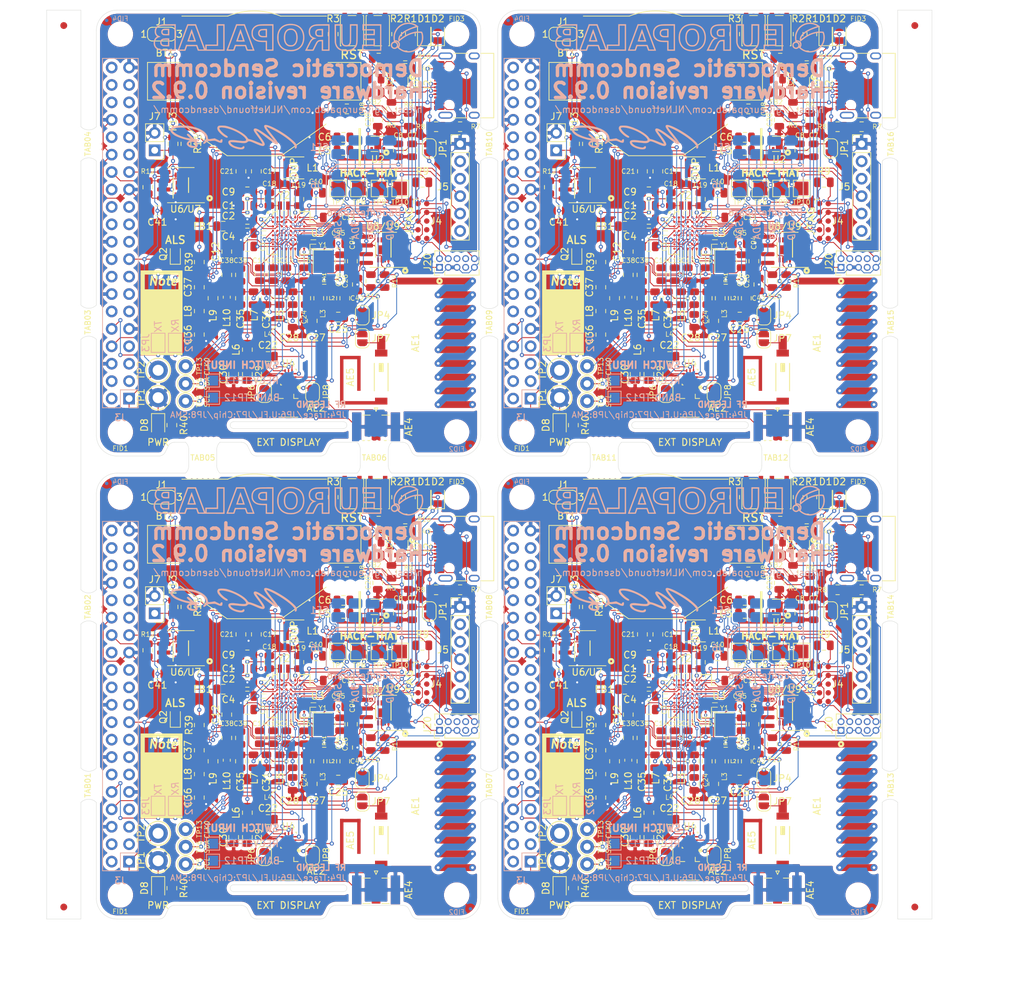
<source format=kicad_pcb>
(kicad_pcb (version 20171130) (host pcbnew 5.1.5+dfsg1-2build2)

  (general
    (thickness 1.6)
    (drawings 514)
    (tracks 4820)
    (zones 0)
    (modules 578)
    (nets 132)
  )

  (page A3)
  (title_block
    (title "Democratic Sendcomm")
    (date 2020-12-26)
    (rev 0.9.2)
    (company "Europalab Devices")
    (comment 1 "Copyright © 2020, Europalab Devices")
    (comment 2 "Fulfilling requirements of 20200210")
    (comment 3 "Pending quality assurance testing")
    (comment 4 "Release revision for manufacturing")
  )

  (layers
    (0 F.Cu signal)
    (1 In1.Cu power)
    (2 In2.Cu power)
    (31 B.Cu signal)
    (34 B.Paste user)
    (35 F.Paste user)
    (36 B.SilkS user)
    (37 F.SilkS user)
    (38 B.Mask user)
    (39 F.Mask user)
    (40 Dwgs.User user)
    (41 Cmts.User user)
    (44 Edge.Cuts user)
    (45 Margin user)
    (46 B.CrtYd user)
    (47 F.CrtYd user)
    (48 B.Fab user)
    (49 F.Fab user)
  )

  (setup
    (last_trace_width 0.09)
    (user_trace_width 0.1016)
    (user_trace_width 0.127)
    (user_trace_width 0.2)
    (user_trace_width 0.1016)
    (user_trace_width 0.127)
    (user_trace_width 0.2)
    (user_trace_width 0.1016)
    (user_trace_width 0.127)
    (user_trace_width 0.2)
    (user_trace_width 0.1016)
    (user_trace_width 0.127)
    (user_trace_width 0.2)
    (user_trace_width 0.1016)
    (user_trace_width 0.127)
    (user_trace_width 0.2)
    (user_trace_width 0.1016)
    (user_trace_width 0.127)
    (user_trace_width 0.2)
    (user_trace_width 0.1016)
    (user_trace_width 0.127)
    (user_trace_width 0.2)
    (user_trace_width 0.1016)
    (user_trace_width 0.127)
    (user_trace_width 0.2)
    (user_trace_width 0.1016)
    (user_trace_width 0.127)
    (user_trace_width 0.2)
    (user_trace_width 0.1016)
    (user_trace_width 0.127)
    (user_trace_width 0.2)
    (user_trace_width 0.1016)
    (user_trace_width 0.127)
    (user_trace_width 0.2)
    (user_trace_width 0.1016)
    (user_trace_width 0.127)
    (user_trace_width 0.2)
    (user_trace_width 0.1016)
    (user_trace_width 0.127)
    (user_trace_width 0.2)
    (trace_clearance 0.09)
    (zone_clearance 0.508)
    (zone_45_only no)
    (trace_min 0.09)
    (via_size 0.356)
    (via_drill 0.2)
    (via_min_size 0.356)
    (via_min_drill 0.2)
    (user_via 0.45 0.2)
    (user_via 0.6 0.3)
    (user_via 0.45 0.2)
    (user_via 0.6 0.3)
    (user_via 0.45 0.2)
    (user_via 0.6 0.3)
    (user_via 0.45 0.2)
    (user_via 0.6 0.3)
    (user_via 0.45 0.2)
    (user_via 0.6 0.3)
    (user_via 0.45 0.2)
    (user_via 0.6 0.3)
    (user_via 0.45 0.2)
    (user_via 0.6 0.3)
    (user_via 0.45 0.2)
    (user_via 0.6 0.3)
    (user_via 0.45 0.2)
    (user_via 0.6 0.3)
    (user_via 0.45 0.2)
    (user_via 0.6 0.3)
    (user_via 0.45 0.2)
    (user_via 0.6 0.3)
    (user_via 0.45 0.2)
    (user_via 0.6 0.3)
    (user_via 0.45 0.2)
    (user_via 0.6 0.3)
    (uvia_size 0.45)
    (uvia_drill 0.1)
    (uvias_allowed no)
    (uvia_min_size 0.45)
    (uvia_min_drill 0.1)
    (edge_width 0.1)
    (segment_width 0.1)
    (pcb_text_width 0.25)
    (pcb_text_size 1 1)
    (mod_edge_width 0.15)
    (mod_text_size 1 1)
    (mod_text_width 0.15)
    (pad_size 1.95 0.6)
    (pad_drill 0)
    (pad_to_mask_clearance 0)
    (aux_axis_origin 0 0)
    (visible_elements 7FFFF7FF)
    (pcbplotparams
      (layerselection 0x313fc_ffffffff)
      (usegerberextensions true)
      (usegerberattributes false)
      (usegerberadvancedattributes false)
      (creategerberjobfile false)
      (excludeedgelayer true)
      (linewidth 0.150000)
      (plotframeref false)
      (viasonmask false)
      (mode 1)
      (useauxorigin false)
      (hpglpennumber 1)
      (hpglpenspeed 20)
      (hpglpendiameter 15.000000)
      (psnegative false)
      (psa4output false)
      (plotreference true)
      (plotvalue true)
      (plotinvisibletext false)
      (padsonsilk false)
      (subtractmaskfromsilk false)
      (outputformat 1)
      (mirror false)
      (drillshape 0)
      (scaleselection 1)
      (outputdirectory "fabpanel"))
  )

  (net 0 "")
  (net 1 GND)
  (net 2 "Net-(AE1-Pad1)")
  (net 3 /Sheet5F53D5B4/RFSWPWR)
  (net 4 "Net-(C8-Pad1)")
  (net 5 /Sheet5F53D5B4/POWAMP)
  (net 6 "Net-(C13-Pad1)")
  (net 7 /Sheet5F53D5B4/HFOUT)
  (net 8 +3V3)
  (net 9 "Net-(C29-Pad1)")
  (net 10 /Sheet5F53D5B4/HPOUT)
  (net 11 /Sheet5F53D5B4/HFIN)
  (net 12 /Sheet5F53D5B4/BANDSEL)
  (net 13 "Net-(BT1-Pad1)")
  (net 14 /Sheet5F53D5B4/USB_BUS)
  (net 15 "Net-(C33-Pad1)")
  (net 16 "Net-(C34-Pad1)")
  (net 17 /Sheet5F53D5B4/CMDRST)
  (net 18 "Net-(D1-Pad2)")
  (net 19 "Net-(D1-Pad1)")
  (net 20 "Net-(D2-Pad1)")
  (net 21 "Net-(D2-Pad2)")
  (net 22 /Sheet5F53D5B4/USB_P)
  (net 23 /Sheet5F53D5B4/USB_N)
  (net 24 /Sheet60040980/ID_SD)
  (net 25 /Sheet60040980/ID_SC)
  (net 26 /Sheet5F53D5B4/SWDCLK)
  (net 27 "Net-(J3-Pad7)")
  (net 28 "Net-(J3-Pad8)")
  (net 29 "Net-(J4-Pad6)")
  (net 30 /Sheet5F53D5B4/CN_VBAT)
  (net 31 /Sheet5F53D5B4/XCEIV)
  (net 32 "Net-(AE5-Pad2)")
  (net 33 "Net-(C1-Pad1)")
  (net 34 "Net-(C7-Pad1)")
  (net 35 "Net-(C14-Pad1)")
  (net 36 "Net-(C17-Pad1)")
  (net 37 "Net-(C18-Pad2)")
  (net 38 "Net-(C19-Pad2)")
  (net 39 "Net-(C23-Pad2)")
  (net 40 "Net-(C23-Pad1)")
  (net 41 "Net-(C24-Pad1)")
  (net 42 "Net-(C24-Pad2)")
  (net 43 "Net-(C29-Pad2)")
  (net 44 "Net-(C33-Pad2)")
  (net 45 "Net-(C35-Pad2)")
  (net 46 "Net-(C40-Pad1)")
  (net 47 "Net-(J2-PadB5)")
  (net 48 "Net-(J2-PadA8)")
  (net 49 "Net-(J2-PadA5)")
  (net 50 "Net-(J2-PadB8)")
  (net 51 "Net-(J3-Pad2)")
  (net 52 "Net-(J3-Pad3)")
  (net 53 "Net-(J3-Pad4)")
  (net 54 "Net-(J3-Pad5)")
  (net 55 "Net-(J3-Pad10)")
  (net 56 "Net-(J3-Pad11)")
  (net 57 "Net-(J3-Pad12)")
  (net 58 "Net-(J3-Pad13)")
  (net 59 "Net-(J3-Pad15)")
  (net 60 "Net-(J3-Pad16)")
  (net 61 "Net-(J3-Pad18)")
  (net 62 "Net-(J3-Pad19)")
  (net 63 "Net-(J3-Pad21)")
  (net 64 "Net-(J3-Pad22)")
  (net 65 "Net-(J3-Pad23)")
  (net 66 "Net-(J3-Pad24)")
  (net 67 "Net-(J3-Pad26)")
  (net 68 "Net-(J3-Pad29)")
  (net 69 "Net-(J3-Pad31)")
  (net 70 "Net-(J3-Pad32)")
  (net 71 "Net-(J3-Pad33)")
  (net 72 "Net-(J3-Pad35)")
  (net 73 "Net-(J3-Pad36)")
  (net 74 "Net-(J3-Pad37)")
  (net 75 "Net-(J3-Pad38)")
  (net 76 "Net-(J3-Pad40)")
  (net 77 "Net-(J4-Pad7)")
  (net 78 "Net-(J4-Pad8)")
  (net 79 "Net-(J5-Pad2)")
  (net 80 "Net-(J5-Pad3)")
  (net 81 "Net-(J5-Pad6)")
  (net 82 "Net-(J6-Pad1)")
  (net 83 "Net-(L1-Pad2)")
  (net 84 "Net-(R3-Pad1)")
  (net 85 "Net-(R4-Pad1)")
  (net 86 "Net-(R4-Pad2)")
  (net 87 "Net-(U2-Pad5)")
  (net 88 "Net-(U3-PadG1)")
  (net 89 "Net-(U3-PadH1)")
  (net 90 "Net-(U3-PadE3)")
  (net 91 "Net-(U3-PadE4)")
  (net 92 "Net-(U3-PadF4)")
  (net 93 "Net-(U3-PadC7)")
  (net 94 "Net-(U3-PadD7)")
  (net 95 "Net-(U3-PadD8)")
  (net 96 "Net-(U5-Pad3)")
  (net 97 "Net-(U5-Pad4)")
  (net 98 "Net-(U8-Pad7)")
  (net 99 "Net-(U8-Pad3)")
  (net 100 "Net-(U8-Pad2)")
  (net 101 "Net-(U8-Pad1)")
  (net 102 "Net-(U9-Pad1)")
  (net 103 "Net-(U9-Pad2)")
  (net 104 "Net-(U9-Pad3)")
  (net 105 "Net-(U9-Pad7)")
  (net 106 /Sheet5F53D5B4/SWDIO)
  (net 107 "Net-(AE2-Pad1)")
  (net 108 "Net-(AE4-Pad1)")
  (net 109 "Net-(AE5-Pad1)")
  (net 110 "Net-(JP10-Pad1)")
  (net 111 "Net-(J6-Pad2)")
  (net 112 "Net-(J6-Pad3)")
  (net 113 "Net-(J6-Pad4)")
  (net 114 "Net-(J7-Pad1)")
  (net 115 "Net-(C95-Pad1)")
  (net 116 /TP_SCL)
  (net 117 /TP_SDA)
  (net 118 "Net-(J20-Pad6)")
  (net 119 "Net-(J20-Pad7)")
  (net 120 "Net-(J20-Pad8)")
  (net 121 "Net-(Q2-Pad2)")
  (net 122 EXT_UART_TX)
  (net 123 EXT_UART_RX)
  (net 124 "Net-(D8-Pad2)")
  (net 125 USB_TST)
  (net 126 "Net-(TP13-Pad1)")
  (net 127 "Net-(C94-Pad2)")
  (net 128 "Net-(C96-Pad1)")
  (net 129 /Sheet5F53D5B4/CRY_XIN-RSVD)
  (net 130 /Sheet5F53D5B4/CRY_XOUT-RSVD)
  (net 131 "Net-(C97-Pad1)")

  (net_class Default "This is the default net class."
    (clearance 0.09)
    (trace_width 0.09)
    (via_dia 0.356)
    (via_drill 0.2)
    (uvia_dia 0.45)
    (uvia_drill 0.1)
    (add_net +3V3)
    (add_net /Sheet5F53D5B4/BANDSEL)
    (add_net /Sheet5F53D5B4/CMDRST)
    (add_net /Sheet5F53D5B4/CN_VBAT)
    (add_net /Sheet5F53D5B4/CRY_XIN-RSVD)
    (add_net /Sheet5F53D5B4/CRY_XOUT-RSVD)
    (add_net /Sheet5F53D5B4/HFIN)
    (add_net /Sheet5F53D5B4/HFOUT)
    (add_net /Sheet5F53D5B4/HPOUT)
    (add_net /Sheet5F53D5B4/POWAMP)
    (add_net /Sheet5F53D5B4/RFSWPWR)
    (add_net /Sheet5F53D5B4/SWDCLK)
    (add_net /Sheet5F53D5B4/SWDIO)
    (add_net /Sheet5F53D5B4/USB_BUS)
    (add_net /Sheet5F53D5B4/USB_N)
    (add_net /Sheet5F53D5B4/USB_P)
    (add_net /Sheet5F53D5B4/XCEIV)
    (add_net /Sheet60040980/ID_SC)
    (add_net /Sheet60040980/ID_SD)
    (add_net /TP_SCL)
    (add_net /TP_SDA)
    (add_net EXT_UART_RX)
    (add_net EXT_UART_TX)
    (add_net GND)
    (add_net "Net-(AE1-Pad1)")
    (add_net "Net-(AE2-Pad1)")
    (add_net "Net-(AE4-Pad1)")
    (add_net "Net-(AE5-Pad1)")
    (add_net "Net-(AE5-Pad2)")
    (add_net "Net-(BT1-Pad1)")
    (add_net "Net-(C1-Pad1)")
    (add_net "Net-(C13-Pad1)")
    (add_net "Net-(C14-Pad1)")
    (add_net "Net-(C17-Pad1)")
    (add_net "Net-(C18-Pad2)")
    (add_net "Net-(C19-Pad2)")
    (add_net "Net-(C23-Pad1)")
    (add_net "Net-(C23-Pad2)")
    (add_net "Net-(C24-Pad1)")
    (add_net "Net-(C24-Pad2)")
    (add_net "Net-(C29-Pad1)")
    (add_net "Net-(C29-Pad2)")
    (add_net "Net-(C33-Pad1)")
    (add_net "Net-(C33-Pad2)")
    (add_net "Net-(C34-Pad1)")
    (add_net "Net-(C35-Pad2)")
    (add_net "Net-(C40-Pad1)")
    (add_net "Net-(C7-Pad1)")
    (add_net "Net-(C8-Pad1)")
    (add_net "Net-(C94-Pad2)")
    (add_net "Net-(C95-Pad1)")
    (add_net "Net-(C96-Pad1)")
    (add_net "Net-(C97-Pad1)")
    (add_net "Net-(D1-Pad1)")
    (add_net "Net-(D1-Pad2)")
    (add_net "Net-(D2-Pad1)")
    (add_net "Net-(D2-Pad2)")
    (add_net "Net-(D8-Pad2)")
    (add_net "Net-(J2-PadA5)")
    (add_net "Net-(J2-PadA8)")
    (add_net "Net-(J2-PadB5)")
    (add_net "Net-(J2-PadB8)")
    (add_net "Net-(J20-Pad6)")
    (add_net "Net-(J20-Pad7)")
    (add_net "Net-(J20-Pad8)")
    (add_net "Net-(J3-Pad10)")
    (add_net "Net-(J3-Pad11)")
    (add_net "Net-(J3-Pad12)")
    (add_net "Net-(J3-Pad13)")
    (add_net "Net-(J3-Pad15)")
    (add_net "Net-(J3-Pad16)")
    (add_net "Net-(J3-Pad18)")
    (add_net "Net-(J3-Pad19)")
    (add_net "Net-(J3-Pad2)")
    (add_net "Net-(J3-Pad21)")
    (add_net "Net-(J3-Pad22)")
    (add_net "Net-(J3-Pad23)")
    (add_net "Net-(J3-Pad24)")
    (add_net "Net-(J3-Pad26)")
    (add_net "Net-(J3-Pad29)")
    (add_net "Net-(J3-Pad3)")
    (add_net "Net-(J3-Pad31)")
    (add_net "Net-(J3-Pad32)")
    (add_net "Net-(J3-Pad33)")
    (add_net "Net-(J3-Pad35)")
    (add_net "Net-(J3-Pad36)")
    (add_net "Net-(J3-Pad37)")
    (add_net "Net-(J3-Pad38)")
    (add_net "Net-(J3-Pad4)")
    (add_net "Net-(J3-Pad40)")
    (add_net "Net-(J3-Pad5)")
    (add_net "Net-(J3-Pad7)")
    (add_net "Net-(J3-Pad8)")
    (add_net "Net-(J4-Pad6)")
    (add_net "Net-(J4-Pad7)")
    (add_net "Net-(J4-Pad8)")
    (add_net "Net-(J5-Pad2)")
    (add_net "Net-(J5-Pad3)")
    (add_net "Net-(J5-Pad6)")
    (add_net "Net-(J6-Pad1)")
    (add_net "Net-(J6-Pad2)")
    (add_net "Net-(J6-Pad3)")
    (add_net "Net-(J6-Pad4)")
    (add_net "Net-(J7-Pad1)")
    (add_net "Net-(JP10-Pad1)")
    (add_net "Net-(L1-Pad2)")
    (add_net "Net-(Q2-Pad2)")
    (add_net "Net-(R3-Pad1)")
    (add_net "Net-(R4-Pad1)")
    (add_net "Net-(R4-Pad2)")
    (add_net "Net-(TP13-Pad1)")
    (add_net "Net-(U2-Pad5)")
    (add_net "Net-(U3-PadC7)")
    (add_net "Net-(U3-PadD7)")
    (add_net "Net-(U3-PadD8)")
    (add_net "Net-(U3-PadE3)")
    (add_net "Net-(U3-PadE4)")
    (add_net "Net-(U3-PadF4)")
    (add_net "Net-(U3-PadG1)")
    (add_net "Net-(U3-PadH1)")
    (add_net "Net-(U5-Pad3)")
    (add_net "Net-(U5-Pad4)")
    (add_net "Net-(U8-Pad1)")
    (add_net "Net-(U8-Pad2)")
    (add_net "Net-(U8-Pad3)")
    (add_net "Net-(U8-Pad7)")
    (add_net "Net-(U9-Pad1)")
    (add_net "Net-(U9-Pad2)")
    (add_net "Net-(U9-Pad3)")
    (add_net "Net-(U9-Pad7)")
    (add_net USB_TST)
  )

  (net_class Power ""
    (clearance 0.2)
    (trace_width 0.5)
    (via_dia 1)
    (via_drill 0.7)
    (uvia_dia 0.5)
    (uvia_drill 0.1)
  )

  (module Elabdev:Simple_Drilled_Hole_1mm (layer F.Cu) (tedit 5FE9143D) (tstamp 5FE97479)
    (at 116.25 158.75)
    (fp_text reference REF** (at 0 -1.5) (layer F.SilkS) hide
      (effects (font (size 1 1) (thickness 0.15)))
    )
    (fp_text value Simple_Drilled_Hole_1mm (at 0 1.5) (layer F.Fab) hide
      (effects (font (size 1 1) (thickness 0.15)))
    )
    (pad "" np_thru_hole circle (at 0 0) (size 1 1) (drill 1) (layers *.Cu *.Mask))
  )

  (module Elabdev:Simple_Drilled_Hole_1mm (layer F.Cu) (tedit 5FE9143D) (tstamp 5FE97475)
    (at 119.25 158.75)
    (fp_text reference REF** (at 0 -1.5) (layer F.SilkS) hide
      (effects (font (size 1 1) (thickness 0.15)))
    )
    (fp_text value Simple_Drilled_Hole_1mm (at 0 1.5) (layer F.Fab) hide
      (effects (font (size 1 1) (thickness 0.15)))
    )
    (pad "" np_thru_hole circle (at 0 0) (size 1 1) (drill 1) (layers *.Cu *.Mask))
  )

  (module Elabdev:Simple_Drilled_Hole_1mm (layer F.Cu) (tedit 5FE9143D) (tstamp 5FE97471)
    (at 120.75 158.75)
    (fp_text reference REF** (at 0 -1.5) (layer F.SilkS) hide
      (effects (font (size 1 1) (thickness 0.15)))
    )
    (fp_text value Simple_Drilled_Hole_1mm (at 0 1.5) (layer F.Fab) hide
      (effects (font (size 1 1) (thickness 0.15)))
    )
    (pad "" np_thru_hole circle (at 0 0) (size 1 1) (drill 1) (layers *.Cu *.Mask))
  )

  (module Elabdev:Simple_Drilled_Hole_1mm (layer F.Cu) (tedit 5FE9143D) (tstamp 5FE9746D)
    (at 117.75 158.75)
    (fp_text reference REF** (at 0 -1.5) (layer F.SilkS) hide
      (effects (font (size 1 1) (thickness 0.15)))
    )
    (fp_text value Simple_Drilled_Hole_1mm (at 0 1.5) (layer F.Fab) hide
      (effects (font (size 1 1) (thickness 0.15)))
    )
    (pad "" np_thru_hole circle (at 0 0) (size 1 1) (drill 1) (layers *.Cu *.Mask))
  )

  (module Elabdev:Simple_Drilled_Hole_1mm (layer F.Cu) (tedit 5FE9143D) (tstamp 5FE97200)
    (at 174.75 91.25)
    (fp_text reference REF** (at 0 -1.5) (layer F.SilkS) hide
      (effects (font (size 1 1) (thickness 0.15)))
    )
    (fp_text value Simple_Drilled_Hole_1mm (at 0 1.5) (layer F.Fab) hide
      (effects (font (size 1 1) (thickness 0.15)))
    )
    (pad "" np_thru_hole circle (at 0 0) (size 1 1) (drill 1) (layers *.Cu *.Mask))
  )

  (module Elabdev:Simple_Drilled_Hole_1mm (layer F.Cu) (tedit 5FE9143D) (tstamp 5FE971FC)
    (at 177.75 91.25)
    (fp_text reference REF** (at 0 -1.5) (layer F.SilkS) hide
      (effects (font (size 1 1) (thickness 0.15)))
    )
    (fp_text value Simple_Drilled_Hole_1mm (at 0 1.5) (layer F.Fab) hide
      (effects (font (size 1 1) (thickness 0.15)))
    )
    (pad "" np_thru_hole circle (at 0 0) (size 1 1) (drill 1) (layers *.Cu *.Mask))
  )

  (module Elabdev:Simple_Drilled_Hole_1mm (layer F.Cu) (tedit 5FE9143D) (tstamp 5FE971F8)
    (at 179.25 91.25)
    (fp_text reference REF** (at 0 -1.5) (layer F.SilkS) hide
      (effects (font (size 1 1) (thickness 0.15)))
    )
    (fp_text value Simple_Drilled_Hole_1mm (at 0 1.5) (layer F.Fab) hide
      (effects (font (size 1 1) (thickness 0.15)))
    )
    (pad "" np_thru_hole circle (at 0 0) (size 1 1) (drill 1) (layers *.Cu *.Mask))
  )

  (module Elabdev:Simple_Drilled_Hole_1mm (layer F.Cu) (tedit 5FE9143D) (tstamp 5FE971F4)
    (at 176.25 91.25)
    (fp_text reference REF** (at 0 -1.5) (layer F.SilkS) hide
      (effects (font (size 1 1) (thickness 0.15)))
    )
    (fp_text value Simple_Drilled_Hole_1mm (at 0 1.5) (layer F.Fab) hide
      (effects (font (size 1 1) (thickness 0.15)))
    )
    (pad "" np_thru_hole circle (at 0 0) (size 1 1) (drill 1) (layers *.Cu *.Mask))
  )

  (module Elabdev:Simple_Drilled_Hole_1mm (layer F.Cu) (tedit 5FE9143D) (tstamp 5FE96E93)
    (at 116.25 91.25)
    (fp_text reference REF** (at 0 -1.5) (layer F.SilkS) hide
      (effects (font (size 1 1) (thickness 0.15)))
    )
    (fp_text value Simple_Drilled_Hole_1mm (at 0 1.5) (layer F.Fab) hide
      (effects (font (size 1 1) (thickness 0.15)))
    )
    (pad "" np_thru_hole circle (at 0 0) (size 1 1) (drill 1) (layers *.Cu *.Mask))
  )

  (module Elabdev:Simple_Drilled_Hole_1mm (layer F.Cu) (tedit 5FE9143D) (tstamp 5FE96E8F)
    (at 119.25 91.25)
    (fp_text reference REF** (at 0 -1.5) (layer F.SilkS) hide
      (effects (font (size 1 1) (thickness 0.15)))
    )
    (fp_text value Simple_Drilled_Hole_1mm (at 0 1.5) (layer F.Fab) hide
      (effects (font (size 1 1) (thickness 0.15)))
    )
    (pad "" np_thru_hole circle (at 0 0) (size 1 1) (drill 1) (layers *.Cu *.Mask))
  )

  (module Elabdev:Simple_Drilled_Hole_1mm (layer F.Cu) (tedit 5FE9143D) (tstamp 5FE96E8B)
    (at 120.75 91.25)
    (fp_text reference REF** (at 0 -1.5) (layer F.SilkS) hide
      (effects (font (size 1 1) (thickness 0.15)))
    )
    (fp_text value Simple_Drilled_Hole_1mm (at 0 1.5) (layer F.Fab) hide
      (effects (font (size 1 1) (thickness 0.15)))
    )
    (pad "" np_thru_hole circle (at 0 0) (size 1 1) (drill 1) (layers *.Cu *.Mask))
  )

  (module Elabdev:Simple_Drilled_Hole_1mm (layer F.Cu) (tedit 5FE9143D) (tstamp 5FE96E87)
    (at 117.75 91.25)
    (fp_text reference REF** (at 0 -1.5) (layer F.SilkS) hide
      (effects (font (size 1 1) (thickness 0.15)))
    )
    (fp_text value Simple_Drilled_Hole_1mm (at 0 1.5) (layer F.Fab) hide
      (effects (font (size 1 1) (thickness 0.15)))
    )
    (pad "" np_thru_hole circle (at 0 0) (size 1 1) (drill 1) (layers *.Cu *.Mask))
  )

  (module Elabdev:Simple_Drilled_Hole_1mm (layer F.Cu) (tedit 5FE9143D) (tstamp 5FE96E31)
    (at 179.25 158.75)
    (fp_text reference REF** (at 0 -1.5) (layer F.SilkS) hide
      (effects (font (size 1 1) (thickness 0.15)))
    )
    (fp_text value Simple_Drilled_Hole_1mm (at 0 1.5) (layer F.Fab) hide
      (effects (font (size 1 1) (thickness 0.15)))
    )
    (pad "" np_thru_hole circle (at 0 0) (size 1 1) (drill 1) (layers *.Cu *.Mask))
  )

  (module Elabdev:Simple_Drilled_Hole_1mm (layer F.Cu) (tedit 5FE9143D) (tstamp 5FE96E29)
    (at 177.75 158.75)
    (fp_text reference REF** (at 0 -1.5) (layer F.SilkS) hide
      (effects (font (size 1 1) (thickness 0.15)))
    )
    (fp_text value Simple_Drilled_Hole_1mm (at 0 1.5) (layer F.Fab) hide
      (effects (font (size 1 1) (thickness 0.15)))
    )
    (pad "" np_thru_hole circle (at 0 0) (size 1 1) (drill 1) (layers *.Cu *.Mask))
  )

  (module Elabdev:Simple_Drilled_Hole_1mm (layer F.Cu) (tedit 5FE9143D) (tstamp 5FE96E21)
    (at 176.25 158.75)
    (fp_text reference REF** (at 0 -1.5) (layer F.SilkS) hide
      (effects (font (size 1 1) (thickness 0.15)))
    )
    (fp_text value Simple_Drilled_Hole_1mm (at 0 1.5) (layer F.Fab) hide
      (effects (font (size 1 1) (thickness 0.15)))
    )
    (pad "" np_thru_hole circle (at 0 0) (size 1 1) (drill 1) (layers *.Cu *.Mask))
  )

  (module Elabdev:Simple_Drilled_Hole_1mm (layer F.Cu) (tedit 5FE9143D) (tstamp 5FE96E0D)
    (at 174.75 158.75)
    (fp_text reference REF** (at 0 -1.5) (layer F.SilkS) hide
      (effects (font (size 1 1) (thickness 0.15)))
    )
    (fp_text value Simple_Drilled_Hole_1mm (at 0 1.5) (layer F.Fab) hide
      (effects (font (size 1 1) (thickness 0.15)))
    )
    (pad "" np_thru_hole circle (at 0 0) (size 1 1) (drill 1) (layers *.Cu *.Mask))
  )

  (module Elabdev:Mousetab_45mm_Double (layer F.Cu) (tedit 5FE8CA09) (tstamp 5FE94339)
    (at 181.25 140 90)
    (attr smd)
    (fp_text reference TAB12 (at 0 0 unlocked) (layer F.SilkS)
      (effects (font (size 0.8 0.8) (thickness 0.13)))
    )
    (fp_text value Panel_Mousetab_45mm_Double (at 0 3.5 90) (layer F.Fab)
      (effects (font (size 1 1) (thickness 0.15)))
    )
    (fp_line (start 2.25 -2.2) (end 2.25 2.2) (layer F.Fab) (width 0.15))
    (fp_line (start -2.25 -2.2) (end -2.25 2.2) (layer F.Fab) (width 0.15))
    (fp_line (start 3.1 -2.6) (end 3.1 2.6) (layer F.CrtYd) (width 0.15))
    (fp_line (start 3.1 2.6) (end -3.1 2.6) (layer F.CrtYd) (width 0.15))
    (fp_line (start -3.1 2.6) (end -3.1 -2.6) (layer F.CrtYd) (width 0.15))
    (fp_line (start -3.1 -2.6) (end 3.1 -2.6) (layer F.CrtYd) (width 0.15))
    (pad "" np_thru_hole circle (at 2.35 2 90) (size 0.5 0.5) (drill 0.5) (layers *.Cu))
    (pad "" np_thru_hole circle (at 2.35 1.2 90) (size 0.5 0.5) (drill 0.5) (layers *.Cu))
    (pad "" np_thru_hole circle (at 2.35 0.4 90) (size 0.5 0.5) (drill 0.5) (layers *.Cu))
    (pad "" np_thru_hole circle (at -2.35 2 90) (size 0.5 0.5) (drill 0.5) (layers *.Cu))
    (pad "" np_thru_hole circle (at -2.35 1.2 90) (size 0.5 0.5) (drill 0.5) (layers *.Cu))
    (pad "" np_thru_hole circle (at -2.35 0.4 90) (size 0.5 0.5) (drill 0.5) (layers *.Cu))
    (pad "" np_thru_hole circle (at 2.35 -0.4 90) (size 0.5 0.5) (drill 0.5) (layers *.Cu))
    (pad "" np_thru_hole circle (at 2.35 -1.2 90) (size 0.5 0.5) (drill 0.5) (layers *.Cu))
    (pad "" np_thru_hole circle (at 2.35 -2 90) (size 0.5 0.5) (drill 0.5) (layers *.Cu))
    (pad "" np_thru_hole circle (at -2.35 -2 90) (size 0.5 0.5) (drill 0.5) (layers *.Cu))
    (pad "" np_thru_hole circle (at -2.35 -1.2 90) (size 0.5 0.5) (drill 0.5) (layers *.Cu))
    (pad "" np_thru_hole circle (at -2.35 -0.4 90) (size 0.5 0.5) (drill 0.5) (layers *.Cu))
  )

  (module Elabdev:Mousetab_45mm_Double (layer F.Cu) (tedit 5FE8CA09) (tstamp 5FE9430F)
    (at 156.25 140 90)
    (attr smd)
    (fp_text reference TAB11 (at 0 0 unlocked) (layer F.SilkS)
      (effects (font (size 0.8 0.8) (thickness 0.13)))
    )
    (fp_text value Panel_Mousetab_45mm_Double (at 0 3.5 90) (layer F.Fab)
      (effects (font (size 1 1) (thickness 0.15)))
    )
    (fp_line (start -3.1 -2.6) (end 3.1 -2.6) (layer F.CrtYd) (width 0.15))
    (fp_line (start -3.1 2.6) (end -3.1 -2.6) (layer F.CrtYd) (width 0.15))
    (fp_line (start 3.1 2.6) (end -3.1 2.6) (layer F.CrtYd) (width 0.15))
    (fp_line (start 3.1 -2.6) (end 3.1 2.6) (layer F.CrtYd) (width 0.15))
    (fp_line (start -2.25 -2.2) (end -2.25 2.2) (layer F.Fab) (width 0.15))
    (fp_line (start 2.25 -2.2) (end 2.25 2.2) (layer F.Fab) (width 0.15))
    (pad "" np_thru_hole circle (at -2.35 -0.4 90) (size 0.5 0.5) (drill 0.5) (layers *.Cu))
    (pad "" np_thru_hole circle (at -2.35 -1.2 90) (size 0.5 0.5) (drill 0.5) (layers *.Cu))
    (pad "" np_thru_hole circle (at -2.35 -2 90) (size 0.5 0.5) (drill 0.5) (layers *.Cu))
    (pad "" np_thru_hole circle (at 2.35 -2 90) (size 0.5 0.5) (drill 0.5) (layers *.Cu))
    (pad "" np_thru_hole circle (at 2.35 -1.2 90) (size 0.5 0.5) (drill 0.5) (layers *.Cu))
    (pad "" np_thru_hole circle (at 2.35 -0.4 90) (size 0.5 0.5) (drill 0.5) (layers *.Cu))
    (pad "" np_thru_hole circle (at -2.35 0.4 90) (size 0.5 0.5) (drill 0.5) (layers *.Cu))
    (pad "" np_thru_hole circle (at -2.35 1.2 90) (size 0.5 0.5) (drill 0.5) (layers *.Cu))
    (pad "" np_thru_hole circle (at -2.35 2 90) (size 0.5 0.5) (drill 0.5) (layers *.Cu))
    (pad "" np_thru_hole circle (at 2.35 0.4 90) (size 0.5 0.5) (drill 0.5) (layers *.Cu))
    (pad "" np_thru_hole circle (at 2.35 1.2 90) (size 0.5 0.5) (drill 0.5) (layers *.Cu))
    (pad "" np_thru_hole circle (at 2.35 2 90) (size 0.5 0.5) (drill 0.5) (layers *.Cu))
  )

  (module Elabdev:Mousetab_45mm_Double (layer F.Cu) (tedit 5FE8CA09) (tstamp 5FE942E5)
    (at 122.75 140 90)
    (attr smd)
    (fp_text reference TAB06 (at 0 0 unlocked) (layer F.SilkS)
      (effects (font (size 0.8 0.8) (thickness 0.13)))
    )
    (fp_text value Panel_Mousetab_45mm_Double (at 0 3.5 90) (layer F.Fab)
      (effects (font (size 1 1) (thickness 0.15)))
    )
    (fp_line (start 2.25 -2.2) (end 2.25 2.2) (layer F.Fab) (width 0.15))
    (fp_line (start -2.25 -2.2) (end -2.25 2.2) (layer F.Fab) (width 0.15))
    (fp_line (start 3.1 -2.6) (end 3.1 2.6) (layer F.CrtYd) (width 0.15))
    (fp_line (start 3.1 2.6) (end -3.1 2.6) (layer F.CrtYd) (width 0.15))
    (fp_line (start -3.1 2.6) (end -3.1 -2.6) (layer F.CrtYd) (width 0.15))
    (fp_line (start -3.1 -2.6) (end 3.1 -2.6) (layer F.CrtYd) (width 0.15))
    (pad "" np_thru_hole circle (at 2.35 2 90) (size 0.5 0.5) (drill 0.5) (layers *.Cu))
    (pad "" np_thru_hole circle (at 2.35 1.2 90) (size 0.5 0.5) (drill 0.5) (layers *.Cu))
    (pad "" np_thru_hole circle (at 2.35 0.4 90) (size 0.5 0.5) (drill 0.5) (layers *.Cu))
    (pad "" np_thru_hole circle (at -2.35 2 90) (size 0.5 0.5) (drill 0.5) (layers *.Cu))
    (pad "" np_thru_hole circle (at -2.35 1.2 90) (size 0.5 0.5) (drill 0.5) (layers *.Cu))
    (pad "" np_thru_hole circle (at -2.35 0.4 90) (size 0.5 0.5) (drill 0.5) (layers *.Cu))
    (pad "" np_thru_hole circle (at 2.35 -0.4 90) (size 0.5 0.5) (drill 0.5) (layers *.Cu))
    (pad "" np_thru_hole circle (at 2.35 -1.2 90) (size 0.5 0.5) (drill 0.5) (layers *.Cu))
    (pad "" np_thru_hole circle (at 2.35 -2 90) (size 0.5 0.5) (drill 0.5) (layers *.Cu))
    (pad "" np_thru_hole circle (at -2.35 -2 90) (size 0.5 0.5) (drill 0.5) (layers *.Cu))
    (pad "" np_thru_hole circle (at -2.35 -1.2 90) (size 0.5 0.5) (drill 0.5) (layers *.Cu))
    (pad "" np_thru_hole circle (at -2.35 -0.4 90) (size 0.5 0.5) (drill 0.5) (layers *.Cu))
  )

  (module Elabdev:Mousetab_45mm_Double (layer F.Cu) (tedit 5FE8CA09) (tstamp 5FE9415B)
    (at 97.75 140 90)
    (attr smd)
    (fp_text reference TAB05 (at 0 0 unlocked) (layer F.SilkS)
      (effects (font (size 0.8 0.8) (thickness 0.13)))
    )
    (fp_text value Panel_Mousetab_45mm_Double (at 0 3.5 90) (layer F.Fab)
      (effects (font (size 1 1) (thickness 0.15)))
    )
    (fp_line (start -3.1 -2.6) (end 3.1 -2.6) (layer F.CrtYd) (width 0.15))
    (fp_line (start -3.1 2.6) (end -3.1 -2.6) (layer F.CrtYd) (width 0.15))
    (fp_line (start 3.1 2.6) (end -3.1 2.6) (layer F.CrtYd) (width 0.15))
    (fp_line (start 3.1 -2.6) (end 3.1 2.6) (layer F.CrtYd) (width 0.15))
    (fp_line (start -2.25 -2.2) (end -2.25 2.2) (layer F.Fab) (width 0.15))
    (fp_line (start 2.25 -2.2) (end 2.25 2.2) (layer F.Fab) (width 0.15))
    (pad "" np_thru_hole circle (at -2.35 -0.4 90) (size 0.5 0.5) (drill 0.5) (layers *.Cu))
    (pad "" np_thru_hole circle (at -2.35 -1.2 90) (size 0.5 0.5) (drill 0.5) (layers *.Cu))
    (pad "" np_thru_hole circle (at -2.35 -2 90) (size 0.5 0.5) (drill 0.5) (layers *.Cu))
    (pad "" np_thru_hole circle (at 2.35 -2 90) (size 0.5 0.5) (drill 0.5) (layers *.Cu))
    (pad "" np_thru_hole circle (at 2.35 -1.2 90) (size 0.5 0.5) (drill 0.5) (layers *.Cu))
    (pad "" np_thru_hole circle (at 2.35 -0.4 90) (size 0.5 0.5) (drill 0.5) (layers *.Cu))
    (pad "" np_thru_hole circle (at -2.35 0.4 90) (size 0.5 0.5) (drill 0.5) (layers *.Cu))
    (pad "" np_thru_hole circle (at -2.35 1.2 90) (size 0.5 0.5) (drill 0.5) (layers *.Cu))
    (pad "" np_thru_hole circle (at -2.35 2 90) (size 0.5 0.5) (drill 0.5) (layers *.Cu))
    (pad "" np_thru_hole circle (at 2.35 0.4 90) (size 0.5 0.5) (drill 0.5) (layers *.Cu))
    (pad "" np_thru_hole circle (at 2.35 1.2 90) (size 0.5 0.5) (drill 0.5) (layers *.Cu))
    (pad "" np_thru_hole circle (at 2.35 2 90) (size 0.5 0.5) (drill 0.5) (layers *.Cu))
  )

  (module Resistor_SMD:R_0805_2012Metric (layer F.Cu) (tedit 5B36C52B) (tstamp 5FE999F4)
    (at 148.25 168.0675 90)
    (descr "Resistor SMD 0805 (2012 Metric), square (rectangular) end terminal, IPC_7351 nominal, (Body size source: https://docs.google.com/spreadsheets/d/1BsfQQcO9C6DZCsRaXUlFlo91Tg2WpOkGARC1WS5S8t0/edit?usp=sharing), generated with kicad-footprint-generator")
    (tags resistor)
    (path /601C3EDE/5F698FB0)
    (attr smd)
    (fp_text reference R12 (at 2.3175 0 180) (layer F.SilkS)
      (effects (font (size 0.7 0.7) (thickness 0.1)))
    )
    (fp_text value 3K9 (at 0 1.65 90) (layer F.Fab)
      (effects (font (size 1 1) (thickness 0.15)))
    )
    (fp_line (start -1 0.6) (end -1 -0.6) (layer F.Fab) (width 0.1))
    (fp_line (start -1 -0.6) (end 1 -0.6) (layer F.Fab) (width 0.1))
    (fp_line (start 1 -0.6) (end 1 0.6) (layer F.Fab) (width 0.1))
    (fp_line (start 1 0.6) (end -1 0.6) (layer F.Fab) (width 0.1))
    (fp_line (start -0.258578 -0.71) (end 0.258578 -0.71) (layer F.SilkS) (width 0.12))
    (fp_line (start -0.258578 0.71) (end 0.258578 0.71) (layer F.SilkS) (width 0.12))
    (fp_line (start -1.68 0.95) (end -1.68 -0.95) (layer F.CrtYd) (width 0.05))
    (fp_line (start -1.68 -0.95) (end 1.68 -0.95) (layer F.CrtYd) (width 0.05))
    (fp_line (start 1.68 -0.95) (end 1.68 0.95) (layer F.CrtYd) (width 0.05))
    (fp_line (start 1.68 0.95) (end -1.68 0.95) (layer F.CrtYd) (width 0.05))
    (fp_text user %R (at 0 0 90) (layer F.Fab)
      (effects (font (size 0.5 0.5) (thickness 0.08)))
    )
    (pad 1 smd roundrect (at -0.9375 0 90) (size 0.975 1.4) (layers F.Cu F.Paste F.Mask) (roundrect_rratio 0.25)
      (net 8 +3V3))
    (pad 2 smd roundrect (at 0.9375 0 90) (size 0.975 1.4) (layers F.Cu F.Paste F.Mask) (roundrect_rratio 0.25)
      (net 25 /Sheet60040980/ID_SC))
    (model ${KISYS3DMOD}/Resistor_SMD.3dshapes/R_0805_2012Metric.wrl
      (at (xyz 0 0 0))
      (scale (xyz 1 1 1))
      (rotate (xyz 0 0 0))
    )
  )

  (module Connector:Tag-Connect_TC2050-IDC-NL_2x05_P1.27mm_Vertical (layer F.Cu) (tedit 5A29CED0) (tstamp 5FE999CE)
    (at 188.25 173 270)
    (descr "Tag-Connect programming header; http://www.tag-connect.com/Materials/TC2050-IDC-NL%20Datasheet.pdf")
    (tags "tag connect programming header pogo pins")
    (path /60040981/600B7E84)
    (attr virtual)
    (fp_text reference J4 (at 0 -2 180) (layer F.SilkS)
      (effects (font (size 1 1) (thickness 0.15)))
    )
    (fp_text value Conn_ARM_JTAG_SWD_10 (at 0 -2.4 90) (layer F.Fab)
      (effects (font (size 1 1) (thickness 0.15)))
    )
    (fp_line (start 1.27 0.635) (end 2.54 -0.635) (layer Dwgs.User) (width 0.1))
    (fp_line (start 0.635 0.635) (end 1.905 -0.635) (layer Dwgs.User) (width 0.1))
    (fp_line (start 0 0.635) (end 1.27 -0.635) (layer Dwgs.User) (width 0.1))
    (fp_line (start -0.635 0.635) (end 0.635 -0.635) (layer Dwgs.User) (width 0.1))
    (fp_text user KEEPOUT (at 0 0 90) (layer Cmts.User)
      (effects (font (size 0.4 0.4) (thickness 0.07)))
    )
    (fp_line (start 1.905 0.635) (end 2.54 0) (layer Dwgs.User) (width 0.1))
    (fp_line (start -1.27 0.635) (end 0 -0.635) (layer Dwgs.User) (width 0.1))
    (fp_line (start -1.905 0.635) (end -0.635 -0.635) (layer Dwgs.User) (width 0.1))
    (fp_line (start -2.54 0) (end -1.905 -0.635) (layer Dwgs.User) (width 0.1))
    (fp_line (start -2.54 0.635) (end -1.27 -0.635) (layer Dwgs.User) (width 0.1))
    (fp_line (start -2.54 -0.635) (end 2.54 -0.635) (layer Dwgs.User) (width 0.1))
    (fp_line (start 2.54 -0.635) (end 2.54 0.635) (layer Dwgs.User) (width 0.1))
    (fp_line (start 2.54 0.635) (end -2.54 0.635) (layer Dwgs.User) (width 0.1))
    (fp_line (start -2.54 0.635) (end -2.54 -0.635) (layer Dwgs.User) (width 0.1))
    (fp_text user %R (at 0 0 90) (layer F.Fab)
      (effects (font (size 1 1) (thickness 0.15)))
    )
    (fp_line (start -4.75 -2) (end 4.75 -2) (layer F.CrtYd) (width 0.05))
    (fp_line (start 4.75 -2) (end 4.75 2) (layer F.CrtYd) (width 0.05))
    (fp_line (start 4.75 2) (end -4.75 2) (layer F.CrtYd) (width 0.05))
    (fp_line (start -4.75 2) (end -4.75 -2) (layer F.CrtYd) (width 0.05))
    (fp_line (start -2.54 1.27) (end -3.175 1.27) (layer F.SilkS) (width 0.12))
    (fp_line (start -3.175 1.27) (end -3.175 0.635) (layer F.SilkS) (width 0.12))
    (pad 10 connect circle (at -2.54 -0.635 270) (size 0.7874 0.7874) (layers F.Cu F.Mask)
      (net 17 /Sheet5F53D5B4/CMDRST))
    (pad 9 connect circle (at -1.27 -0.635 270) (size 0.7874 0.7874) (layers F.Cu F.Mask)
      (net 1 GND))
    (pad 8 connect circle (at 0 -0.635 270) (size 0.7874 0.7874) (layers F.Cu F.Mask)
      (net 78 "Net-(J4-Pad8)"))
    (pad 7 connect circle (at 1.27 -0.635 270) (size 0.7874 0.7874) (layers F.Cu F.Mask)
      (net 77 "Net-(J4-Pad7)"))
    (pad 6 connect circle (at 2.54 -0.635 270) (size 0.7874 0.7874) (layers F.Cu F.Mask)
      (net 29 "Net-(J4-Pad6)"))
    (pad 5 connect circle (at 2.54 0.635 270) (size 0.7874 0.7874) (layers F.Cu F.Mask)
      (net 1 GND))
    (pad 4 connect circle (at 1.27 0.635 270) (size 0.7874 0.7874) (layers F.Cu F.Mask)
      (net 26 /Sheet5F53D5B4/SWDCLK))
    (pad 3 connect circle (at 0 0.635 270) (size 0.7874 0.7874) (layers F.Cu F.Mask)
      (net 1 GND))
    (pad 2 connect circle (at -1.27 0.635 270) (size 0.7874 0.7874) (layers F.Cu F.Mask)
      (net 106 /Sheet5F53D5B4/SWDIO))
    (pad 1 connect circle (at -2.54 0.635 270) (size 0.7874 0.7874) (layers F.Cu F.Mask)
      (net 8 +3V3))
    (pad "" np_thru_hole circle (at -3.81 0 270) (size 0.9906 0.9906) (drill 0.9906) (layers *.Cu *.Mask))
    (pad "" np_thru_hole circle (at 3.81 1.016 270) (size 0.9906 0.9906) (drill 0.9906) (layers *.Cu *.Mask))
    (pad "" np_thru_hole circle (at 3.81 -1.016 270) (size 0.9906 0.9906) (drill 0.9906) (layers *.Cu *.Mask))
  )

  (module MountingHole:MountingHole_2.7mm_M2.5 (layer F.Cu) (tedit 56D1B4CB) (tstamp 5FE999C7)
    (at 193.25 145.75)
    (descr "Mounting Hole 2.7mm, no annular, M2.5")
    (tags "mounting hole 2.7mm no annular m2.5")
    (path /5F741090)
    (attr virtual)
    (fp_text reference MH12 (at -4 0 180) (layer F.SilkS) hide
      (effects (font (size 1 1) (thickness 0.15)))
    )
    (fp_text value MountingHole (at 0 3.7) (layer F.Fab)
      (effects (font (size 1 1) (thickness 0.15)))
    )
    (fp_text user %R (at 0.3 0) (layer F.Fab)
      (effects (font (size 1 1) (thickness 0.15)))
    )
    (fp_circle (center 0 0) (end 2.7 0) (layer Cmts.User) (width 0.15))
    (fp_circle (center 0 0) (end 2.95 0) (layer F.CrtYd) (width 0.05))
    (pad 1 np_thru_hole circle (at 0 0) (size 2.7 2.7) (drill 2.7) (layers *.Cu *.Mask))
  )

  (module Capacitor_SMD:C_0805_2012Metric (layer F.Cu) (tedit 5B36C52B) (tstamp 5FE999B7)
    (at 165.525 184.25 90)
    (descr "Capacitor SMD 0805 (2012 Metric), square (rectangular) end terminal, IPC_7351 nominal, (Body size source: https://docs.google.com/spreadsheets/d/1BsfQQcO9C6DZCsRaXUlFlo91Tg2WpOkGARC1WS5S8t0/edit?usp=sharing), generated with kicad-footprint-generator")
    (tags capacitor)
    (path /5F5C0728/5F5D6E94)
    (attr smd)
    (fp_text reference C31 (at -3 -0.025 90) (layer F.SilkS)
      (effects (font (size 1 1) (thickness 0.15)))
    )
    (fp_text value 4,7nF (at 0 1.65 90) (layer F.Fab)
      (effects (font (size 1 1) (thickness 0.15)))
    )
    (fp_text user %R (at 0 0 90) (layer F.Fab)
      (effects (font (size 0.5 0.5) (thickness 0.08)))
    )
    (fp_line (start 1.68 0.95) (end -1.68 0.95) (layer F.CrtYd) (width 0.05))
    (fp_line (start 1.68 -0.95) (end 1.68 0.95) (layer F.CrtYd) (width 0.05))
    (fp_line (start -1.68 -0.95) (end 1.68 -0.95) (layer F.CrtYd) (width 0.05))
    (fp_line (start -1.68 0.95) (end -1.68 -0.95) (layer F.CrtYd) (width 0.05))
    (fp_line (start -0.258578 0.71) (end 0.258578 0.71) (layer F.SilkS) (width 0.12))
    (fp_line (start -0.258578 -0.71) (end 0.258578 -0.71) (layer F.SilkS) (width 0.12))
    (fp_line (start 1 0.6) (end -1 0.6) (layer F.Fab) (width 0.1))
    (fp_line (start 1 -0.6) (end 1 0.6) (layer F.Fab) (width 0.1))
    (fp_line (start -1 -0.6) (end 1 -0.6) (layer F.Fab) (width 0.1))
    (fp_line (start -1 0.6) (end -1 -0.6) (layer F.Fab) (width 0.1))
    (pad 2 smd roundrect (at 0.9375 0 90) (size 0.975 1.4) (layers F.Cu F.Paste F.Mask) (roundrect_rratio 0.25)
      (net 1 GND))
    (pad 1 smd roundrect (at -0.9375 0 90) (size 0.975 1.4) (layers F.Cu F.Paste F.Mask) (roundrect_rratio 0.25)
      (net 5 /Sheet5F53D5B4/POWAMP))
    (model ${KISYS3DMOD}/Capacitor_SMD.3dshapes/C_0805_2012Metric.wrl
      (at (xyz 0 0 0))
      (scale (xyz 1 1 1))
      (rotate (xyz 0 0 0))
    )
  )

  (module Package_TO_SOT_SMD:SOT-363_SC-70-6 (layer F.Cu) (tedit 5A02FF57) (tstamp 5FE9999B)
    (at 185 153.25 270)
    (descr "SOT-363, SC-70-6")
    (tags "SOT-363 SC-70-6")
    (path /60040981/6005D760)
    (attr smd)
    (fp_text reference U5 (at 0 -2.25 90) (layer F.SilkS)
      (effects (font (size 1 1) (thickness 0.15)))
    )
    (fp_text value NUP2202 (at 0 2 270) (layer F.Fab)
      (effects (font (size 1 1) (thickness 0.15)))
    )
    (fp_line (start -0.175 -1.1) (end -0.675 -0.6) (layer F.Fab) (width 0.1))
    (fp_line (start 0.675 1.1) (end -0.675 1.1) (layer F.Fab) (width 0.1))
    (fp_line (start 0.675 -1.1) (end 0.675 1.1) (layer F.Fab) (width 0.1))
    (fp_line (start -1.6 1.4) (end 1.6 1.4) (layer F.CrtYd) (width 0.05))
    (fp_line (start -0.675 -0.6) (end -0.675 1.1) (layer F.Fab) (width 0.1))
    (fp_line (start 0.675 -1.1) (end -0.175 -1.1) (layer F.Fab) (width 0.1))
    (fp_line (start -1.6 -1.4) (end 1.6 -1.4) (layer F.CrtYd) (width 0.05))
    (fp_line (start -1.6 -1.4) (end -1.6 1.4) (layer F.CrtYd) (width 0.05))
    (fp_line (start 1.6 1.4) (end 1.6 -1.4) (layer F.CrtYd) (width 0.05))
    (fp_line (start -0.7 1.16) (end 0.7 1.16) (layer F.SilkS) (width 0.12))
    (fp_line (start 0.7 -1.16) (end -1.2 -1.16) (layer F.SilkS) (width 0.12))
    (fp_text user %R (at 0 0) (layer F.Fab)
      (effects (font (size 0.5 0.5) (thickness 0.075)))
    )
    (pad 6 smd rect (at 0.95 -0.65 270) (size 0.65 0.4) (layers F.Cu F.Paste F.Mask)
      (net 23 /Sheet5F53D5B4/USB_N))
    (pad 4 smd rect (at 0.95 0.65 270) (size 0.65 0.4) (layers F.Cu F.Paste F.Mask)
      (net 97 "Net-(U5-Pad4)"))
    (pad 2 smd rect (at -0.95 0 270) (size 0.65 0.4) (layers F.Cu F.Paste F.Mask)
      (net 1 GND))
    (pad 5 smd rect (at 0.95 0 270) (size 0.65 0.4) (layers F.Cu F.Paste F.Mask)
      (net 131 "Net-(C97-Pad1)"))
    (pad 3 smd rect (at -0.95 0.65 270) (size 0.65 0.4) (layers F.Cu F.Paste F.Mask)
      (net 96 "Net-(U5-Pad3)"))
    (pad 1 smd rect (at -0.95 -0.65 270) (size 0.65 0.4) (layers F.Cu F.Paste F.Mask)
      (net 22 /Sheet5F53D5B4/USB_P))
    (model ${KISYS3DMOD}/Package_TO_SOT_SMD.3dshapes/SOT-363_SC-70-6.wrl
      (at (xyz 0 0 0))
      (scale (xyz 1 1 1))
      (rotate (xyz 0 0 0))
    )
  )

  (module MountingHole:MountingHole_2.7mm_M2.5 (layer F.Cu) (tedit 56D1B4CB) (tstamp 5FE99991)
    (at 193.25 203.75)
    (descr "Mounting Hole 2.7mm, no annular, M2.5")
    (tags "mounting hole 2.7mm no annular m2.5")
    (path /5F740FD6)
    (attr virtual)
    (fp_text reference MH9 (at -4 0 180) (layer F.SilkS) hide
      (effects (font (size 1 1) (thickness 0.15)))
    )
    (fp_text value MountingHole (at 0 3.7) (layer F.Fab)
      (effects (font (size 1 1) (thickness 0.15)))
    )
    (fp_circle (center 0 0) (end 2.95 0) (layer F.CrtYd) (width 0.05))
    (fp_circle (center 0 0) (end 2.7 0) (layer Cmts.User) (width 0.15))
    (fp_text user %R (at 0.3 0) (layer F.Fab)
      (effects (font (size 1 1) (thickness 0.15)))
    )
    (pad 1 np_thru_hole circle (at 0 0) (size 2.7 2.7) (drill 2.7) (layers *.Cu *.Mask))
  )

  (module Connector_PinHeader_1.27mm:PinHeader_2x05_P1.27mm_Vertical (layer F.Cu) (tedit 59FED6E3) (tstamp 5FE9996D)
    (at 190.75 179.75 90)
    (descr "Through hole straight pin header, 2x05, 1.27mm pitch, double rows")
    (tags "Through hole pin header THT 2x05 1.27mm double row")
    (path /60040981/5FE904F4)
    (fp_text reference J20 (at 0.75 -1.75 270) (layer F.SilkS)
      (effects (font (size 1 1) (thickness 0.15)))
    )
    (fp_text value Conn_02x05 (at 0.635 6.775 90) (layer F.Fab)
      (effects (font (size 1 1) (thickness 0.15)))
    )
    (fp_text user %R (at 0.635 2.54) (layer F.Fab)
      (effects (font (size 1 1) (thickness 0.15)))
    )
    (fp_line (start 2.85 -1.15) (end -1.6 -1.15) (layer F.CrtYd) (width 0.05))
    (fp_line (start 2.85 6.25) (end 2.85 -1.15) (layer F.CrtYd) (width 0.05))
    (fp_line (start -1.6 6.25) (end 2.85 6.25) (layer F.CrtYd) (width 0.05))
    (fp_line (start -1.6 -1.15) (end -1.6 6.25) (layer F.CrtYd) (width 0.05))
    (fp_line (start -1.13 -0.76) (end 0 -0.76) (layer F.SilkS) (width 0.12))
    (fp_line (start -1.13 0) (end -1.13 -0.76) (layer F.SilkS) (width 0.12))
    (fp_line (start 1.57753 -0.695) (end 2.4 -0.695) (layer F.SilkS) (width 0.12))
    (fp_line (start 0.76 -0.695) (end 0.96247 -0.695) (layer F.SilkS) (width 0.12))
    (fp_line (start 0.76 -0.563471) (end 0.76 -0.695) (layer F.SilkS) (width 0.12))
    (fp_line (start 0.76 0.706529) (end 0.76 0.563471) (layer F.SilkS) (width 0.12))
    (fp_line (start 0.563471 0.76) (end 0.706529 0.76) (layer F.SilkS) (width 0.12))
    (fp_line (start -1.13 0.76) (end -0.563471 0.76) (layer F.SilkS) (width 0.12))
    (fp_line (start 2.4 -0.695) (end 2.4 5.775) (layer F.SilkS) (width 0.12))
    (fp_line (start -1.13 0.76) (end -1.13 5.775) (layer F.SilkS) (width 0.12))
    (fp_line (start 0.30753 5.775) (end 0.96247 5.775) (layer F.SilkS) (width 0.12))
    (fp_line (start 1.57753 5.775) (end 2.4 5.775) (layer F.SilkS) (width 0.12))
    (fp_line (start -1.13 5.775) (end -0.30753 5.775) (layer F.SilkS) (width 0.12))
    (fp_line (start -1.07 0.2175) (end -0.2175 -0.635) (layer F.Fab) (width 0.1))
    (fp_line (start -1.07 5.715) (end -1.07 0.2175) (layer F.Fab) (width 0.1))
    (fp_line (start 2.34 5.715) (end -1.07 5.715) (layer F.Fab) (width 0.1))
    (fp_line (start 2.34 -0.635) (end 2.34 5.715) (layer F.Fab) (width 0.1))
    (fp_line (start -0.2175 -0.635) (end 2.34 -0.635) (layer F.Fab) (width 0.1))
    (pad 10 thru_hole oval (at 1.27 5.08 90) (size 1 1) (drill 0.65) (layers *.Cu *.Mask)
      (net 17 /Sheet5F53D5B4/CMDRST))
    (pad 9 thru_hole oval (at 0 5.08 90) (size 1 1) (drill 0.65) (layers *.Cu *.Mask)
      (net 1 GND))
    (pad 8 thru_hole oval (at 1.27 3.81 90) (size 1 1) (drill 0.65) (layers *.Cu *.Mask)
      (net 120 "Net-(J20-Pad8)"))
    (pad 7 thru_hole oval (at 0 3.81 90) (size 1 1) (drill 0.65) (layers *.Cu *.Mask)
      (net 119 "Net-(J20-Pad7)"))
    (pad 6 thru_hole oval (at 1.27 2.54 90) (size 1 1) (drill 0.65) (layers *.Cu *.Mask)
      (net 118 "Net-(J20-Pad6)"))
    (pad 5 thru_hole oval (at 0 2.54 90) (size 1 1) (drill 0.65) (layers *.Cu *.Mask)
      (net 1 GND))
    (pad 4 thru_hole oval (at 1.27 1.27 90) (size 1 1) (drill 0.65) (layers *.Cu *.Mask)
      (net 26 /Sheet5F53D5B4/SWDCLK))
    (pad 3 thru_hole oval (at 0 1.27 90) (size 1 1) (drill 0.65) (layers *.Cu *.Mask)
      (net 1 GND))
    (pad 2 thru_hole oval (at 1.27 0 90) (size 1 1) (drill 0.65) (layers *.Cu *.Mask)
      (net 106 /Sheet5F53D5B4/SWDIO))
    (pad 1 thru_hole rect (at 0 0 90) (size 1 1) (drill 0.65) (layers *.Cu *.Mask)
      (net 8 +3V3))
    (model ${KISYS3DMOD}/Connector_PinHeader_1.27mm.3dshapes/PinHeader_2x05_P1.27mm_Vertical.wrl
      (at (xyz 0 0 0))
      (scale (xyz 1 1 1))
      (rotate (xyz 0 0 0))
    )
  )

  (module Jumper:SolderJumper-2_P1.3mm_Bridged_Pad1.0x1.5mm (layer B.Cu) (tedit 5C756AB2) (tstamp 5FE9995F)
    (at 152.25 190.75 270)
    (descr "SMD Solder Jumper, 1x1.5mm Pads, 0.3mm gap, bridged with 1 copper strip")
    (tags "solder jumper open")
    (path /60040981/5F6EEE9D)
    (attr virtual)
    (fp_text reference JP2 (at 0 -2 90) (layer B.SilkS)
      (effects (font (size 1 1) (thickness 0.15)) (justify mirror))
    )
    (fp_text value Jumper (at 0 -1.9 90) (layer B.Fab)
      (effects (font (size 1 1) (thickness 0.15)) (justify mirror))
    )
    (fp_line (start -1.4 -1) (end -1.4 1) (layer B.SilkS) (width 0.12))
    (fp_line (start 1.4 -1) (end -1.4 -1) (layer B.SilkS) (width 0.12))
    (fp_line (start 1.4 1) (end 1.4 -1) (layer B.SilkS) (width 0.12))
    (fp_line (start -1.4 1) (end 1.4 1) (layer B.SilkS) (width 0.12))
    (fp_line (start -1.65 1.25) (end 1.65 1.25) (layer B.CrtYd) (width 0.05))
    (fp_line (start -1.65 1.25) (end -1.65 -1.25) (layer B.CrtYd) (width 0.05))
    (fp_line (start 1.65 -1.25) (end 1.65 1.25) (layer B.CrtYd) (width 0.05))
    (fp_line (start 1.65 -1.25) (end -1.65 -1.25) (layer B.CrtYd) (width 0.05))
    (fp_poly (pts (xy -0.25 0.3) (xy 0.25 0.3) (xy 0.25 -0.3) (xy -0.25 -0.3)) (layer B.Cu) (width 0))
    (pad 1 smd rect (at -0.65 0 270) (size 1 1.5) (layers B.Cu B.Mask)
      (net 123 EXT_UART_RX))
    (pad 2 smd rect (at 0.65 0 270) (size 1 1.5) (layers B.Cu B.Mask)
      (net 28 "Net-(J3-Pad8)"))
  )

  (module Capacitor_SMD:C_0805_2012Metric (layer F.Cu) (tedit 5B36C52B) (tstamp 5FE9994A)
    (at 176.25 178.85 270)
    (descr "Capacitor SMD 0805 (2012 Metric), square (rectangular) end terminal, IPC_7351 nominal, (Body size source: https://docs.google.com/spreadsheets/d/1BsfQQcO9C6DZCsRaXUlFlo91Tg2WpOkGARC1WS5S8t0/edit?usp=sharing), generated with kicad-footprint-generator")
    (tags capacitor)
    (path /5F53D5B5/60156917)
    (attr smd)
    (fp_text reference C96 (at 2.7 0.2 90) (layer F.SilkS)
      (effects (font (size 0.7 0.7) (thickness 0.1)))
    )
    (fp_text value 0,1uF (at 0 1.65 90) (layer F.Fab)
      (effects (font (size 1 1) (thickness 0.15)))
    )
    (fp_line (start -1 0.6) (end -1 -0.6) (layer F.Fab) (width 0.1))
    (fp_line (start -1 -0.6) (end 1 -0.6) (layer F.Fab) (width 0.1))
    (fp_line (start 1 -0.6) (end 1 0.6) (layer F.Fab) (width 0.1))
    (fp_line (start 1 0.6) (end -1 0.6) (layer F.Fab) (width 0.1))
    (fp_line (start -0.258578 -0.71) (end 0.258578 -0.71) (layer F.SilkS) (width 0.12))
    (fp_line (start -0.258578 0.71) (end 0.258578 0.71) (layer F.SilkS) (width 0.12))
    (fp_line (start -1.68 0.95) (end -1.68 -0.95) (layer F.CrtYd) (width 0.05))
    (fp_line (start -1.68 -0.95) (end 1.68 -0.95) (layer F.CrtYd) (width 0.05))
    (fp_line (start 1.68 -0.95) (end 1.68 0.95) (layer F.CrtYd) (width 0.05))
    (fp_line (start 1.68 0.95) (end -1.68 0.95) (layer F.CrtYd) (width 0.05))
    (fp_text user %R (at 0 0 90) (layer F.Fab)
      (effects (font (size 0.5 0.5) (thickness 0.08)))
    )
    (pad 1 smd roundrect (at -0.9375 0 270) (size 0.975 1.4) (layers F.Cu F.Paste F.Mask) (roundrect_rratio 0.25)
      (net 128 "Net-(C96-Pad1)"))
    (pad 2 smd roundrect (at 0.9375 0 270) (size 0.975 1.4) (layers F.Cu F.Paste F.Mask) (roundrect_rratio 0.25)
      (net 1 GND))
    (model ${KISYS3DMOD}/Capacitor_SMD.3dshapes/C_0805_2012Metric.wrl
      (at (xyz 0 0 0))
      (scale (xyz 1 1 1))
      (rotate (xyz 0 0 0))
    )
  )

  (module Capacitor_SMD:C_0805_2012Metric (layer F.Cu) (tedit 5B36C52B) (tstamp 5FE9993A)
    (at 171.25 184.25 270)
    (descr "Capacitor SMD 0805 (2012 Metric), square (rectangular) end terminal, IPC_7351 nominal, (Body size source: https://docs.google.com/spreadsheets/d/1BsfQQcO9C6DZCsRaXUlFlo91Tg2WpOkGARC1WS5S8t0/edit?usp=sharing), generated with kicad-footprint-generator")
    (tags capacitor)
    (path /5F5C0728/5F5D6E33)
    (attr smd)
    (fp_text reference C24 (at 2.75 0.25 90) (layer F.SilkS)
      (effects (font (size 0.7 0.7) (thickness 0.1)))
    )
    (fp_text value 18pF (at 0 1.65 90) (layer F.Fab)
      (effects (font (size 1 1) (thickness 0.15)))
    )
    (fp_text user %R (at 0 0 90) (layer F.Fab)
      (effects (font (size 0.5 0.5) (thickness 0.08)))
    )
    (fp_line (start 1.68 0.95) (end -1.68 0.95) (layer F.CrtYd) (width 0.05))
    (fp_line (start 1.68 -0.95) (end 1.68 0.95) (layer F.CrtYd) (width 0.05))
    (fp_line (start -1.68 -0.95) (end 1.68 -0.95) (layer F.CrtYd) (width 0.05))
    (fp_line (start -1.68 0.95) (end -1.68 -0.95) (layer F.CrtYd) (width 0.05))
    (fp_line (start -0.258578 0.71) (end 0.258578 0.71) (layer F.SilkS) (width 0.12))
    (fp_line (start -0.258578 -0.71) (end 0.258578 -0.71) (layer F.SilkS) (width 0.12))
    (fp_line (start 1 0.6) (end -1 0.6) (layer F.Fab) (width 0.1))
    (fp_line (start 1 -0.6) (end 1 0.6) (layer F.Fab) (width 0.1))
    (fp_line (start -1 -0.6) (end 1 -0.6) (layer F.Fab) (width 0.1))
    (fp_line (start -1 0.6) (end -1 -0.6) (layer F.Fab) (width 0.1))
    (pad 2 smd roundrect (at 0.9375 0 270) (size 0.975 1.4) (layers F.Cu F.Paste F.Mask) (roundrect_rratio 0.25)
      (net 42 "Net-(C24-Pad2)"))
    (pad 1 smd roundrect (at -0.9375 0 270) (size 0.975 1.4) (layers F.Cu F.Paste F.Mask) (roundrect_rratio 0.25)
      (net 41 "Net-(C24-Pad1)"))
    (model ${KISYS3DMOD}/Capacitor_SMD.3dshapes/C_0805_2012Metric.wrl
      (at (xyz 0 0 0))
      (scale (xyz 1 1 1))
      (rotate (xyz 0 0 0))
    )
  )

  (module Inductor_SMD:L_0805_2012Metric (layer F.Cu) (tedit 5B36C52B) (tstamp 5FE9992A)
    (at 157.75 184.25 90)
    (descr "Inductor SMD 0805 (2012 Metric), square (rectangular) end terminal, IPC_7351 nominal, (Body size source: https://docs.google.com/spreadsheets/d/1BsfQQcO9C6DZCsRaXUlFlo91Tg2WpOkGARC1WS5S8t0/edit?usp=sharing), generated with kicad-footprint-generator")
    (tags inductor)
    (path /5F5C0728/5F5D6DC1)
    (attr smd)
    (fp_text reference L9 (at -2.5 0 90) (layer F.SilkS)
      (effects (font (size 1 1) (thickness 0.15)))
    )
    (fp_text value 10nH (at 0 1.65 90) (layer F.Fab)
      (effects (font (size 1 1) (thickness 0.15)))
    )
    (fp_text user %R (at 0 0 90) (layer F.Fab)
      (effects (font (size 0.5 0.5) (thickness 0.08)))
    )
    (fp_line (start 1.68 0.95) (end -1.68 0.95) (layer F.CrtYd) (width 0.05))
    (fp_line (start 1.68 -0.95) (end 1.68 0.95) (layer F.CrtYd) (width 0.05))
    (fp_line (start -1.68 -0.95) (end 1.68 -0.95) (layer F.CrtYd) (width 0.05))
    (fp_line (start -1.68 0.95) (end -1.68 -0.95) (layer F.CrtYd) (width 0.05))
    (fp_line (start -0.258578 0.71) (end 0.258578 0.71) (layer F.SilkS) (width 0.12))
    (fp_line (start -0.258578 -0.71) (end 0.258578 -0.71) (layer F.SilkS) (width 0.12))
    (fp_line (start 1 0.6) (end -1 0.6) (layer F.Fab) (width 0.1))
    (fp_line (start 1 -0.6) (end 1 0.6) (layer F.Fab) (width 0.1))
    (fp_line (start -1 -0.6) (end 1 -0.6) (layer F.Fab) (width 0.1))
    (fp_line (start -1 0.6) (end -1 -0.6) (layer F.Fab) (width 0.1))
    (pad 2 smd roundrect (at 0.9375 0 90) (size 0.975 1.4) (layers F.Cu F.Paste F.Mask) (roundrect_rratio 0.25)
      (net 16 "Net-(C34-Pad1)"))
    (pad 1 smd roundrect (at -0.9375 0 90) (size 0.975 1.4) (layers F.Cu F.Paste F.Mask) (roundrect_rratio 0.25)
      (net 15 "Net-(C33-Pad1)"))
    (model ${KISYS3DMOD}/Inductor_SMD.3dshapes/L_0805_2012Metric.wrl
      (at (xyz 0 0 0))
      (scale (xyz 1 1 1))
      (rotate (xyz 0 0 0))
    )
  )

  (module Elabdev:Meinkuerz_sign_480dpi (layer B.Cu) (tedit 0) (tstamp 5FE99921)
    (at 160.75 160.75 180)
    (fp_text reference G1 (at 0 0) (layer B.SilkS) hide
      (effects (font (size 1.524 1.524) (thickness 0.3)) (justify mirror))
    )
    (fp_text value Meinkuerzel_signature (at 0.75 0) (layer B.SilkS) hide
      (effects (font (size 1.524 1.524) (thickness 0.3)) (justify mirror))
    )
    (fp_poly (pts (xy -4.580024 1.756567) (xy -4.544854 1.74305) (xy -4.466016 1.67622) (xy -4.437143 1.580417)
      (xy -4.461964 1.447967) (xy -4.544204 1.271201) (xy -4.68759 1.042447) (xy -4.895848 0.754033)
      (xy -5.172705 0.39829) (xy -5.237349 0.3175) (xy -5.411926 0.098408) (xy -5.577817 -0.112809)
      (xy -5.714811 -0.290245) (xy -5.794689 -0.396875) (xy -5.948296 -0.608542) (xy -5.791961 -0.468507)
      (xy -5.700695 -0.392772) (xy -5.541009 -0.266466) (xy -5.329307 -0.10231) (xy -5.081994 0.086977)
      (xy -4.815472 0.288675) (xy -4.815417 0.288716) (xy -4.345432 0.631252) (xy -3.946225 0.897872)
      (xy -3.615767 1.089474) (xy -3.352032 1.206955) (xy -3.152989 1.251211) (xy -3.016612 1.223138)
      (xy -2.940872 1.123633) (xy -2.939055 1.118116) (xy -2.92791 1.023519) (xy -2.955738 0.908417)
      (xy -3.029742 0.759005) (xy -3.157121 0.561475) (xy -3.345079 0.302021) (xy -3.409058 0.217037)
      (xy -3.654587 -0.113597) (xy -3.860834 -0.404313) (xy -4.022275 -0.646491) (xy -4.133388 -0.831509)
      (xy -4.188652 -0.950744) (xy -4.185335 -0.994958) (xy -4.120655 -0.981486) (xy -3.976478 -0.932768)
      (xy -3.770527 -0.855371) (xy -3.520529 -0.755864) (xy -3.349225 -0.685128) (xy -3.06462 -0.570045)
      (xy -2.797019 -0.469163) (xy -2.569108 -0.390505) (xy -2.403576 -0.342097) (xy -2.349431 -0.331513)
      (xy -2.183877 -0.291941) (xy -2.07811 -0.206425) (xy -2.041672 -0.151915) (xy -1.850086 0.096101)
      (xy -1.567603 0.354844) (xy -1.207453 0.616123) (xy -0.78287 0.87175) (xy -0.307084 1.113536)
      (xy 0.206672 1.333293) (xy 0.574448 1.467145) (xy 0.853452 1.556991) (xy 1.074831 1.61415)
      (xy 1.278935 1.645957) (xy 1.506112 1.659747) (xy 1.647661 1.662241) (xy 1.89537 1.661355)
      (xy 2.061526 1.650821) (xy 2.170245 1.626908) (xy 2.245641 1.585888) (xy 2.269431 1.566069)
      (xy 2.364656 1.413892) (xy 2.378536 1.21834) (xy 2.31231 1.002224) (xy 2.231511 0.867835)
      (xy 2.055394 0.653788) (xy 1.846452 0.444397) (xy 1.622129 0.252501) (xy 1.399873 0.090942)
      (xy 1.19713 -0.02744) (xy 1.031346 -0.089804) (xy 0.931657 -0.088852) (xy 0.853749 -0.025156)
      (xy 0.874571 0.06423) (xy 0.991583 0.174246) (xy 1.09802 0.242886) (xy 1.314624 0.387246)
      (xy 1.527802 0.560014) (xy 1.72429 0.746283) (xy 1.890825 0.931146) (xy 2.014146 1.099697)
      (xy 2.080988 1.237027) (xy 2.078088 1.32823) (xy 2.071165 1.336667) (xy 1.954541 1.387475)
      (xy 1.756832 1.400928) (xy 1.494763 1.380087) (xy 1.185063 1.328013) (xy 0.844457 1.247766)
      (xy 0.489674 1.142406) (xy 0.137439 1.014995) (xy -0.00172 0.957368) (xy -0.385109 0.777304)
      (xy -0.74297 0.581237) (xy -1.065571 0.377182) (xy -1.343179 0.173152) (xy -1.566062 -0.022838)
      (xy -1.724487 -0.202776) (xy -1.808722 -0.358647) (xy -1.809035 -0.482438) (xy -1.789329 -0.514562)
      (xy -1.69188 -0.558953) (xy -1.49842 -0.578536) (xy -1.2158 -0.573404) (xy -0.850872 -0.543648)
      (xy -0.464887 -0.496867) (xy -0.056607 -0.452123) (xy 0.260382 -0.442712) (xy 0.494773 -0.469264)
      (xy 0.655256 -0.532408) (xy 0.714552 -0.58228) (xy 0.776217 -0.725165) (xy 0.746162 -0.908878)
      (xy 0.632079 -1.115352) (xy 0.45893 -1.290216) (xy 0.2117 -1.450188) (xy -0.085638 -1.588107)
      (xy -0.409112 -1.696809) (xy -0.734748 -1.769134) (xy -1.038572 -1.797919) (xy -1.296612 -1.776003)
      (xy -1.42875 -1.731015) (xy -1.546706 -1.617759) (xy -1.577815 -1.519827) (xy -1.560687 -1.389395)
      (xy -1.486335 -1.336349) (xy -1.378138 -1.369493) (xy -1.317893 -1.421952) (xy -1.19986 -1.505637)
      (xy -1.092449 -1.534584) (xy -0.859949 -1.513387) (xy -0.579373 -1.457345) (xy -0.297878 -1.377776)
      (xy -0.068589 -1.288836) (xy 0.116249 -1.181832) (xy 0.284174 -1.050661) (xy 0.411262 -0.917533)
      (xy 0.473586 -0.804658) (xy 0.47625 -0.783054) (xy 0.425256 -0.757675) (xy 0.277287 -0.748743)
      (xy 0.039858 -0.755912) (xy -0.279513 -0.778835) (xy -0.673311 -0.817167) (xy -0.956033 -0.849048)
      (xy -1.308534 -0.882196) (xy -1.57585 -0.8857) (xy -1.774982 -0.85746) (xy -1.922933 -0.795374)
      (xy -2.017888 -0.717835) (xy -2.096716 -0.653738) (xy -2.190635 -0.62131) (xy -2.313833 -0.623423)
      (xy -2.480498 -0.662945) (xy -2.704818 -0.742748) (xy -3.00098 -0.865702) (xy -3.216817 -0.960383)
      (xy -3.585839 -1.11854) (xy -3.874386 -1.227749) (xy -4.094462 -1.290524) (xy -4.258069 -1.309381)
      (xy -4.377212 -1.286836) (xy -4.463891 -1.225404) (xy -4.466704 -1.222337) (xy -4.518051 -1.14061)
      (xy -4.530831 -1.040781) (xy -4.500098 -0.912213) (xy -4.420902 -0.744269) (xy -4.288295 -0.526313)
      (xy -4.097327 -0.247708) (xy -3.863138 0.07498) (xy -3.679345 0.325213) (xy -3.519393 0.545064)
      (xy -3.393108 0.720859) (xy -3.310313 0.838921) (xy -3.280834 0.885525) (xy -3.323557 0.888476)
      (xy -3.399896 0.869711) (xy -3.542096 0.805036) (xy -3.750284 0.678102) (xy -4.027571 0.486762)
      (xy -4.377062 0.228867) (xy -4.801868 -0.097732) (xy -4.81991 -0.111817) (xy -5.187034 -0.396401)
      (xy -5.482932 -0.620081) (xy -5.717862 -0.789492) (xy -5.902078 -0.911266) (xy -6.045837 -0.99204)
      (xy -6.159396 -1.038447) (xy -6.25301 -1.057121) (xy -6.283148 -1.058333) (xy -6.40378 -1.045849)
      (xy -6.450441 -0.994435) (xy -6.455563 -0.939271) (xy -6.445942 -0.865735) (xy -6.412644 -0.776476)
      (xy -6.348546 -0.66103) (xy -6.24652 -0.508935) (xy -6.099443 -0.309727) (xy -5.90019 -0.052942)
      (xy -5.641635 0.271882) (xy -5.570553 0.360397) (xy -5.363566 0.620769) (xy -5.174974 0.863504)
      (xy -5.016826 1.072659) (xy -4.901172 1.23229) (xy -4.84006 1.326453) (xy -4.839117 1.328251)
      (xy -4.786636 1.436383) (xy -4.790145 1.473528) (xy -4.856494 1.462433) (xy -4.877731 1.456477)
      (xy -4.973599 1.420322) (xy -5.140081 1.348706) (xy -5.352621 1.252468) (xy -5.55625 1.156974)
      (xy -6.094525 0.881508) (xy -6.644499 0.565345) (xy -7.182748 0.223911) (xy -7.685848 -0.12737)
      (xy -8.130378 -0.473072) (xy -8.424687 -0.732038) (xy -8.650145 -0.95487) (xy -8.800069 -1.131002)
      (xy -8.884377 -1.276175) (xy -8.912984 -1.406131) (xy -8.905425 -1.495188) (xy -8.906488 -1.61853)
      (xy -8.964006 -1.672137) (xy -9.075823 -1.672519) (xy -9.156792 -1.593028) (xy -9.200558 -1.456755)
      (xy -9.200763 -1.286789) (xy -9.151052 -1.106218) (xy -9.131299 -1.06447) (xy -9.024915 -0.913844)
      (xy -8.843627 -0.718433) (xy -8.601654 -0.490528) (xy -8.313213 -0.242422) (xy -7.992524 0.013592)
      (xy -7.653804 0.265222) (xy -7.3545 0.471681) (xy -6.896098 0.764541) (xy -6.449337 1.028776)
      (xy -6.024338 1.259805) (xy -5.631223 1.453048) (xy -5.280112 1.603926) (xy -4.981128 1.707858)
      (xy -4.744392 1.760265) (xy -4.580024 1.756567)) (layer B.SilkS) (width 0.01))
    (fp_poly (pts (xy 7.849084 1.675651) (xy 8.303148 1.632827) (xy 8.685942 1.550363) (xy 8.876057 1.481326)
      (xy 9.07938 1.34976) (xy 9.204465 1.178624) (xy 9.241225 0.986809) (xy 9.210768 0.854557)
      (xy 9.078684 0.643748) (xy 8.864557 0.429964) (xy 8.589687 0.233059) (xy 8.471807 0.165759)
      (xy 8.232808 0.053863) (xy 7.923436 -0.068816) (xy 7.576824 -0.190996) (xy 7.226108 -0.301392)
      (xy 6.904421 -0.388723) (xy 6.731621 -0.426811) (xy 6.398868 -0.490816) (xy 6.556265 -0.586535)
      (xy 6.736632 -0.743549) (xy 6.819572 -0.938245) (xy 6.82625 -1.022915) (xy 6.780462 -1.15416)
      (xy 6.660466 -1.295963) (xy 6.49231 -1.424979) (xy 6.30204 -1.517866) (xy 6.258842 -1.531402)
      (xy 6.0446 -1.569955) (xy 5.805186 -1.581627) (xy 5.582286 -1.566858) (xy 5.417587 -1.526091)
      (xy 5.409578 -1.522402) (xy 5.285381 -1.409276) (xy 5.232727 -1.237525) (xy 5.243042 -1.133742)
      (xy 5.545646 -1.133742) (xy 5.569322 -1.243922) (xy 5.599007 -1.270742) (xy 5.725804 -1.30367)
      (xy 5.911501 -1.301091) (xy 6.117136 -1.267785) (xy 6.303743 -1.20853) (xy 6.368163 -1.176419)
      (xy 6.483421 -1.090411) (xy 6.547775 -1.006994) (xy 6.550669 -0.996984) (xy 6.519163 -0.903747)
      (xy 6.404517 -0.814537) (xy 6.229026 -0.742568) (xy 6.060328 -0.706358) (xy 5.903418 -0.693399)
      (xy 5.806355 -0.717484) (xy 5.726223 -0.79035) (xy 5.718194 -0.79992) (xy 5.596762 -0.979847)
      (xy 5.545646 -1.133742) (xy 5.243042 -1.133742) (xy 5.253531 -1.028227) (xy 5.344918 -0.810631)
      (xy 5.442538 -0.642303) (xy 5.295353 -0.646487) (xy 5.12125 -0.625399) (xy 5.035885 -0.550663)
      (xy 5.027083 -0.501447) (xy 5.075804 -0.410776) (xy 5.222941 -0.351671) (xy 5.469958 -0.32355)
      (xy 5.476875 -0.323261) (xy 5.599677 -0.314345) (xy 5.697993 -0.289875) (xy 5.794712 -0.235966)
      (xy 5.912725 -0.138734) (xy 6.074923 0.015705) (xy 6.138333 0.077935) (xy 6.357426 0.284825)
      (xy 6.520758 0.415811) (xy 6.63982 0.476704) (xy 6.726105 0.473318) (xy 6.791106 0.411464)
      (xy 6.792772 0.408883) (xy 6.813029 0.349999) (xy 6.787897 0.281807) (xy 6.704882 0.184844)
      (xy 6.561666 0.048946) (xy 6.270625 -0.217166) (xy 6.532899 -0.183078) (xy 6.900304 -0.115245)
      (xy 7.289474 -0.008645) (xy 7.678243 0.127507) (xy 8.044445 0.283994) (xy 8.365914 0.451601)
      (xy 8.620483 0.621112) (xy 8.749193 0.738377) (xy 8.856936 0.865956) (xy 8.92727 0.965202)
      (xy 8.942916 1.001728) (xy 8.895983 1.084773) (xy 8.773369 1.176095) (xy 8.602358 1.259484)
      (xy 8.410231 1.318727) (xy 8.408998 1.318992) (xy 8.149682 1.354937) (xy 7.8128 1.371973)
      (xy 7.424917 1.370093) (xy 7.012599 1.349291) (xy 6.686734 1.319437) (xy 6.066773 1.222977)
      (xy 5.517194 1.081213) (xy 5.043989 0.897075) (xy 4.653152 0.673494) (xy 4.350673 0.413401)
      (xy 4.142546 0.119727) (xy 4.114637 0.061443) (xy 4.047094 -0.15251) (xy 4.06025 -0.336634)
      (xy 4.160207 -0.518581) (xy 4.270456 -0.644496) (xy 4.390411 -0.79173) (xy 4.431252 -0.900383)
      (xy 4.427296 -0.922309) (xy 4.357272 -0.99719) (xy 4.242023 -0.977517) (xy 4.082983 -0.863726)
      (xy 4.010682 -0.795217) (xy 3.879838 -0.680755) (xy 3.765594 -0.608691) (xy 3.712637 -0.594925)
      (xy 3.6215 -0.594723) (xy 3.455888 -0.585507) (xy 3.246599 -0.569127) (xy 3.175 -0.562633)
      (xy 2.951086 -0.544014) (xy 2.793821 -0.54282) (xy 2.664643 -0.565021) (xy 2.524987 -0.61659)
      (xy 2.371034 -0.687127) (xy 2.100169 -0.795663) (xy 1.89262 -0.837972) (xy 1.841867 -0.837015)
      (xy 1.72083 -0.812158) (xy 1.663036 -0.745697) (xy 1.637803 -0.635) (xy 1.623821 -0.491701)
      (xy 1.628566 -0.389706) (xy 1.630235 -0.383646) (xy 1.692219 -0.322789) (xy 1.789679 -0.330876)
      (xy 1.885465 -0.399867) (xy 1.916539 -0.445597) (xy 1.984375 -0.573694) (xy 2.371569 -0.384068)
      (xy 2.758764 -0.194442) (xy 3.165319 -0.256321) (xy 3.413597 -0.293214) (xy 3.576071 -0.310583)
      (xy 3.67165 -0.304292) (xy 3.719238 -0.270208) (xy 3.737742 -0.204195) (xy 3.744012 -0.129767)
      (xy 3.817818 0.177969) (xy 3.989413 0.470621) (xy 4.251219 0.74303) (xy 4.595656 0.99004)
      (xy 5.015149 1.206492) (xy 5.502117 1.387229) (xy 6.048984 1.527094) (xy 6.228561 1.561184)
      (xy 6.794861 1.64034) (xy 7.340678 1.678326) (xy 7.849084 1.675651)) (layer B.SilkS) (width 0.01))
  )

  (module Capacitor_SMD:C_0805_2012Metric (layer F.Cu) (tedit 5B36C52B) (tstamp 5FE9990E)
    (at 172.2 187.55 270)
    (descr "Capacitor SMD 0805 (2012 Metric), square (rectangular) end terminal, IPC_7351 nominal, (Body size source: https://docs.google.com/spreadsheets/d/1BsfQQcO9C6DZCsRaXUlFlo91Tg2WpOkGARC1WS5S8t0/edit?usp=sharing), generated with kicad-footprint-generator")
    (tags capacitor)
    (path /5F5C0728/5F5D6E57)
    (attr smd)
    (fp_text reference C27 (at 2.45 -0.5 180) (layer F.SilkS)
      (effects (font (size 1 1) (thickness 0.15)))
    )
    (fp_text value 3,3pF (at 0 1.65 90) (layer F.Fab)
      (effects (font (size 1 1) (thickness 0.15)))
    )
    (fp_text user %R (at 0 0 90) (layer F.Fab)
      (effects (font (size 0.5 0.5) (thickness 0.08)))
    )
    (fp_line (start 1.68 0.95) (end -1.68 0.95) (layer F.CrtYd) (width 0.05))
    (fp_line (start 1.68 -0.95) (end 1.68 0.95) (layer F.CrtYd) (width 0.05))
    (fp_line (start -1.68 -0.95) (end 1.68 -0.95) (layer F.CrtYd) (width 0.05))
    (fp_line (start -1.68 0.95) (end -1.68 -0.95) (layer F.CrtYd) (width 0.05))
    (fp_line (start -0.258578 0.71) (end 0.258578 0.71) (layer F.SilkS) (width 0.12))
    (fp_line (start -0.258578 -0.71) (end 0.258578 -0.71) (layer F.SilkS) (width 0.12))
    (fp_line (start 1 0.6) (end -1 0.6) (layer F.Fab) (width 0.1))
    (fp_line (start 1 -0.6) (end 1 0.6) (layer F.Fab) (width 0.1))
    (fp_line (start -1 -0.6) (end 1 -0.6) (layer F.Fab) (width 0.1))
    (fp_line (start -1 0.6) (end -1 -0.6) (layer F.Fab) (width 0.1))
    (pad 2 smd roundrect (at 0.9375 0 270) (size 0.975 1.4) (layers F.Cu F.Paste F.Mask) (roundrect_rratio 0.25)
      (net 1 GND))
    (pad 1 smd roundrect (at -0.9375 0 270) (size 0.975 1.4) (layers F.Cu F.Paste F.Mask) (roundrect_rratio 0.25)
      (net 42 "Net-(C24-Pad2)"))
    (model ${KISYS3DMOD}/Capacitor_SMD.3dshapes/C_0805_2012Metric.wrl
      (at (xyz 0 0 0))
      (scale (xyz 1 1 1))
      (rotate (xyz 0 0 0))
    )
  )

  (module Jumper:SolderJumper-2_P1.3mm_Open_RoundedPad1.0x1.5mm (layer F.Cu) (tedit 5B391E66) (tstamp 5FE998F9)
    (at 165.25 198.05 270)
    (descr "SMD Solder Jumper, 1x1.5mm, rounded Pads, 0.3mm gap, open")
    (tags "solder jumper open")
    (path /5F5C0728/5F98A4D6)
    (attr virtual)
    (fp_text reference JP6 (at 0 1.9 90) (layer F.SilkS)
      (effects (font (size 0.875 0.875) (thickness 0.125)))
    )
    (fp_text value SolderJump (at 0 1.9 270) (layer F.Fab)
      (effects (font (size 1 1) (thickness 0.15)))
    )
    (fp_line (start 1.65 1.25) (end -1.65 1.25) (layer F.CrtYd) (width 0.05))
    (fp_line (start 1.65 1.25) (end 1.65 -1.25) (layer F.CrtYd) (width 0.05))
    (fp_line (start -1.65 -1.25) (end -1.65 1.25) (layer F.CrtYd) (width 0.05))
    (fp_line (start -1.65 -1.25) (end 1.65 -1.25) (layer F.CrtYd) (width 0.05))
    (fp_line (start -0.7 -1) (end 0.7 -1) (layer F.SilkS) (width 0.12))
    (fp_line (start 1.4 -0.3) (end 1.4 0.3) (layer F.SilkS) (width 0.12))
    (fp_line (start 0.7 1) (end -0.7 1) (layer F.SilkS) (width 0.12))
    (fp_line (start -1.4 0.3) (end -1.4 -0.3) (layer F.SilkS) (width 0.12))
    (fp_arc (start -0.7 -0.3) (end -0.7 -1) (angle -90) (layer F.SilkS) (width 0.12))
    (fp_arc (start -0.7 0.3) (end -1.4 0.3) (angle -90) (layer F.SilkS) (width 0.12))
    (fp_arc (start 0.7 0.3) (end 0.7 1) (angle -90) (layer F.SilkS) (width 0.12))
    (fp_arc (start 0.7 -0.3) (end 1.4 -0.3) (angle -90) (layer F.SilkS) (width 0.12))
    (pad 2 smd custom (at 0.65 0 270) (size 1 0.5) (layers F.Cu F.Mask)
      (net 107 "Net-(AE2-Pad1)") (zone_connect 2)
      (options (clearance outline) (anchor rect))
      (primitives
        (gr_circle (center 0 0.25) (end 0.5 0.25) (width 0))
        (gr_circle (center 0 -0.25) (end 0.5 -0.25) (width 0))
        (gr_poly (pts
           (xy 0 -0.75) (xy -0.5 -0.75) (xy -0.5 0.75) (xy 0 0.75)) (width 0))
      ))
    (pad 1 smd custom (at -0.65 0 270) (size 1 0.5) (layers F.Cu F.Mask)
      (net 110 "Net-(JP10-Pad1)") (zone_connect 2)
      (options (clearance outline) (anchor rect))
      (primitives
        (gr_circle (center 0 0.25) (end 0.5 0.25) (width 0))
        (gr_circle (center 0 -0.25) (end 0.5 -0.25) (width 0))
        (gr_poly (pts
           (xy 0 -0.75) (xy 0.5 -0.75) (xy 0.5 0.75) (xy 0 0.75)) (width 0))
      ))
  )

  (module Fiducial:Fiducial_0.5mm_Mask1.5mm (layer F.Cu) (tedit 5C18D139) (tstamp 5FE998F2)
    (at 142.25 205.75)
    (descr "Circular Fiducial, 0.5mm bare copper, 1.5mm soldermask opening")
    (tags fiducial)
    (path /5F4C4F46)
    (attr smd)
    (fp_text reference FID1 (at 2 0.4 180) (layer F.SilkS)
      (effects (font (size 0.7 0.7) (thickness 0.1)))
    )
    (fp_text value Fiducial (at 0 1.7145) (layer F.Fab)
      (effects (font (size 1 1) (thickness 0.15)))
    )
    (fp_circle (center 0 0) (end 0.75 0) (layer F.Fab) (width 0.1))
    (fp_text user %R (at 0 0) (layer F.Fab)
      (effects (font (size 0.2 0.2) (thickness 0.04)))
    )
    (fp_circle (center 0 0) (end 1 0) (layer F.CrtYd) (width 0.05))
    (pad "" smd circle (at 0 0) (size 0.5 0.5) (layers F.Cu F.Mask)
      (solder_mask_margin 0.5) (clearance 0.5))
  )

  (module TestPoint:TestPoint_Pad_1.5x1.5mm (layer B.Cu) (tedit 5A0F774F) (tstamp 5FE998E5)
    (at 157.75 196.25)
    (descr "SMD rectangular pad as test Point, square 1.5mm side length")
    (tags "test point SMD pad rectangle square")
    (path /5F5C0728/5FD15358)
    (attr virtual)
    (fp_text reference TP11 (at 1.5 0 unlocked) (layer B.SilkS)
      (effects (font (size 1 1) (thickness 0.15)) (justify right mirror))
    )
    (fp_text value TestPoint (at 0 -1.75) (layer B.Fab)
      (effects (font (size 1 1) (thickness 0.15)) (justify mirror))
    )
    (fp_text user %R (at 0 1.65) (layer B.Fab)
      (effects (font (size 1 1) (thickness 0.15)) (justify mirror))
    )
    (fp_line (start -0.95 0.95) (end 0.95 0.95) (layer B.SilkS) (width 0.12))
    (fp_line (start 0.95 0.95) (end 0.95 -0.95) (layer B.SilkS) (width 0.12))
    (fp_line (start 0.95 -0.95) (end -0.95 -0.95) (layer B.SilkS) (width 0.12))
    (fp_line (start -0.95 -0.95) (end -0.95 0.95) (layer B.SilkS) (width 0.12))
    (fp_line (start -1.25 1.25) (end 1.25 1.25) (layer B.CrtYd) (width 0.05))
    (fp_line (start -1.25 1.25) (end -1.25 -1.25) (layer B.CrtYd) (width 0.05))
    (fp_line (start 1.25 -1.25) (end 1.25 1.25) (layer B.CrtYd) (width 0.05))
    (fp_line (start 1.25 -1.25) (end -1.25 -1.25) (layer B.CrtYd) (width 0.05))
    (pad 1 smd rect (at 0 0) (size 1.5 1.5) (layers B.Cu B.Mask)
      (net 31 /Sheet5F53D5B4/XCEIV))
  )

  (module Resistor_SMD:R_0805_2012Metric (layer F.Cu) (tedit 5B36C52B) (tstamp 5FE998D5)
    (at 153.804999 161.75 270)
    (descr "Resistor SMD 0805 (2012 Metric), square (rectangular) end terminal, IPC_7351 nominal, (Body size source: https://docs.google.com/spreadsheets/d/1BsfQQcO9C6DZCsRaXUlFlo91Tg2WpOkGARC1WS5S8t0/edit?usp=sharing), generated with kicad-footprint-generator")
    (tags resistor)
    (path /601C3EDE/5F6983A1)
    (attr smd)
    (fp_text reference R11 (at 0 -1.695001 90) (layer F.SilkS)
      (effects (font (size 1 1) (thickness 0.15)))
    )
    (fp_text value 3K9 (at 0 1.65 90) (layer F.Fab)
      (effects (font (size 1 1) (thickness 0.15)))
    )
    (fp_text user %R (at 0 0 90) (layer F.Fab)
      (effects (font (size 0.5 0.5) (thickness 0.08)))
    )
    (fp_line (start 1.68 0.95) (end -1.68 0.95) (layer F.CrtYd) (width 0.05))
    (fp_line (start 1.68 -0.95) (end 1.68 0.95) (layer F.CrtYd) (width 0.05))
    (fp_line (start -1.68 -0.95) (end 1.68 -0.95) (layer F.CrtYd) (width 0.05))
    (fp_line (start -1.68 0.95) (end -1.68 -0.95) (layer F.CrtYd) (width 0.05))
    (fp_line (start -0.258578 0.71) (end 0.258578 0.71) (layer F.SilkS) (width 0.12))
    (fp_line (start -0.258578 -0.71) (end 0.258578 -0.71) (layer F.SilkS) (width 0.12))
    (fp_line (start 1 0.6) (end -1 0.6) (layer F.Fab) (width 0.1))
    (fp_line (start 1 -0.6) (end 1 0.6) (layer F.Fab) (width 0.1))
    (fp_line (start -1 -0.6) (end 1 -0.6) (layer F.Fab) (width 0.1))
    (fp_line (start -1 0.6) (end -1 -0.6) (layer F.Fab) (width 0.1))
    (pad 2 smd roundrect (at 0.9375 0 270) (size 0.975 1.4) (layers F.Cu F.Paste F.Mask) (roundrect_rratio 0.25)
      (net 24 /Sheet60040980/ID_SD))
    (pad 1 smd roundrect (at -0.9375 0 270) (size 0.975 1.4) (layers F.Cu F.Paste F.Mask) (roundrect_rratio 0.25)
      (net 8 +3V3))
    (model ${KISYS3DMOD}/Resistor_SMD.3dshapes/R_0805_2012Metric.wrl
      (at (xyz 0 0 0))
      (scale (xyz 1 1 1))
      (rotate (xyz 0 0 0))
    )
  )

  (module Resistor_SMD:R_0805_2012Metric (layer F.Cu) (tedit 5B36C52B) (tstamp 5FE998BF)
    (at 181.8875 149.25)
    (descr "Resistor SMD 0805 (2012 Metric), square (rectangular) end terminal, IPC_7351 nominal, (Body size source: https://docs.google.com/spreadsheets/d/1BsfQQcO9C6DZCsRaXUlFlo91Tg2WpOkGARC1WS5S8t0/edit?usp=sharing), generated with kicad-footprint-generator")
    (tags resistor)
    (path /5F53D5B5/5FA55193)
    (attr smd)
    (fp_text reference R4 (at 0.0125 1.4) (layer F.SilkS)
      (effects (font (size 0.7 0.7) (thickness 0.1)))
    )
    (fp_text value 39 (at 0 1.65) (layer F.Fab)
      (effects (font (size 1 1) (thickness 0.15)))
    )
    (fp_line (start -1 0.6) (end -1 -0.6) (layer F.Fab) (width 0.1))
    (fp_line (start -1 -0.6) (end 1 -0.6) (layer F.Fab) (width 0.1))
    (fp_line (start 1 -0.6) (end 1 0.6) (layer F.Fab) (width 0.1))
    (fp_line (start 1 0.6) (end -1 0.6) (layer F.Fab) (width 0.1))
    (fp_line (start -0.258578 -0.71) (end 0.258578 -0.71) (layer F.SilkS) (width 0.12))
    (fp_line (start -0.258578 0.71) (end 0.258578 0.71) (layer F.SilkS) (width 0.12))
    (fp_line (start -1.68 0.95) (end -1.68 -0.95) (layer F.CrtYd) (width 0.05))
    (fp_line (start -1.68 -0.95) (end 1.68 -0.95) (layer F.CrtYd) (width 0.05))
    (fp_line (start 1.68 -0.95) (end 1.68 0.95) (layer F.CrtYd) (width 0.05))
    (fp_line (start 1.68 0.95) (end -1.68 0.95) (layer F.CrtYd) (width 0.05))
    (fp_text user %R (at 0 0) (layer F.Fab)
      (effects (font (size 0.5 0.5) (thickness 0.08)))
    )
    (pad 1 smd roundrect (at -0.9375 0) (size 0.975 1.4) (layers F.Cu F.Paste F.Mask) (roundrect_rratio 0.25)
      (net 85 "Net-(R4-Pad1)"))
    (pad 2 smd roundrect (at 0.9375 0) (size 0.975 1.4) (layers F.Cu F.Paste F.Mask) (roundrect_rratio 0.25)
      (net 86 "Net-(R4-Pad2)"))
    (model ${KISYS3DMOD}/Resistor_SMD.3dshapes/R_0805_2012Metric.wrl
      (at (xyz 0 0 0))
      (scale (xyz 1 1 1))
      (rotate (xyz 0 0 0))
    )
  )

  (module TestPoint:TestPoint_Keystone_5005-5009_Compact (layer F.Cu) (tedit 5A0F774F) (tstamp 5FE998AC)
    (at 149.75 194.75 90)
    (descr "Keystone Miniature THM Test Point 5005-5009, http://www.keyelco.com/product-pdf.cfm?p=1314")
    (tags "Through Hole Mount Test Points")
    (path /5F742446)
    (fp_text reference TP2 (at 0 -2.5 90) (layer F.SilkS)
      (effects (font (size 1 1) (thickness 0.15)))
    )
    (fp_text value TestPoint (at 0 2.75 90) (layer F.Fab)
      (effects (font (size 1 1) (thickness 0.15)))
    )
    (fp_circle (center 0 0) (end 1.75 0) (layer F.SilkS) (width 0.15))
    (fp_circle (center 0 0) (end 1.6 0) (layer F.Fab) (width 0.15))
    (fp_circle (center 0 0) (end 2 0) (layer F.CrtYd) (width 0.05))
    (fp_line (start -1.25 0.4) (end -1.25 -0.4) (layer F.Fab) (width 0.15))
    (fp_line (start 1.25 0.4) (end -1.25 0.4) (layer F.Fab) (width 0.15))
    (fp_line (start 1.25 -0.4) (end 1.25 0.4) (layer F.Fab) (width 0.15))
    (fp_line (start -1.25 -0.4) (end 1.25 -0.4) (layer F.Fab) (width 0.15))
    (fp_text user %R (at 0 0 90) (layer F.Fab)
      (effects (font (size 0.6 0.6) (thickness 0.09)))
    )
    (pad 1 thru_hole circle (at 0 0 90) (size 2.8 2.8) (drill 1.6) (layers *.Cu *.Mask)
      (net 8 +3V3))
    (model ${KISYS3DMOD}/TestPoint.3dshapes/TestPoint_Keystone_5005-5009_Compact.wrl
      (at (xyz 0 0 0))
      (scale (xyz 1 1 1))
      (rotate (xyz 0 0 0))
    )
    (model ${KIPRJMOD}/modules/packages3d/TestPoint.3dshapes/Keystone-5005.wrl
      (offset (xyz 0.5875 -0.3 2.7625))
      (scale (xyz 0.45 0.45 0.45))
      (rotate (xyz 90 180 0))
    )
  )

  (module RF_Antenna:Texas_SWRA416_868MHz_915MHz (layer F.Cu) (tedit 5CF40AFD) (tstamp 5FE99850)
    (at 189.75 190.75 270)
    (descr http://www.ti.com/lit/an/swra416/swra416.pdf)
    (tags "PCB antenna")
    (path /5F5C0728/60008187)
    (attr smd)
    (fp_text reference AE1 (at 0 2.5 90) (layer F.SilkS)
      (effects (font (size 1 1) (thickness 0.15)))
    )
    (fp_text value Antenna (at 0.1 -7.6 90) (layer F.Fab)
      (effects (font (size 1 1) (thickness 0.15)))
    )
    (fp_text user %R (at -0.4 6.6 90) (layer F.Fab)
      (effects (font (size 1 1) (thickness 0.15)))
    )
    (fp_text user " any PCB layer." (at 1 4.2 90) (layer Cmts.User)
      (effects (font (size 1 1) (thickness 0.15)))
    )
    (fp_text user "any components on" (at 1 2.2 90) (layer Cmts.User)
      (effects (font (size 1 1) (thickness 0.15)))
    )
    (fp_text user "No metal, traces or " (at 1 0.2 90) (layer Cmts.User)
      (effects (font (size 1 1) (thickness 0.15)))
    )
    (fp_text user "KEEP-OUT ZONE" (at 1 -2.8 90) (layer Cmts.User)
      (effects (font (size 1 1) (thickness 0.15)))
    )
    (fp_line (start -9.9 5.9) (end 9.9 5.9) (layer B.CrtYd) (width 0.05))
    (fp_line (start -9.9 -6.7) (end -9.9 5.9) (layer B.CrtYd) (width 0.05))
    (fp_line (start 9.9 5.9) (end 9.9 -6.7) (layer B.CrtYd) (width 0.05))
    (fp_line (start 9.9 -6.7) (end -9.9 -6.7) (layer B.CrtYd) (width 0.05))
    (fp_line (start 9.9 -6.7) (end -9.9 -6.7) (layer F.CrtYd) (width 0.05))
    (fp_line (start 9.9 5.9) (end 9.9 -6.7) (layer F.CrtYd) (width 0.05))
    (fp_line (start -9.9 5.9) (end 9.9 5.9) (layer F.CrtYd) (width 0.05))
    (fp_line (start -9.9 -6.7) (end -9.9 5.9) (layer F.CrtYd) (width 0.05))
    (fp_line (start 9.7 4.1) (end 8.2 5.7) (layer Dwgs.User) (width 0.12))
    (fp_line (start -8 -1.8) (end -7 -0.8) (layer B.Cu) (width 1))
    (fp_line (start -8 -4.8) (end -8 -1.8) (layer B.Cu) (width 1))
    (fp_line (start -9 -5.8) (end -8 -4.8) (layer B.Cu) (width 1))
    (fp_line (start -9 5.2) (end -9 -5.8) (layer F.Cu) (width 1))
    (fp_line (start -7 -5.8) (end -7 -0.8) (layer F.Cu) (width 1))
    (fp_line (start -5 -5.8) (end -5 -0.8) (layer F.Cu) (width 1))
    (fp_line (start -6 -1.8) (end -5 -0.8) (layer B.Cu) (width 1))
    (fp_line (start -7 -5.8) (end -6 -4.8) (layer B.Cu) (width 1))
    (fp_line (start -6 -4.8) (end -6 -1.8) (layer B.Cu) (width 1))
    (fp_line (start -3 -5.8) (end -3 -0.8) (layer F.Cu) (width 1))
    (fp_line (start -4 -1.8) (end -3 -0.8) (layer B.Cu) (width 1))
    (fp_line (start -5 -5.8) (end -4 -4.8) (layer B.Cu) (width 1))
    (fp_line (start -4 -4.8) (end -4 -1.8) (layer B.Cu) (width 1))
    (fp_line (start -1 -5.8) (end -1 -0.8) (layer F.Cu) (width 1))
    (fp_line (start -2 -4.8) (end -2 -1.8) (layer B.Cu) (width 1))
    (fp_line (start -2 -1.8) (end -1 -0.8) (layer B.Cu) (width 1))
    (fp_line (start -3 -5.8) (end -2 -4.8) (layer B.Cu) (width 1))
    (fp_line (start 1 -5.8) (end 1 -0.8) (layer F.Cu) (width 1))
    (fp_line (start 0 -4.8) (end 0 -1.8) (layer B.Cu) (width 1))
    (fp_line (start 0 -1.8) (end 1 -0.8) (layer B.Cu) (width 1))
    (fp_line (start -1 -5.8) (end 0 -4.8) (layer B.Cu) (width 1))
    (fp_line (start 3 -5.8) (end 3 -0.8) (layer F.Cu) (width 1))
    (fp_line (start 2 -4.8) (end 2 -1.8) (layer B.Cu) (width 1))
    (fp_line (start 2 -1.8) (end 3 -0.8) (layer B.Cu) (width 1))
    (fp_line (start 1 -5.8) (end 2 -4.8) (layer B.Cu) (width 1))
    (fp_line (start 5 -5.8) (end 5 -0.8) (layer F.Cu) (width 1))
    (fp_line (start 4 -4.8) (end 4 -1.8) (layer B.Cu) (width 1))
    (fp_line (start 4 -1.8) (end 5 -0.8) (layer B.Cu) (width 1))
    (fp_line (start 3 -5.8) (end 4 -4.8) (layer B.Cu) (width 1))
    (fp_line (start 7 -5.8) (end 7 -0.8) (layer F.Cu) (width 1))
    (fp_line (start 6 -4.8) (end 6 -1.8) (layer B.Cu) (width 1))
    (fp_line (start 6 -1.8) (end 7 -0.8) (layer B.Cu) (width 1))
    (fp_line (start 5 -5.8) (end 6 -4.8) (layer B.Cu) (width 1))
    (fp_line (start 9 -5.8) (end 9 -0.8) (layer F.Cu) (width 1))
    (fp_line (start 8 -4.8) (end 8 -1.8) (layer B.Cu) (width 1))
    (fp_line (start 8 -1.8) (end 9 -0.8) (layer B.Cu) (width 1))
    (fp_line (start 7 -5.8) (end 8 -4.8) (layer B.Cu) (width 1))
    (fp_line (start -9.7 -6.5) (end -9.7 5.7) (layer Dwgs.User) (width 0.15))
    (fp_line (start -9.7 5.7) (end 9.7 5.7) (layer Dwgs.User) (width 0.15))
    (fp_line (start 9.7 5.7) (end 9.7 -6.5) (layer Dwgs.User) (width 0.15))
    (fp_line (start 9.7 -6.5) (end -9.7 -6.5) (layer Dwgs.User) (width 0.15))
    (fp_line (start -9.7 -4.5) (end -7.7 -6.5) (layer Dwgs.User) (width 0.12))
    (fp_line (start -9.7 -2.5) (end -5.7 -6.5) (layer Dwgs.User) (width 0.12))
    (fp_line (start -9.7 -0.5) (end -3.7 -6.5) (layer Dwgs.User) (width 0.12))
    (fp_line (start -9.7 1.5) (end -1.7 -6.5) (layer Dwgs.User) (width 0.12))
    (fp_line (start -9.7 3.5) (end 0.3 -6.5) (layer Dwgs.User) (width 0.12))
    (fp_line (start -9.7 5.5) (end 2.3 -6.5) (layer Dwgs.User) (width 0.12))
    (fp_line (start 4.3 -6.5) (end -7.8 5.7) (layer Dwgs.User) (width 0.12))
    (fp_line (start 6.3 -6.5) (end -5.8 5.7) (layer Dwgs.User) (width 0.12))
    (fp_line (start 8.3 -6.5) (end -3.8 5.7) (layer Dwgs.User) (width 0.12))
    (fp_line (start 9.7 -5.9) (end -1.8 5.7) (layer Dwgs.User) (width 0.12))
    (fp_line (start 9.7 -3.9) (end 0.2 5.7) (layer Dwgs.User) (width 0.12))
    (fp_line (start 9.7 -1.9) (end 2.3 5.7) (layer Dwgs.User) (width 0.12))
    (fp_line (start 9.7 0.1) (end 4.3 5.7) (layer Dwgs.User) (width 0.12))
    (fp_line (start 9.7 2.1) (end 6.2 5.7) (layer Dwgs.User) (width 0.12))
    (pad 1 smd trapezoid (at -9 5.9 90) (size 0.4 0.8) (rect_delta 0 0.3 ) (layers F.Cu)
      (net 2 "Net-(AE1-Pad1)"))
    (pad "" thru_hole circle (at -9 -5.8 90) (size 1 1) (drill 0.4) (layers *.Cu))
    (pad "" thru_hole circle (at -7 -0.8 90) (size 1 1) (drill 0.4) (layers *.Cu))
    (pad "" thru_hole circle (at -7 -5.8 90) (size 1 1) (drill 0.4) (layers *.Cu))
    (pad "" thru_hole circle (at -5 -5.8 90) (size 1 1) (drill 0.4) (layers *.Cu))
    (pad "" thru_hole circle (at -5 -0.8 90) (size 1 1) (drill 0.4) (layers *.Cu))
    (pad "" thru_hole circle (at -3 -0.8 90) (size 1 1) (drill 0.4) (layers *.Cu))
    (pad "" thru_hole circle (at -3 -5.8 90) (size 1 1) (drill 0.4) (layers *.Cu))
    (pad "" thru_hole circle (at -1 -5.8 90) (size 1 1) (drill 0.4) (layers *.Cu))
    (pad "" thru_hole circle (at -1 -0.8 90) (size 1 1) (drill 0.4) (layers *.Cu))
    (pad "" thru_hole circle (at 1 -0.8 90) (size 1 1) (drill 0.4) (layers *.Cu))
    (pad "" thru_hole circle (at 1 -5.8 90) (size 1 1) (drill 0.4) (layers *.Cu))
    (pad "" thru_hole circle (at 3 -5.8 90) (size 1 1) (drill 0.4) (layers *.Cu))
    (pad "" thru_hole circle (at 3 -0.8 90) (size 1 1) (drill 0.4) (layers *.Cu))
    (pad "" thru_hole circle (at 5 -5.8 90) (size 1 1) (drill 0.4) (layers *.Cu))
    (pad "" thru_hole circle (at 5 -0.8 90) (size 1 1) (drill 0.4) (layers *.Cu))
    (pad "" thru_hole circle (at 7 -0.8 90) (size 1 1) (drill 0.4) (layers *.Cu))
    (pad "" thru_hole circle (at 7 -5.8 90) (size 1 1) (drill 0.4) (layers *.Cu))
    (pad "" thru_hole circle (at 9 -5.8 90) (size 1 1) (drill 0.4) (layers *.Cu))
    (pad "" thru_hole circle (at 9 -0.8 90) (size 1 1) (drill 0.4) (layers *.Cu))
  )

  (module Capacitor_SMD:C_0805_2012Metric (layer F.Cu) (tedit 5B36C52B) (tstamp 5FE9983C)
    (at 166.5 180.75 270)
    (descr "Capacitor SMD 0805 (2012 Metric), square (rectangular) end terminal, IPC_7351 nominal, (Body size source: https://docs.google.com/spreadsheets/d/1BsfQQcO9C6DZCsRaXUlFlo91Tg2WpOkGARC1WS5S8t0/edit?usp=sharing), generated with kicad-footprint-generator")
    (tags capacitor)
    (path /5F53D5B5/5F6F34AF)
    (attr smd)
    (fp_text reference C15 (at -2 0 180) (layer F.SilkS)
      (effects (font (size 0.7 0.7) (thickness 0.1)))
    )
    (fp_text value 0,1uF (at 0 1.65 90) (layer F.Fab)
      (effects (font (size 1 1) (thickness 0.15)))
    )
    (fp_text user %R (at 0 0 90) (layer F.Fab)
      (effects (font (size 0.5 0.5) (thickness 0.08)))
    )
    (fp_line (start 1.68 0.95) (end -1.68 0.95) (layer F.CrtYd) (width 0.05))
    (fp_line (start 1.68 -0.95) (end 1.68 0.95) (layer F.CrtYd) (width 0.05))
    (fp_line (start -1.68 -0.95) (end 1.68 -0.95) (layer F.CrtYd) (width 0.05))
    (fp_line (start -1.68 0.95) (end -1.68 -0.95) (layer F.CrtYd) (width 0.05))
    (fp_line (start -0.258578 0.71) (end 0.258578 0.71) (layer F.SilkS) (width 0.12))
    (fp_line (start -0.258578 -0.71) (end 0.258578 -0.71) (layer F.SilkS) (width 0.12))
    (fp_line (start 1 0.6) (end -1 0.6) (layer F.Fab) (width 0.1))
    (fp_line (start 1 -0.6) (end 1 0.6) (layer F.Fab) (width 0.1))
    (fp_line (start -1 -0.6) (end 1 -0.6) (layer F.Fab) (width 0.1))
    (fp_line (start -1 0.6) (end -1 -0.6) (layer F.Fab) (width 0.1))
    (pad 2 smd roundrect (at 0.9375 0 270) (size 0.975 1.4) (layers F.Cu F.Paste F.Mask) (roundrect_rratio 0.25)
      (net 1 GND))
    (pad 1 smd roundrect (at -0.9375 0 270) (size 0.975 1.4) (layers F.Cu F.Paste F.Mask) (roundrect_rratio 0.25)
      (net 35 "Net-(C14-Pad1)"))
    (model ${KISYS3DMOD}/Capacitor_SMD.3dshapes/C_0805_2012Metric.wrl
      (at (xyz 0 0 0))
      (scale (xyz 1 1 1))
      (rotate (xyz 0 0 0))
    )
  )

  (module TestPoint:TestPoint_Pad_1.5x1.5mm (layer B.Cu) (tedit 5A0F774F) (tstamp 5FE9982E)
    (at 157.75 198.75)
    (descr "SMD rectangular pad as test Point, square 1.5mm side length")
    (tags "test point SMD pad rectangle square")
    (path /5F5C0728/5FD0CC21)
    (attr virtual)
    (fp_text reference TP12 (at 1.5 0 unlocked) (layer B.SilkS)
      (effects (font (size 1 1) (thickness 0.15)) (justify right mirror))
    )
    (fp_text value TestPoint (at 0 -1.75) (layer B.Fab)
      (effects (font (size 1 1) (thickness 0.15)) (justify mirror))
    )
    (fp_line (start 1.25 -1.25) (end -1.25 -1.25) (layer B.CrtYd) (width 0.05))
    (fp_line (start 1.25 -1.25) (end 1.25 1.25) (layer B.CrtYd) (width 0.05))
    (fp_line (start -1.25 1.25) (end -1.25 -1.25) (layer B.CrtYd) (width 0.05))
    (fp_line (start -1.25 1.25) (end 1.25 1.25) (layer B.CrtYd) (width 0.05))
    (fp_line (start -0.95 -0.95) (end -0.95 0.95) (layer B.SilkS) (width 0.12))
    (fp_line (start 0.95 -0.95) (end -0.95 -0.95) (layer B.SilkS) (width 0.12))
    (fp_line (start 0.95 0.95) (end 0.95 -0.95) (layer B.SilkS) (width 0.12))
    (fp_line (start -0.95 0.95) (end 0.95 0.95) (layer B.SilkS) (width 0.12))
    (fp_text user %R (at 0 1.65) (layer B.Fab)
      (effects (font (size 1 1) (thickness 0.15)) (justify mirror))
    )
    (pad 1 smd rect (at 0 0) (size 1.5 1.5) (layers B.Cu B.Mask)
      (net 12 /Sheet5F53D5B4/BANDSEL))
  )

  (module Inductor_SMD:L_0805_2012Metric (layer F.Cu) (tedit 5B36C52B) (tstamp 5FE9981C)
    (at 155.75 186.125 90)
    (descr "Inductor SMD 0805 (2012 Metric), square (rectangular) end terminal, IPC_7351 nominal, (Body size source: https://docs.google.com/spreadsheets/d/1BsfQQcO9C6DZCsRaXUlFlo91Tg2WpOkGARC1WS5S8t0/edit?usp=sharing), generated with kicad-footprint-generator")
    (tags inductor)
    (path /5F5C0728/5F5D6DB8)
    (attr smd)
    (fp_text reference L8 (at 0 -1.65 270) (layer F.SilkS)
      (effects (font (size 1 1) (thickness 0.15)))
    )
    (fp_text value 10nH (at 0 1.65 90) (layer F.Fab)
      (effects (font (size 1 1) (thickness 0.15)))
    )
    (fp_line (start -1 0.6) (end -1 -0.6) (layer F.Fab) (width 0.1))
    (fp_line (start -1 -0.6) (end 1 -0.6) (layer F.Fab) (width 0.1))
    (fp_line (start 1 -0.6) (end 1 0.6) (layer F.Fab) (width 0.1))
    (fp_line (start 1 0.6) (end -1 0.6) (layer F.Fab) (width 0.1))
    (fp_line (start -0.258578 -0.71) (end 0.258578 -0.71) (layer F.SilkS) (width 0.12))
    (fp_line (start -0.258578 0.71) (end 0.258578 0.71) (layer F.SilkS) (width 0.12))
    (fp_line (start -1.68 0.95) (end -1.68 -0.95) (layer F.CrtYd) (width 0.05))
    (fp_line (start -1.68 -0.95) (end 1.68 -0.95) (layer F.CrtYd) (width 0.05))
    (fp_line (start 1.68 -0.95) (end 1.68 0.95) (layer F.CrtYd) (width 0.05))
    (fp_line (start 1.68 0.95) (end -1.68 0.95) (layer F.CrtYd) (width 0.05))
    (fp_text user %R (at 0 0 90) (layer F.Fab)
      (effects (font (size 0.5 0.5) (thickness 0.08)))
    )
    (pad 1 smd roundrect (at -0.9375 0 90) (size 0.975 1.4) (layers F.Cu F.Paste F.Mask) (roundrect_rratio 0.25)
      (net 44 "Net-(C33-Pad2)"))
    (pad 2 smd roundrect (at 0.9375 0 90) (size 0.975 1.4) (layers F.Cu F.Paste F.Mask) (roundrect_rratio 0.25)
      (net 15 "Net-(C33-Pad1)"))
    (model ${KISYS3DMOD}/Inductor_SMD.3dshapes/L_0805_2012Metric.wrl
      (at (xyz 0 0 0))
      (scale (xyz 1 1 1))
      (rotate (xyz 0 0 0))
    )
  )

  (module Button_Switch_SMD:SW_SPST_PTS810 (layer F.Cu) (tedit 5B0610A8) (tstamp 5FE997FF)
    (at 181.75 145.25 270)
    (descr "C&K Components, PTS 810 Series, Microminiature SMT Top Actuated, http://www.ckswitches.com/media/1476/pts810.pdf")
    (tags "SPST Button Switch")
    (path /5F53D5B5/5FA530DE)
    (attr smd)
    (fp_text reference SW2 (at 0 0 unlocked) (layer F.SilkS) hide
      (effects (font (size 1 1) (thickness 0.15)))
    )
    (fp_text value SW_SPST (at 0 2.6 90) (layer F.Fab)
      (effects (font (size 1 1) (thickness 0.15)))
    )
    (fp_line (start -2.85 -1.85) (end 2.85 -1.85) (layer F.CrtYd) (width 0.05))
    (fp_line (start -2.85 1.85) (end -2.85 -1.85) (layer F.CrtYd) (width 0.05))
    (fp_line (start 2.85 1.85) (end -2.85 1.85) (layer F.CrtYd) (width 0.05))
    (fp_line (start 2.85 -1.85) (end 2.85 1.85) (layer F.CrtYd) (width 0.05))
    (fp_text user %R (at 0 0 90) (layer F.Fab)
      (effects (font (size 0.6 0.6) (thickness 0.09)))
    )
    (fp_line (start 2.2 -1.58) (end 2.2 -1.7) (layer F.SilkS) (width 0.12))
    (fp_line (start 2.2 0.57) (end 2.2 -0.57) (layer F.SilkS) (width 0.12))
    (fp_line (start 2.2 1.7) (end 2.2 1.58) (layer F.SilkS) (width 0.12))
    (fp_line (start -2.2 1.7) (end 2.2 1.7) (layer F.SilkS) (width 0.12))
    (fp_line (start -2.2 1.58) (end -2.2 1.7) (layer F.SilkS) (width 0.12))
    (fp_line (start -2.2 -0.57) (end -2.2 0.57) (layer F.SilkS) (width 0.12))
    (fp_line (start -2.2 -1.7) (end -2.2 -1.58) (layer F.SilkS) (width 0.12))
    (fp_line (start 2.2 -1.7) (end -2.2 -1.7) (layer F.SilkS) (width 0.12))
    (fp_line (start 0.4 1.1) (end -0.4 1.1) (layer F.Fab) (width 0.1))
    (fp_line (start -0.4 -1.1) (end 0.4 -1.1) (layer F.Fab) (width 0.1))
    (fp_arc (start -0.4 0) (end -0.4 1.1) (angle 180) (layer F.Fab) (width 0.1))
    (fp_line (start -2.1 1.6) (end 2.1 1.6) (layer F.Fab) (width 0.1))
    (fp_line (start -2.1 -1.6) (end -2.1 1.6) (layer F.Fab) (width 0.1))
    (fp_line (start 2.1 -1.6) (end -2.1 -1.6) (layer F.Fab) (width 0.1))
    (fp_line (start 2.1 1.6) (end 2.1 -1.6) (layer F.Fab) (width 0.1))
    (fp_arc (start 0.4 0) (end 0.4 -1.1) (angle 180) (layer F.Fab) (width 0.1))
    (pad 1 smd rect (at -2.075 -1.075 270) (size 1.05 0.65) (layers F.Cu F.Paste F.Mask)
      (net 86 "Net-(R4-Pad2)"))
    (pad 1 smd rect (at 2.075 -1.075 270) (size 1.05 0.65) (layers F.Cu F.Paste F.Mask)
      (net 86 "Net-(R4-Pad2)"))
    (pad 2 smd rect (at -2.075 1.075 270) (size 1.05 0.65) (layers F.Cu F.Paste F.Mask)
      (net 1 GND))
    (pad 2 smd rect (at 2.075 1.075 270) (size 1.05 0.65) (layers F.Cu F.Paste F.Mask)
      (net 1 GND))
    (model ${KISYS3DMOD}/Button_Switch_SMD.3dshapes/SW_SPST_PTS810.wrl
      (at (xyz 0 0 0))
      (scale (xyz 1 1 1))
      (rotate (xyz 0 0 0))
    )
    (model ${KIPRJMOD}/modules/packages3d/Button_Switch_SMD.3dshapes/K2-1808SN-A4SW.wrl
      (at (xyz 0 0 0))
      (scale (xyz 0.4 0.4 0.4))
      (rotate (xyz 90 180 0))
    )
  )

  (module Inductor_SMD:L_0805_2012Metric (layer F.Cu) (tedit 5B36C52B) (tstamp 5FE997EE)
    (at 167.45 184.25 270)
    (descr "Inductor SMD 0805 (2012 Metric), square (rectangular) end terminal, IPC_7351 nominal, (Body size source: https://docs.google.com/spreadsheets/d/1BsfQQcO9C6DZCsRaXUlFlo91Tg2WpOkGARC1WS5S8t0/edit?usp=sharing), generated with kicad-footprint-generator")
    (tags inductor)
    (path /5F5C0728/5F5D6E7A)
    (attr smd)
    (fp_text reference L5 (at 2.5 -0.05 90) (layer F.SilkS)
      (effects (font (size 1 1) (thickness 0.15)))
    )
    (fp_text value 33nH (at 0 1.65 90) (layer F.Fab)
      (effects (font (size 1 1) (thickness 0.15)))
    )
    (fp_line (start -1 0.6) (end -1 -0.6) (layer F.Fab) (width 0.1))
    (fp_line (start -1 -0.6) (end 1 -0.6) (layer F.Fab) (width 0.1))
    (fp_line (start 1 -0.6) (end 1 0.6) (layer F.Fab) (width 0.1))
    (fp_line (start 1 0.6) (end -1 0.6) (layer F.Fab) (width 0.1))
    (fp_line (start -0.258578 -0.71) (end 0.258578 -0.71) (layer F.SilkS) (width 0.12))
    (fp_line (start -0.258578 0.71) (end 0.258578 0.71) (layer F.SilkS) (width 0.12))
    (fp_line (start -1.68 0.95) (end -1.68 -0.95) (layer F.CrtYd) (width 0.05))
    (fp_line (start -1.68 -0.95) (end 1.68 -0.95) (layer F.CrtYd) (width 0.05))
    (fp_line (start 1.68 -0.95) (end 1.68 0.95) (layer F.CrtYd) (width 0.05))
    (fp_line (start 1.68 0.95) (end -1.68 0.95) (layer F.CrtYd) (width 0.05))
    (fp_text user %R (at 0 0 90) (layer F.Fab)
      (effects (font (size 0.5 0.5) (thickness 0.08)))
    )
    (pad 1 smd roundrect (at -0.9375 0 270) (size 0.975 1.4) (layers F.Cu F.Paste F.Mask) (roundrect_rratio 0.25)
      (net 41 "Net-(C24-Pad1)"))
    (pad 2 smd roundrect (at 0.9375 0 270) (size 0.975 1.4) (layers F.Cu F.Paste F.Mask) (roundrect_rratio 0.25)
      (net 5 /Sheet5F53D5B4/POWAMP))
    (model ${KISYS3DMOD}/Inductor_SMD.3dshapes/L_0805_2012Metric.wrl
      (at (xyz 0 0 0))
      (scale (xyz 1 1 1))
      (rotate (xyz 0 0 0))
    )
  )

  (module Capacitor_SMD:C_0805_2012Metric (layer F.Cu) (tedit 5B36C52B) (tstamp 5FE997DB)
    (at 159.75 177.45 90)
    (descr "Capacitor SMD 0805 (2012 Metric), square (rectangular) end terminal, IPC_7351 nominal, (Body size source: https://docs.google.com/spreadsheets/d/1BsfQQcO9C6DZCsRaXUlFlo91Tg2WpOkGARC1WS5S8t0/edit?usp=sharing), generated with kicad-footprint-generator")
    (tags capacitor)
    (path /5F53D5B5/5F6EF828)
    (attr smd)
    (fp_text reference C12 (at 0 -1.65 270) (layer F.SilkS)
      (effects (font (size 1 1) (thickness 0.15)))
    )
    (fp_text value 0,1uF (at 0 1.65 270) (layer F.Fab)
      (effects (font (size 1 1) (thickness 0.15)))
    )
    (fp_line (start -1 0.6) (end -1 -0.6) (layer F.Fab) (width 0.1))
    (fp_line (start -1 -0.6) (end 1 -0.6) (layer F.Fab) (width 0.1))
    (fp_line (start 1 -0.6) (end 1 0.6) (layer F.Fab) (width 0.1))
    (fp_line (start 1 0.6) (end -1 0.6) (layer F.Fab) (width 0.1))
    (fp_line (start -0.258578 -0.71) (end 0.258578 -0.71) (layer F.SilkS) (width 0.12))
    (fp_line (start -0.258578 0.71) (end 0.258578 0.71) (layer F.SilkS) (width 0.12))
    (fp_line (start -1.68 0.95) (end -1.68 -0.95) (layer F.CrtYd) (width 0.05))
    (fp_line (start -1.68 -0.95) (end 1.68 -0.95) (layer F.CrtYd) (width 0.05))
    (fp_line (start 1.68 -0.95) (end 1.68 0.95) (layer F.CrtYd) (width 0.05))
    (fp_line (start 1.68 0.95) (end -1.68 0.95) (layer F.CrtYd) (width 0.05))
    (fp_text user %R (at 0 0 270) (layer F.Fab)
      (effects (font (size 0.5 0.5) (thickness 0.08)))
    )
    (pad 1 smd roundrect (at -0.9375 0 90) (size 0.975 1.4) (layers F.Cu F.Paste F.Mask) (roundrect_rratio 0.25)
      (net 8 +3V3))
    (pad 2 smd roundrect (at 0.9375 0 90) (size 0.975 1.4) (layers F.Cu F.Paste F.Mask) (roundrect_rratio 0.25)
      (net 1 GND))
    (model ${KISYS3DMOD}/Capacitor_SMD.3dshapes/C_0805_2012Metric.wrl
      (at (xyz 0 0 0))
      (scale (xyz 1 1 1))
      (rotate (xyz 0 0 0))
    )
  )

  (module Capacitor_SMD:C_0805_2012Metric (layer F.Cu) (tedit 5B36C52B) (tstamp 5FE997CA)
    (at 155.75 182.65 90)
    (descr "Capacitor SMD 0805 (2012 Metric), square (rectangular) end terminal, IPC_7351 nominal, (Body size source: https://docs.google.com/spreadsheets/d/1BsfQQcO9C6DZCsRaXUlFlo91Tg2WpOkGARC1WS5S8t0/edit?usp=sharing), generated with kicad-footprint-generator")
    (tags capacitor)
    (path /5F5C0728/5F5D6DF9)
    (attr smd)
    (fp_text reference C37 (at 0 -1.65 90) (layer F.SilkS)
      (effects (font (size 1 1) (thickness 0.15)))
    )
    (fp_text value 5,6pF (at 0 1.65 90) (layer F.Fab)
      (effects (font (size 1 1) (thickness 0.15)))
    )
    (fp_line (start -1 0.6) (end -1 -0.6) (layer F.Fab) (width 0.1))
    (fp_line (start -1 -0.6) (end 1 -0.6) (layer F.Fab) (width 0.1))
    (fp_line (start 1 -0.6) (end 1 0.6) (layer F.Fab) (width 0.1))
    (fp_line (start 1 0.6) (end -1 0.6) (layer F.Fab) (width 0.1))
    (fp_line (start -0.258578 -0.71) (end 0.258578 -0.71) (layer F.SilkS) (width 0.12))
    (fp_line (start -0.258578 0.71) (end 0.258578 0.71) (layer F.SilkS) (width 0.12))
    (fp_line (start -1.68 0.95) (end -1.68 -0.95) (layer F.CrtYd) (width 0.05))
    (fp_line (start -1.68 -0.95) (end 1.68 -0.95) (layer F.CrtYd) (width 0.05))
    (fp_line (start 1.68 -0.95) (end 1.68 0.95) (layer F.CrtYd) (width 0.05))
    (fp_line (start 1.68 0.95) (end -1.68 0.95) (layer F.CrtYd) (width 0.05))
    (fp_text user %R (at 0 0 90) (layer F.Fab)
      (effects (font (size 0.5 0.5) (thickness 0.08)))
    )
    (pad 1 smd roundrect (at -0.9375 0 90) (size 0.975 1.4) (layers F.Cu F.Paste F.Mask) (roundrect_rratio 0.25)
      (net 15 "Net-(C33-Pad1)"))
    (pad 2 smd roundrect (at 0.9375 0 90) (size 0.975 1.4) (layers F.Cu F.Paste F.Mask) (roundrect_rratio 0.25)
      (net 1 GND))
    (model ${KISYS3DMOD}/Capacitor_SMD.3dshapes/C_0805_2012Metric.wrl
      (at (xyz 0 0 0))
      (scale (xyz 1 1 1))
      (rotate (xyz 0 0 0))
    )
  )

  (module Connector_PinHeader_2.54mm:PinHeader_1x02_P2.54mm_Vertical (layer F.Cu) (tedit 59FED5CC) (tstamp 5FE997B4)
    (at 149.25 162.6875 180)
    (descr "Through hole straight pin header, 1x02, 2.54mm pitch, single row")
    (tags "Through hole pin header THT 1x02 2.54mm single row")
    (path /601C3EDE/5F69B305)
    (fp_text reference J7 (at 0 4.9375) (layer F.SilkS)
      (effects (font (size 1 1) (thickness 0.15)))
    )
    (fp_text value Conn_01x02_Male (at 0 4.87) (layer F.Fab)
      (effects (font (size 1 1) (thickness 0.15)))
    )
    (fp_line (start -0.635 -1.27) (end 1.27 -1.27) (layer F.Fab) (width 0.1))
    (fp_line (start 1.27 -1.27) (end 1.27 3.81) (layer F.Fab) (width 0.1))
    (fp_line (start 1.27 3.81) (end -1.27 3.81) (layer F.Fab) (width 0.1))
    (fp_line (start -1.27 3.81) (end -1.27 -0.635) (layer F.Fab) (width 0.1))
    (fp_line (start -1.27 -0.635) (end -0.635 -1.27) (layer F.Fab) (width 0.1))
    (fp_line (start -1.33 3.87) (end 1.33 3.87) (layer F.SilkS) (width 0.12))
    (fp_line (start -1.33 1.27) (end -1.33 3.87) (layer F.SilkS) (width 0.12))
    (fp_line (start 1.33 1.27) (end 1.33 3.87) (layer F.SilkS) (width 0.12))
    (fp_line (start -1.33 1.27) (end 1.33 1.27) (layer F.SilkS) (width 0.12))
    (fp_line (start -1.33 0) (end -1.33 -1.33) (layer F.SilkS) (width 0.12))
    (fp_line (start -1.33 -1.33) (end 0 -1.33) (layer F.SilkS) (width 0.12))
    (fp_line (start -1.8 -1.8) (end -1.8 4.35) (layer F.CrtYd) (width 0.05))
    (fp_line (start -1.8 4.35) (end 1.8 4.35) (layer F.CrtYd) (width 0.05))
    (fp_line (start 1.8 4.35) (end 1.8 -1.8) (layer F.CrtYd) (width 0.05))
    (fp_line (start 1.8 -1.8) (end -1.8 -1.8) (layer F.CrtYd) (width 0.05))
    (fp_text user %R (at 0 1.27 90) (layer F.Fab)
      (effects (font (size 1 1) (thickness 0.15)))
    )
    (pad 1 thru_hole rect (at 0 0 180) (size 1.7 1.7) (drill 1) (layers *.Cu *.Mask)
      (net 114 "Net-(J7-Pad1)"))
    (pad 2 thru_hole oval (at 0 2.54 180) (size 1.7 1.7) (drill 1) (layers *.Cu *.Mask)
      (net 1 GND))
    (model ${KISYS3DMOD}/Connector_PinHeader_2.54mm.3dshapes/PinHeader_1x02_P2.54mm_Vertical.wrl
      (at (xyz 0 0 0))
      (scale (xyz 1 1 1))
      (rotate (xyz 0 0 0))
    )
  )

  (module Connector_PinSocket_2.54mm:PinSocket_2x20_P2.54mm_Vertical (layer B.Cu) (tedit 5A19A433) (tstamp 5FE99777)
    (at 145.52 198.88)
    (descr "Through hole straight socket strip, 2x20, 2.54mm pitch, double cols (from Kicad 4.0.7), script generated")
    (tags "Through hole socket strip THT 2x20 2.54mm double row")
    (path /60040981/5F6A7FD9)
    (fp_text reference J3 (at -1.27 2.77) (layer B.SilkS)
      (effects (font (size 1 1) (thickness 0.15)) (justify mirror))
    )
    (fp_text value RPIHAT-40W (at -1.27 -51.03) (layer B.Fab)
      (effects (font (size 1 1) (thickness 0.15)) (justify mirror))
    )
    (fp_text user %R (at -1.27 -24.13 -90) (layer B.Fab)
      (effects (font (size 1 1) (thickness 0.15)) (justify mirror))
    )
    (fp_line (start -4.34 -50) (end -4.34 1.8) (layer B.CrtYd) (width 0.05))
    (fp_line (start 1.76 -50) (end -4.34 -50) (layer B.CrtYd) (width 0.05))
    (fp_line (start 1.76 1.8) (end 1.76 -50) (layer B.CrtYd) (width 0.05))
    (fp_line (start -4.34 1.8) (end 1.76 1.8) (layer B.CrtYd) (width 0.05))
    (fp_line (start 0 1.33) (end 1.33 1.33) (layer B.SilkS) (width 0.12))
    (fp_line (start 1.33 1.33) (end 1.33 0) (layer B.SilkS) (width 0.12))
    (fp_line (start -1.27 1.33) (end -1.27 -1.27) (layer B.SilkS) (width 0.12))
    (fp_line (start -1.27 -1.27) (end 1.33 -1.27) (layer B.SilkS) (width 0.12))
    (fp_line (start 1.33 -1.27) (end 1.33 -49.59) (layer B.SilkS) (width 0.12))
    (fp_line (start -3.87 -49.59) (end 1.33 -49.59) (layer B.SilkS) (width 0.12))
    (fp_line (start -3.87 1.33) (end -3.87 -49.59) (layer B.SilkS) (width 0.12))
    (fp_line (start -3.87 1.33) (end -1.27 1.33) (layer B.SilkS) (width 0.12))
    (fp_line (start -3.81 -49.53) (end -3.81 1.27) (layer B.Fab) (width 0.1))
    (fp_line (start 1.27 -49.53) (end -3.81 -49.53) (layer B.Fab) (width 0.1))
    (fp_line (start 1.27 0.27) (end 1.27 -49.53) (layer B.Fab) (width 0.1))
    (fp_line (start 0.27 1.27) (end 1.27 0.27) (layer B.Fab) (width 0.1))
    (fp_line (start -3.81 1.27) (end 0.27 1.27) (layer B.Fab) (width 0.1))
    (pad 40 thru_hole oval (at -2.54 -48.26) (size 1.7 1.7) (drill 1) (layers *.Cu *.Mask)
      (net 76 "Net-(J3-Pad40)"))
    (pad 39 thru_hole oval (at 0 -48.26) (size 1.7 1.7) (drill 1) (layers *.Cu *.Mask)
      (net 1 GND))
    (pad 38 thru_hole oval (at -2.54 -45.72) (size 1.7 1.7) (drill 1) (layers *.Cu *.Mask)
      (net 75 "Net-(J3-Pad38)"))
    (pad 37 thru_hole oval (at 0 -45.72) (size 1.7 1.7) (drill 1) (layers *.Cu *.Mask)
      (net 74 "Net-(J3-Pad37)"))
    (pad 36 thru_hole oval (at -2.54 -43.18) (size 1.7 1.7) (drill 1) (layers *.Cu *.Mask)
      (net 73 "Net-(J3-Pad36)"))
    (pad 35 thru_hole oval (at 0 -43.18) (size 1.7 1.7) (drill 1) (layers *.Cu *.Mask)
      (net 72 "Net-(J3-Pad35)"))
    (pad 34 thru_hole oval (at -2.54 -40.64) (size 1.7 1.7) (drill 1) (layers *.Cu *.Mask)
      (net 1 GND))
    (pad 33 thru_hole oval (at 0 -40.64) (size 1.7 1.7) (drill 1) (layers *.Cu *.Mask)
      (net 71 "Net-(J3-Pad33)"))
    (pad 32 thru_hole oval (at -2.54 -38.1) (size 1.7 1.7) (drill 1) (layers *.Cu *.Mask)
      (net 70 "Net-(J3-Pad32)"))
    (pad 31 thru_hole oval (at 0 -38.1) (size 1.7 1.7) (drill 1) (layers *.Cu *.Mask)
      (net 69 "Net-(J3-Pad31)"))
    (pad 30 thru_hole oval (at -2.54 -35.56) (size 1.7 1.7) (drill 1) (layers *.Cu *.Mask)
      (net 1 GND))
    (pad 29 thru_hole oval (at 0 -35.56) (size 1.7 1.7) (drill 1) (layers *.Cu *.Mask)
      (net 68 "Net-(J3-Pad29)"))
    (pad 28 thru_hole oval (at -2.54 -33.02) (size 1.7 1.7) (drill 1) (layers *.Cu *.Mask)
      (net 25 /Sheet60040980/ID_SC))
    (pad 27 thru_hole oval (at 0 -33.02) (size 1.7 1.7) (drill 1) (layers *.Cu *.Mask)
      (net 24 /Sheet60040980/ID_SD))
    (pad 26 thru_hole oval (at -2.54 -30.48) (size 1.7 1.7) (drill 1) (layers *.Cu *.Mask)
      (net 67 "Net-(J3-Pad26)"))
    (pad 25 thru_hole oval (at 0 -30.48) (size 1.7 1.7) (drill 1) (layers *.Cu *.Mask)
      (net 1 GND))
    (pad 24 thru_hole oval (at -2.54 -27.94) (size 1.7 1.7) (drill 1) (layers *.Cu *.Mask)
      (net 66 "Net-(J3-Pad24)"))
    (pad 23 thru_hole oval (at 0 -27.94) (size 1.7 1.7) (drill 1) (layers *.Cu *.Mask)
      (net 65 "Net-(J3-Pad23)"))
    (pad 22 thru_hole oval (at -2.54 -25.4) (size 1.7 1.7) (drill 1) (layers *.Cu *.Mask)
      (net 64 "Net-(J3-Pad22)"))
    (pad 21 thru_hole oval (at 0 -25.4) (size 1.7 1.7) (drill 1) (layers *.Cu *.Mask)
      (net 63 "Net-(J3-Pad21)"))
    (pad 20 thru_hole oval (at -2.54 -22.86) (size 1.7 1.7) (drill 1) (layers *.Cu *.Mask)
      (net 1 GND))
    (pad 19 thru_hole oval (at 0 -22.86) (size 1.7 1.7) (drill 1) (layers *.Cu *.Mask)
      (net 62 "Net-(J3-Pad19)"))
    (pad 18 thru_hole oval (at -2.54 -20.32) (size 1.7 1.7) (drill 1) (layers *.Cu *.Mask)
      (net 61 "Net-(J3-Pad18)"))
    (pad 17 thru_hole oval (at 0 -20.32) (size 1.7 1.7) (drill 1) (layers *.Cu *.Mask)
      (net 8 +3V3))
    (pad 16 thru_hole oval (at -2.54 -17.78) (size 1.7 1.7) (drill 1) (layers *.Cu *.Mask)
      (net 60 "Net-(J3-Pad16)"))
    (pad 15 thru_hole oval (at 0 -17.78) (size 1.7 1.7) (drill 1) (layers *.Cu *.Mask)
      (net 59 "Net-(J3-Pad15)"))
    (pad 14 thru_hole oval (at -2.54 -15.24) (size 1.7 1.7) (drill 1) (layers *.Cu *.Mask)
      (net 1 GND))
    (pad 13 thru_hole oval (at 0 -15.24) (size 1.7 1.7) (drill 1) (layers *.Cu *.Mask)
      (net 58 "Net-(J3-Pad13)"))
    (pad 12 thru_hole oval (at -2.54 -12.7) (size 1.7 1.7) (drill 1) (layers *.Cu *.Mask)
      (net 57 "Net-(J3-Pad12)"))
    (pad 11 thru_hole oval (at 0 -12.7) (size 1.7 1.7) (drill 1) (layers *.Cu *.Mask)
      (net 56 "Net-(J3-Pad11)"))
    (pad 10 thru_hole oval (at -2.54 -10.16) (size 1.7 1.7) (drill 1) (layers *.Cu *.Mask)
      (net 55 "Net-(J3-Pad10)"))
    (pad 9 thru_hole oval (at 0 -10.16) (size 1.7 1.7) (drill 1) (layers *.Cu *.Mask)
      (net 1 GND))
    (pad 8 thru_hole oval (at -2.54 -7.62) (size 1.7 1.7) (drill 1) (layers *.Cu *.Mask)
      (net 28 "Net-(J3-Pad8)"))
    (pad 7 thru_hole oval (at 0 -7.62) (size 1.7 1.7) (drill 1) (layers *.Cu *.Mask)
      (net 27 "Net-(J3-Pad7)"))
    (pad 6 thru_hole oval (at -2.54 -5.08) (size 1.7 1.7) (drill 1) (layers *.Cu *.Mask)
      (net 1 GND))
    (pad 5 thru_hole oval (at 0 -5.08) (size 1.7 1.7) (drill 1) (layers *.Cu *.Mask)
      (net 54 "Net-(J3-Pad5)"))
    (pad 4 thru_hole oval (at -2.54 -2.54) (size 1.7 1.7) (drill 1) (layers *.Cu *.Mask)
      (net 53 "Net-(J3-Pad4)"))
    (pad 3 thru_hole oval (at 0 -2.54) (size 1.7 1.7) (drill 1) (layers *.Cu *.Mask)
      (net 52 "Net-(J3-Pad3)"))
    (pad 2 thru_hole oval (at -2.54 0) (size 1.7 1.7) (drill 1) (layers *.Cu *.Mask)
      (net 51 "Net-(J3-Pad2)"))
    (pad 1 thru_hole rect (at 0 0) (size 1.7 1.7) (drill 1) (layers *.Cu *.Mask)
      (net 8 +3V3))
    (model ${KISYS3DMOD}/Connector_PinSocket_2.54mm.3dshapes/PinSocket_2x20_P2.54mm_Vertical.wrl
      (at (xyz 0 0 0))
      (scale (xyz 1 1 1))
      (rotate (xyz 0 0 0))
    )
  )

  (module Capacitor_SMD:C_0805_2012Metric (layer F.Cu) (tedit 5B36C52B) (tstamp 5FE99767)
    (at 161.8125 165.75 270)
    (descr "Capacitor SMD 0805 (2012 Metric), square (rectangular) end terminal, IPC_7351 nominal, (Body size source: https://docs.google.com/spreadsheets/d/1BsfQQcO9C6DZCsRaXUlFlo91Tg2WpOkGARC1WS5S8t0/edit?usp=sharing), generated with kicad-footprint-generator")
    (tags capacitor)
    (path /5F53D5B5/5FE5B1CF)
    (attr smd)
    (fp_text reference C21 (at 0 2.0625 180) (layer F.SilkS)
      (effects (font (size 0.7 0.7) (thickness 0.1)))
    )
    (fp_text value 1uF (at 0 1.65 90) (layer F.Fab)
      (effects (font (size 1 1) (thickness 0.15)))
    )
    (fp_line (start -1 0.6) (end -1 -0.6) (layer F.Fab) (width 0.1))
    (fp_line (start -1 -0.6) (end 1 -0.6) (layer F.Fab) (width 0.1))
    (fp_line (start 1 -0.6) (end 1 0.6) (layer F.Fab) (width 0.1))
    (fp_line (start 1 0.6) (end -1 0.6) (layer F.Fab) (width 0.1))
    (fp_line (start -0.258578 -0.71) (end 0.258578 -0.71) (layer F.SilkS) (width 0.12))
    (fp_line (start -0.258578 0.71) (end 0.258578 0.71) (layer F.SilkS) (width 0.12))
    (fp_line (start -1.68 0.95) (end -1.68 -0.95) (layer F.CrtYd) (width 0.05))
    (fp_line (start -1.68 -0.95) (end 1.68 -0.95) (layer F.CrtYd) (width 0.05))
    (fp_line (start 1.68 -0.95) (end 1.68 0.95) (layer F.CrtYd) (width 0.05))
    (fp_line (start 1.68 0.95) (end -1.68 0.95) (layer F.CrtYd) (width 0.05))
    (fp_text user %R (at 0 0 90) (layer F.Fab)
      (effects (font (size 0.5 0.5) (thickness 0.08)))
    )
    (pad 1 smd roundrect (at -0.9375 0 270) (size 0.975 1.4) (layers F.Cu F.Paste F.Mask) (roundrect_rratio 0.25)
      (net 36 "Net-(C17-Pad1)"))
    (pad 2 smd roundrect (at 0.9375 0 270) (size 0.975 1.4) (layers F.Cu F.Paste F.Mask) (roundrect_rratio 0.25)
      (net 1 GND))
    (model ${KISYS3DMOD}/Capacitor_SMD.3dshapes/C_0805_2012Metric.wrl
      (at (xyz 0 0 0))
      (scale (xyz 1 1 1))
      (rotate (xyz 0 0 0))
    )
  )

  (module TestPoint:TestPoint_THTPad_D2.0mm_Drill1.0mm (layer F.Cu) (tedit 5A0F774F) (tstamp 5FE9975F)
    (at 153.75 196.71)
    (descr "THT pad as test Point, diameter 2.0mm, hole diameter 1.0mm")
    (tags "test point THT pad")
    (path /5F97786E)
    (attr virtual)
    (fp_text reference TP6 (at 2 0.04 90) (layer F.SilkS)
      (effects (font (size 0.7 0.7) (thickness 0.1)))
    )
    (fp_text value Probe (at 0 2.25) (layer F.Fab)
      (effects (font (size 1 1) (thickness 0.15)))
    )
    (fp_text user %R (at 0 -2.15) (layer F.Fab)
      (effects (font (size 1 1) (thickness 0.15)))
    )
    (fp_circle (center 0 0) (end 1.5 0) (layer F.CrtYd) (width 0.05))
    (fp_circle (center 0 0) (end 0 1.2) (layer F.SilkS) (width 0.12))
    (pad 1 thru_hole circle (at 0 0) (size 2 2) (drill 1) (layers *.Cu *.Mask)
      (net 117 /TP_SDA))
  )

  (module Capacitor_SMD:C_0805_2012Metric (layer F.Cu) (tedit 5B36C52B) (tstamp 5FE9974E)
    (at 162.75 176.7 180)
    (descr "Capacitor SMD 0805 (2012 Metric), square (rectangular) end terminal, IPC_7351 nominal, (Body size source: https://docs.google.com/spreadsheets/d/1BsfQQcO9C6DZCsRaXUlFlo91Tg2WpOkGARC1WS5S8t0/edit?usp=sharing), generated with kicad-footprint-generator")
    (tags capacitor)
    (path /5F53D5B5/5F7EC846)
    (attr smd)
    (fp_text reference C3 (at -2.25 -0.05 90) (layer F.SilkS)
      (effects (font (size 0.7 0.7) (thickness 0.1)))
    )
    (fp_text value 0,1uF (at 0 1.65) (layer F.Fab)
      (effects (font (size 1 1) (thickness 0.15)))
    )
    (fp_line (start -1 0.6) (end -1 -0.6) (layer F.Fab) (width 0.1))
    (fp_line (start -1 -0.6) (end 1 -0.6) (layer F.Fab) (width 0.1))
    (fp_line (start 1 -0.6) (end 1 0.6) (layer F.Fab) (width 0.1))
    (fp_line (start 1 0.6) (end -1 0.6) (layer F.Fab) (width 0.1))
    (fp_line (start -0.258578 -0.71) (end 0.258578 -0.71) (layer F.SilkS) (width 0.12))
    (fp_line (start -0.258578 0.71) (end 0.258578 0.71) (layer F.SilkS) (width 0.12))
    (fp_line (start -1.68 0.95) (end -1.68 -0.95) (layer F.CrtYd) (width 0.05))
    (fp_line (start -1.68 -0.95) (end 1.68 -0.95) (layer F.CrtYd) (width 0.05))
    (fp_line (start 1.68 -0.95) (end 1.68 0.95) (layer F.CrtYd) (width 0.05))
    (fp_line (start 1.68 0.95) (end -1.68 0.95) (layer F.CrtYd) (width 0.05))
    (fp_text user %R (at 0 0) (layer F.Fab)
      (effects (font (size 0.5 0.5) (thickness 0.08)))
    )
    (pad 1 smd roundrect (at -0.9375 0 180) (size 0.975 1.4) (layers F.Cu F.Paste F.Mask) (roundrect_rratio 0.25)
      (net 33 "Net-(C1-Pad1)"))
    (pad 2 smd roundrect (at 0.9375 0 180) (size 0.975 1.4) (layers F.Cu F.Paste F.Mask) (roundrect_rratio 0.25)
      (net 1 GND))
    (model ${KISYS3DMOD}/Capacitor_SMD.3dshapes/C_0805_2012Metric.wrl
      (at (xyz 0 0 0))
      (scale (xyz 1 1 1))
      (rotate (xyz 0 0 0))
    )
  )

  (module Capacitor_SMD:C_0805_2012Metric (layer F.Cu) (tedit 5B36C52B) (tstamp 5FE9973E)
    (at 162.75 195.3125 270)
    (descr "Capacitor SMD 0805 (2012 Metric), square (rectangular) end terminal, IPC_7351 nominal, (Body size source: https://docs.google.com/spreadsheets/d/1BsfQQcO9C6DZCsRaXUlFlo91Tg2WpOkGARC1WS5S8t0/edit?usp=sharing), generated with kicad-footprint-generator")
    (tags capacitor)
    (path /5F5C0728/5F5D6D9A)
    (attr smd)
    (fp_text reference C29 (at 0 -1.65 90) (layer F.SilkS)
      (effects (font (size 0.875 0.875) (thickness 0.125)))
    )
    (fp_text value 47pF (at 0 1.65 90) (layer F.Fab)
      (effects (font (size 1 1) (thickness 0.15)))
    )
    (fp_text user %R (at 0 0 90) (layer F.Fab)
      (effects (font (size 0.5 0.5) (thickness 0.08)))
    )
    (fp_line (start 1.68 0.95) (end -1.68 0.95) (layer F.CrtYd) (width 0.05))
    (fp_line (start 1.68 -0.95) (end 1.68 0.95) (layer F.CrtYd) (width 0.05))
    (fp_line (start -1.68 -0.95) (end 1.68 -0.95) (layer F.CrtYd) (width 0.05))
    (fp_line (start -1.68 0.95) (end -1.68 -0.95) (layer F.CrtYd) (width 0.05))
    (fp_line (start -0.258578 0.71) (end 0.258578 0.71) (layer F.SilkS) (width 0.12))
    (fp_line (start -0.258578 -0.71) (end 0.258578 -0.71) (layer F.SilkS) (width 0.12))
    (fp_line (start 1 0.6) (end -1 0.6) (layer F.Fab) (width 0.1))
    (fp_line (start 1 -0.6) (end 1 0.6) (layer F.Fab) (width 0.1))
    (fp_line (start -1 -0.6) (end 1 -0.6) (layer F.Fab) (width 0.1))
    (fp_line (start -1 0.6) (end -1 -0.6) (layer F.Fab) (width 0.1))
    (pad 2 smd roundrect (at 0.9375 0 270) (size 0.975 1.4) (layers F.Cu F.Paste F.Mask) (roundrect_rratio 0.25)
      (net 43 "Net-(C29-Pad2)"))
    (pad 1 smd roundrect (at -0.9375 0 270) (size 0.975 1.4) (layers F.Cu F.Paste F.Mask) (roundrect_rratio 0.25)
      (net 9 "Net-(C29-Pad1)"))
    (model ${KISYS3DMOD}/Capacitor_SMD.3dshapes/C_0805_2012Metric.wrl
      (at (xyz 0 0 0))
      (scale (xyz 1 1 1))
      (rotate (xyz 0 0 0))
    )
  )

  (module Capacitor_SMD:C_0805_2012Metric (layer F.Cu) (tedit 5B36C52B) (tstamp 5FE9971E)
    (at 159.75 180.85 90)
    (descr "Capacitor SMD 0805 (2012 Metric), square (rectangular) end terminal, IPC_7351 nominal, (Body size source: https://docs.google.com/spreadsheets/d/1BsfQQcO9C6DZCsRaXUlFlo91Tg2WpOkGARC1WS5S8t0/edit?usp=sharing), generated with kicad-footprint-generator")
    (tags capacitor)
    (path /5F5C0728/5F5D6E01)
    (attr smd)
    (fp_text reference C38 (at 2.1 0 180) (layer F.SilkS)
      (effects (font (size 0.7 0.7) (thickness 0.1)))
    )
    (fp_text value 8,2pF (at 0 1.65 90) (layer F.Fab)
      (effects (font (size 1 1) (thickness 0.15)))
    )
    (fp_text user %R (at 0 0 90) (layer F.Fab)
      (effects (font (size 0.5 0.5) (thickness 0.08)))
    )
    (fp_line (start 1.68 0.95) (end -1.68 0.95) (layer F.CrtYd) (width 0.05))
    (fp_line (start 1.68 -0.95) (end 1.68 0.95) (layer F.CrtYd) (width 0.05))
    (fp_line (start -1.68 -0.95) (end 1.68 -0.95) (layer F.CrtYd) (width 0.05))
    (fp_line (start -1.68 0.95) (end -1.68 -0.95) (layer F.CrtYd) (width 0.05))
    (fp_line (start -0.258578 0.71) (end 0.258578 0.71) (layer F.SilkS) (width 0.12))
    (fp_line (start -0.258578 -0.71) (end 0.258578 -0.71) (layer F.SilkS) (width 0.12))
    (fp_line (start 1 0.6) (end -1 0.6) (layer F.Fab) (width 0.1))
    (fp_line (start 1 -0.6) (end 1 0.6) (layer F.Fab) (width 0.1))
    (fp_line (start -1 -0.6) (end 1 -0.6) (layer F.Fab) (width 0.1))
    (fp_line (start -1 0.6) (end -1 -0.6) (layer F.Fab) (width 0.1))
    (pad 2 smd roundrect (at 0.9375 0 90) (size 0.975 1.4) (layers F.Cu F.Paste F.Mask) (roundrect_rratio 0.25)
      (net 1 GND))
    (pad 1 smd roundrect (at -0.9375 0 90) (size 0.975 1.4) (layers F.Cu F.Paste F.Mask) (roundrect_rratio 0.25)
      (net 16 "Net-(C34-Pad1)"))
    (model ${KISYS3DMOD}/Capacitor_SMD.3dshapes/C_0805_2012Metric.wrl
      (at (xyz 0 0 0))
      (scale (xyz 1 1 1))
      (rotate (xyz 0 0 0))
    )
  )

  (module Jumper:SolderJumper-2_P1.3mm_Bridged_Pad1.0x1.5mm (layer B.Cu) (tedit 5C756AB2) (tstamp 5FE9970E)
    (at 149.75 190.75 270)
    (descr "SMD Solder Jumper, 1x1.5mm Pads, 0.3mm gap, bridged with 1 copper strip")
    (tags "solder jumper open")
    (path /60040981/5F6F4E2A)
    (attr virtual)
    (fp_text reference JP3 (at 0 1.8 90) (layer B.SilkS)
      (effects (font (size 1 1) (thickness 0.15)) (justify mirror))
    )
    (fp_text value Jumper (at 0 -1.9 90) (layer B.Fab)
      (effects (font (size 1 1) (thickness 0.15)) (justify mirror))
    )
    (fp_poly (pts (xy -0.25 0.3) (xy 0.25 0.3) (xy 0.25 -0.3) (xy -0.25 -0.3)) (layer B.Cu) (width 0))
    (fp_line (start 1.65 -1.25) (end -1.65 -1.25) (layer B.CrtYd) (width 0.05))
    (fp_line (start 1.65 -1.25) (end 1.65 1.25) (layer B.CrtYd) (width 0.05))
    (fp_line (start -1.65 1.25) (end -1.65 -1.25) (layer B.CrtYd) (width 0.05))
    (fp_line (start -1.65 1.25) (end 1.65 1.25) (layer B.CrtYd) (width 0.05))
    (fp_line (start -1.4 1) (end 1.4 1) (layer B.SilkS) (width 0.12))
    (fp_line (start 1.4 1) (end 1.4 -1) (layer B.SilkS) (width 0.12))
    (fp_line (start 1.4 -1) (end -1.4 -1) (layer B.SilkS) (width 0.12))
    (fp_line (start -1.4 -1) (end -1.4 1) (layer B.SilkS) (width 0.12))
    (pad 2 smd rect (at 0.65 0 270) (size 1 1.5) (layers B.Cu B.Mask)
      (net 55 "Net-(J3-Pad10)"))
    (pad 1 smd rect (at -0.65 0 270) (size 1 1.5) (layers B.Cu B.Mask)
      (net 122 EXT_UART_TX))
  )

  (module Capacitor_SMD:C_0805_2012Metric (layer F.Cu) (tedit 5B36C52B) (tstamp 5FE99576)
    (at 160.75 195.3125 270)
    (descr "Capacitor SMD 0805 (2012 Metric), square (rectangular) end terminal, IPC_7351 nominal, (Body size source: https://docs.google.com/spreadsheets/d/1BsfQQcO9C6DZCsRaXUlFlo91Tg2WpOkGARC1WS5S8t0/edit?usp=sharing), generated with kicad-footprint-generator")
    (tags capacitor)
    (path /5F5C0728/5F5D6DA0)
    (attr smd)
    (fp_text reference C30 (at 0 1.5 90) (layer F.SilkS)
      (effects (font (size 1 1) (thickness 0.15)))
    )
    (fp_text value 2,7pF (at 0 1.65 90) (layer F.Fab)
      (effects (font (size 1 1) (thickness 0.15)))
    )
    (fp_line (start -1 0.6) (end -1 -0.6) (layer F.Fab) (width 0.1))
    (fp_line (start -1 -0.6) (end 1 -0.6) (layer F.Fab) (width 0.1))
    (fp_line (start 1 -0.6) (end 1 0.6) (layer F.Fab) (width 0.1))
    (fp_line (start 1 0.6) (end -1 0.6) (layer F.Fab) (width 0.1))
    (fp_line (start -0.258578 -0.71) (end 0.258578 -0.71) (layer F.SilkS) (width 0.12))
    (fp_line (start -0.258578 0.71) (end 0.258578 0.71) (layer F.SilkS) (width 0.12))
    (fp_line (start -1.68 0.95) (end -1.68 -0.95) (layer F.CrtYd) (width 0.05))
    (fp_line (start -1.68 -0.95) (end 1.68 -0.95) (layer F.CrtYd) (width 0.05))
    (fp_line (start 1.68 -0.95) (end 1.68 0.95) (layer F.CrtYd) (width 0.05))
    (fp_line (start 1.68 0.95) (end -1.68 0.95) (layer F.CrtYd) (width 0.05))
    (fp_text user %R (at 0 0 90) (layer F.Fab)
      (effects (font (size 0.5 0.5) (thickness 0.08)))
    )
    (pad 1 smd roundrect (at -0.9375 0 270) (size 0.975 1.4) (layers F.Cu F.Paste F.Mask) (roundrect_rratio 0.25)
      (net 9 "Net-(C29-Pad1)"))
    (pad 2 smd roundrect (at 0.9375 0 270) (size 0.975 1.4) (layers F.Cu F.Paste F.Mask) (roundrect_rratio 0.25)
      (net 1 GND))
    (model ${KISYS3DMOD}/Capacitor_SMD.3dshapes/C_0805_2012Metric.wrl
      (at (xyz 0 0 0))
      (scale (xyz 1 1 1))
      (rotate (xyz 0 0 0))
    )
  )

  (module Elabdev:QFN-12-1EP_2x2mm_P0.5mm_EP0.76x0.76mm (layer F.Cu) (tedit 5FBE7E8A) (tstamp 5FE99550)
    (at 168.75 195.75 180)
    (descr "QFN, 12 Pin, generated with kicad-footprint-generator ipc_dfn_qfn_generator.py")
    (tags "QFN DFN_QFN")
    (path /5F5C0728/5F5D6D5B)
    (attr smd)
    (fp_text reference U4 (at 0 2) (layer F.SilkS)
      (effects (font (size 1 1) (thickness 0.15)))
    )
    (fp_text value SKY13373 (at 0 2.45) (layer F.Fab)
      (effects (font (size 1 1) (thickness 0.15)))
    )
    (fp_circle (center -1.5 -1.5) (end -1.35 -1.5) (layer F.SilkS) (width 0.3))
    (fp_line (start -1.45 1.45) (end -1.45 -1.45) (layer F.CrtYd) (width 0.05))
    (fp_line (start 1.45 1.45) (end -1.45 1.45) (layer F.CrtYd) (width 0.05))
    (fp_line (start 1.45 -1.45) (end 1.45 1.45) (layer F.CrtYd) (width 0.05))
    (fp_line (start -1.45 -1.45) (end 1.45 -1.45) (layer F.CrtYd) (width 0.05))
    (fp_line (start -1.15 1.15) (end -1.15 1) (layer F.SilkS) (width 0.12))
    (fp_line (start -1 1.15) (end -1.15 1.15) (layer F.SilkS) (width 0.12))
    (fp_line (start 1.15 1.15) (end 1.15 1) (layer F.SilkS) (width 0.12))
    (fp_line (start 1 1.15) (end 1.15 1.15) (layer F.SilkS) (width 0.12))
    (fp_line (start 1.15 -1.15) (end 1.15 -1) (layer F.SilkS) (width 0.12))
    (fp_line (start 1 -1.15) (end 1.15 -1.15) (layer F.SilkS) (width 0.12))
    (fp_line (start 1 -1) (end 0 -1) (layer F.Fab) (width 0.15))
    (fp_line (start 1 1) (end 1 -1) (layer F.Fab) (width 0.15))
    (fp_line (start -1 1) (end 1 1) (layer F.Fab) (width 0.15))
    (fp_line (start -1 0) (end -1 1) (layer F.Fab) (width 0.15))
    (fp_line (start 0 -1) (end -1 0) (layer F.Fab) (width 0.15))
    (fp_text user %R (at 0 -4) (layer F.Fab)
      (effects (font (size 1 1) (thickness 0.15)))
    )
    (pad 13 smd rect (at 0 0 180) (size 0.75 0.75) (layers F.Cu F.Paste F.Mask)
      (solder_paste_margin -0.75))
    (pad 12 smd rect (at -0.5 -0.93 180) (size 0.2 0.44) (layers F.Cu F.Paste F.Mask)
      (net 1 GND))
    (pad 11 smd rect (at 0 -0.93 180) (size 0.2 0.44) (layers F.Cu F.Paste F.Mask)
      (net 110 "Net-(JP10-Pad1)"))
    (pad 10 smd rect (at 0.5 -0.93 180) (size 0.2 0.44) (layers F.Cu F.Paste F.Mask)
      (net 1 GND))
    (pad 9 smd rect (at 0.93 -0.5 270) (size 0.2 0.44) (layers F.Cu F.Paste F.Mask)
      (net 43 "Net-(C29-Pad2)"))
    (pad 8 smd rect (at 0.93 0 270) (size 0.2 0.44) (layers F.Cu F.Paste F.Mask)
      (net 1 GND))
    (pad 7 smd rect (at 0.93 0.5 270) (size 0.2 0.44) (layers F.Cu F.Paste F.Mask)
      (net 1 GND))
    (pad 6 smd rect (at 0.5 0.93 180) (size 0.2 0.44) (layers F.Cu F.Paste F.Mask)
      (net 3 /Sheet5F53D5B4/RFSWPWR))
    (pad 5 smd rect (at 0 0.93 180) (size 0.2 0.44) (layers F.Cu F.Paste F.Mask)
      (net 31 /Sheet5F53D5B4/XCEIV))
    (pad 4 smd rect (at -0.5 0.93 180) (size 0.2 0.44) (layers F.Cu F.Paste F.Mask)
      (net 12 /Sheet5F53D5B4/BANDSEL))
    (pad 3 smd rect (at -0.93 0.5 270) (size 0.2 0.44) (layers F.Cu F.Paste F.Mask)
      (net 44 "Net-(C33-Pad2)"))
    (pad 2 smd rect (at -0.93 0 270) (size 0.2 0.44) (layers F.Cu F.Paste F.Mask)
      (net 1 GND))
    (pad 1 smd rect (at -0.93 -0.5 270) (size 0.2 0.44) (layers F.Cu F.Paste F.Mask)
      (net 39 "Net-(C23-Pad2)"))
    (model ${KISYS3DMOD}/Package_DFN_QFN.3dshapes/QFN-12-1EP_3x3mm_P0.5mm_EP1.65x1.65mm.wrl
      (at (xyz 0 0 0))
      (scale (xyz 0.67 0.67 0.67))
      (rotate (xyz 0 0 0))
    )
  )

  (module Resistor_SMD:R_0805_2012Metric (layer F.Cu) (tedit 5B36C52B) (tstamp 5FE9953E)
    (at 182.75 181.75 90)
    (descr "Resistor SMD 0805 (2012 Metric), square (rectangular) end terminal, IPC_7351 nominal, (Body size source: https://docs.google.com/spreadsheets/d/1BsfQQcO9C6DZCsRaXUlFlo91Tg2WpOkGARC1WS5S8t0/edit?usp=sharing), generated with kicad-footprint-generator")
    (tags resistor)
    (path /601C3EDE/601DBF67)
    (attr smd)
    (fp_text reference R14 (at 0 1.5 90) (layer F.SilkS)
      (effects (font (size 0.7 0.7) (thickness 0.1)))
    )
    (fp_text value 4K7 (at 0 1.65 90) (layer F.Fab)
      (effects (font (size 1 1) (thickness 0.15)))
    )
    (fp_line (start -1 0.6) (end -1 -0.6) (layer F.Fab) (width 0.1))
    (fp_line (start -1 -0.6) (end 1 -0.6) (layer F.Fab) (width 0.1))
    (fp_line (start 1 -0.6) (end 1 0.6) (layer F.Fab) (width 0.1))
    (fp_line (start 1 0.6) (end -1 0.6) (layer F.Fab) (width 0.1))
    (fp_line (start -0.258578 -0.71) (end 0.258578 -0.71) (layer F.SilkS) (width 0.12))
    (fp_line (start -0.258578 0.71) (end 0.258578 0.71) (layer F.SilkS) (width 0.12))
    (fp_line (start -1.68 0.95) (end -1.68 -0.95) (layer F.CrtYd) (width 0.05))
    (fp_line (start -1.68 -0.95) (end 1.68 -0.95) (layer F.CrtYd) (width 0.05))
    (fp_line (start 1.68 -0.95) (end 1.68 0.95) (layer F.CrtYd) (width 0.05))
    (fp_line (start 1.68 0.95) (end -1.68 0.95) (layer F.CrtYd) (width 0.05))
    (fp_text user %R (at 0 0 90) (layer F.Fab)
      (effects (font (size 0.5 0.5) (thickness 0.08)))
    )
    (pad 1 smd roundrect (at -0.9375 0 90) (size 0.975 1.4) (layers F.Cu F.Paste F.Mask) (roundrect_rratio 0.25)
      (net 8 +3V3))
    (pad 2 smd roundrect (at 0.9375 0 90) (size 0.975 1.4) (layers F.Cu F.Paste F.Mask) (roundrect_rratio 0.25)
      (net 116 /TP_SCL))
    (model ${KISYS3DMOD}/Resistor_SMD.3dshapes/R_0805_2012Metric.wrl
      (at (xyz 0 0 0))
      (scale (xyz 1 1 1))
      (rotate (xyz 0 0 0))
    )
  )

  (module LED_SMD:LED_0805_2012Metric (layer F.Cu) (tedit 5B36C52C) (tstamp 5FE9950C)
    (at 188.5 145.75 90)
    (descr "LED SMD 0805 (2012 Metric), square (rectangular) end terminal, IPC_7351 nominal, (Body size source: https://docs.google.com/spreadsheets/d/1BsfQQcO9C6DZCsRaXUlFlo91Tg2WpOkGARC1WS5S8t0/edit?usp=sharing), generated with kicad-footprint-generator")
    (tags diode)
    (path /5F53D5B5/5FB63E55)
    (attr smd)
    (fp_text reference D1 (at 2.25 0 180) (layer F.SilkS)
      (effects (font (size 1 1) (thickness 0.15)))
    )
    (fp_text value RED (at 0 1.65 90) (layer F.Fab)
      (effects (font (size 1 1) (thickness 0.15)))
    )
    (fp_line (start 1 -0.6) (end -0.7 -0.6) (layer F.Fab) (width 0.1))
    (fp_line (start -0.7 -0.6) (end -1 -0.3) (layer F.Fab) (width 0.1))
    (fp_line (start -1 -0.3) (end -1 0.6) (layer F.Fab) (width 0.1))
    (fp_line (start -1 0.6) (end 1 0.6) (layer F.Fab) (width 0.1))
    (fp_line (start 1 0.6) (end 1 -0.6) (layer F.Fab) (width 0.1))
    (fp_line (start 1 -0.96) (end -1.685 -0.96) (layer F.SilkS) (width 0.12))
    (fp_line (start -1.685 -0.96) (end -1.685 0.96) (layer F.SilkS) (width 0.12))
    (fp_line (start -1.685 0.96) (end 1 0.96) (layer F.SilkS) (width 0.12))
    (fp_line (start -1.68 0.95) (end -1.68 -0.95) (layer F.CrtYd) (width 0.05))
    (fp_line (start -1.68 -0.95) (end 1.68 -0.95) (layer F.CrtYd) (width 0.05))
    (fp_line (start 1.68 -0.95) (end 1.68 0.95) (layer F.CrtYd) (width 0.05))
    (fp_line (start 1.68 0.95) (end -1.68 0.95) (layer F.CrtYd) (width 0.05))
    (fp_text user %R (at 0 0 90) (layer F.Fab)
      (effects (font (size 0.5 0.5) (thickness 0.08)))
    )
    (pad 1 smd roundrect (at -0.9375 0 90) (size 0.975 1.4) (layers F.Cu F.Paste F.Mask) (roundrect_rratio 0.25)
      (net 19 "Net-(D1-Pad1)"))
    (pad 2 smd roundrect (at 0.9375 0 90) (size 0.975 1.4) (layers F.Cu F.Paste F.Mask) (roundrect_rratio 0.25)
      (net 18 "Net-(D1-Pad2)"))
    (model ${KISYS3DMOD}/LED_SMD.3dshapes/LED_0805_2012Metric.wrl
      (at (xyz 0 0 0))
      (scale (xyz 1 1 1))
      (rotate (xyz 0 0 0))
    )
  )

  (module Resistor_SMD:R_0805_2012Metric (layer F.Cu) (tedit 5B36C52B) (tstamp 5FE994D9)
    (at 193.75 159.25 180)
    (descr "Resistor SMD 0805 (2012 Metric), square (rectangular) end terminal, IPC_7351 nominal, (Body size source: https://docs.google.com/spreadsheets/d/1BsfQQcO9C6DZCsRaXUlFlo91Tg2WpOkGARC1WS5S8t0/edit?usp=sharing), generated with kicad-footprint-generator")
    (tags resistor)
    (path /60040981/6005D791)
    (attr smd)
    (fp_text reference R7 (at -2.25 0) (layer F.SilkS)
      (effects (font (size 0.7 0.7) (thickness 0.1)))
    )
    (fp_text value 2K4 (at 0 1.65) (layer F.Fab)
      (effects (font (size 1 1) (thickness 0.15)))
    )
    (fp_line (start -1 0.6) (end -1 -0.6) (layer F.Fab) (width 0.1))
    (fp_line (start -1 -0.6) (end 1 -0.6) (layer F.Fab) (width 0.1))
    (fp_line (start 1 -0.6) (end 1 0.6) (layer F.Fab) (width 0.1))
    (fp_line (start 1 0.6) (end -1 0.6) (layer F.Fab) (width 0.1))
    (fp_line (start -0.258578 -0.71) (end 0.258578 -0.71) (layer F.SilkS) (width 0.12))
    (fp_line (start -0.258578 0.71) (end 0.258578 0.71) (layer F.SilkS) (width 0.12))
    (fp_line (start -1.68 0.95) (end -1.68 -0.95) (layer F.CrtYd) (width 0.05))
    (fp_line (start -1.68 -0.95) (end 1.68 -0.95) (layer F.CrtYd) (width 0.05))
    (fp_line (start 1.68 -0.95) (end 1.68 0.95) (layer F.CrtYd) (width 0.05))
    (fp_line (start 1.68 0.95) (end -1.68 0.95) (layer F.CrtYd) (width 0.05))
    (fp_text user %R (at 0 0) (layer F.Fab)
      (effects (font (size 0.5 0.5) (thickness 0.08)))
    )
    (pad 1 smd roundrect (at -0.9375 0 180) (size 0.975 1.4) (layers F.Cu F.Paste F.Mask) (roundrect_rratio 0.25)
      (net 47 "Net-(J2-PadB5)"))
    (pad 2 smd roundrect (at 0.9375 0 180) (size 0.975 1.4) (layers F.Cu F.Paste F.Mask) (roundrect_rratio 0.25)
      (net 1 GND))
    (model ${KISYS3DMOD}/Resistor_SMD.3dshapes/R_0805_2012Metric.wrl
      (at (xyz 0 0 0))
      (scale (xyz 1 1 1))
      (rotate (xyz 0 0 0))
    )
  )

  (module Crystal:Crystal_SMD_MicroCrystal_CM9V-T1A-2Pin_1.6x1.0mm (layer F.Cu) (tedit 5D24C13B) (tstamp 5FE994C6)
    (at 168.1 170.75)
    (descr "SMD Crystal MicroCrystal CM9V-T1A series https://www.microcrystal.com/fileadmin/Media/Products/32kHz/Datasheet/CM9V-T1A.pdf, 1.6x1.0mm^2 package")
    (tags "SMD SMT crystal")
    (path /5F53D5B5/5F606FD8)
    (attr smd)
    (fp_text reference Y2 (at 0 -1.5) (layer F.SilkS)
      (effects (font (size 1 1) (thickness 0.15)))
    )
    (fp_text value Crystal (at 0 1.7) (layer F.Fab)
      (effects (font (size 1 1) (thickness 0.15)))
    )
    (fp_line (start 1.2 -0.9) (end -1.2 -0.9) (layer F.CrtYd) (width 0.05))
    (fp_line (start 1.2 0.9) (end 1.2 -0.9) (layer F.CrtYd) (width 0.05))
    (fp_line (start -1.2 0.9) (end 1.2 0.9) (layer F.CrtYd) (width 0.05))
    (fp_line (start -1.2 -0.9) (end -1.2 0.9) (layer F.CrtYd) (width 0.05))
    (fp_line (start -1.1 -0.6) (end -1.1 0.6) (layer F.SilkS) (width 0.12))
    (fp_line (start -0.1 0.7) (end 0.1 0.7) (layer F.SilkS) (width 0.12))
    (fp_line (start -0.1 -0.7) (end 0.1 -0.7) (layer F.SilkS) (width 0.12))
    (fp_line (start -0.8 0) (end -0.3 0.5) (layer F.Fab) (width 0.1))
    (fp_line (start 0.8 -0.5) (end -0.8 -0.5) (layer F.Fab) (width 0.1))
    (fp_line (start 0.8 0.5) (end 0.8 -0.5) (layer F.Fab) (width 0.1))
    (fp_line (start -0.8 0.5) (end 0.8 0.5) (layer F.Fab) (width 0.1))
    (fp_line (start -0.8 -0.5) (end -0.8 0.5) (layer F.Fab) (width 0.1))
    (fp_text user %R (at 0 0) (layer F.Fab)
      (effects (font (size 0.5 0.5) (thickness 0.075)))
    )
    (pad 2 smd rect (at 0.6 0) (size 0.6 1.2) (layers F.Cu F.Paste F.Mask)
      (net 38 "Net-(C19-Pad2)"))
    (pad 1 smd rect (at -0.6 0) (size 0.6 1.2) (layers F.Cu F.Paste F.Mask)
      (net 37 "Net-(C18-Pad2)"))
    (model ${KISYS3DMOD}/Crystal.3dshapes/Crystal_SMD_MicroCrystal_CM9V-T1A-2Pin_1.6x1.0mm.wrl
      (at (xyz 0 0 0))
      (scale (xyz 1 1 1))
      (rotate (xyz 0 0 0))
    )
    (model ${KIPRJMOD}/modules/packages3d/Crystal.3dshapes/Crystal_SMD_MicroCrystal_CM9V-T1A-2Pin_1.6x1.0mm.wrl
      (at (xyz 0 0 0))
      (scale (xyz 1 1 1))
      (rotate (xyz 0 0 0))
    )
  )

  (module Connector_PinHeader_2.54mm:PinHeader_1x06_P2.54mm_Vertical (layer F.Cu) (tedit 59FED5CC) (tstamp 5FE994AD)
    (at 193.75 161.75)
    (descr "Through hole straight pin header, 1x06, 2.54mm pitch, single row")
    (tags "Through hole pin header THT 1x06 2.54mm single row")
    (path /60040981/6006812D)
    (fp_text reference J5 (at -2.5 6.25) (layer F.SilkS)
      (effects (font (size 1 1) (thickness 0.15)))
    )
    (fp_text value Conn_01x06_Male (at 4.385 14.97) (layer F.Fab)
      (effects (font (size 1 1) (thickness 0.15)))
    )
    (fp_line (start -0.635 -1.27) (end 1.27 -1.27) (layer F.Fab) (width 0.1))
    (fp_line (start 1.27 -1.27) (end 1.27 13.97) (layer F.Fab) (width 0.1))
    (fp_line (start 1.27 13.97) (end -1.27 13.97) (layer F.Fab) (width 0.1))
    (fp_line (start -1.27 13.97) (end -1.27 -0.635) (layer F.Fab) (width 0.1))
    (fp_line (start -1.27 -0.635) (end -0.635 -1.27) (layer F.Fab) (width 0.1))
    (fp_line (start -1.33 14.03) (end 1.33 14.03) (layer F.SilkS) (width 0.12))
    (fp_line (start -1.33 1.27) (end -1.33 14.03) (layer F.SilkS) (width 0.12))
    (fp_line (start 1.33 1.27) (end 1.33 14.03) (layer F.SilkS) (width 0.12))
    (fp_line (start -1.33 1.27) (end 1.33 1.27) (layer F.SilkS) (width 0.12))
    (fp_line (start -1.33 0) (end -1.33 -1.33) (layer F.SilkS) (width 0.12))
    (fp_line (start -1.33 -1.33) (end 0 -1.33) (layer F.SilkS) (width 0.12))
    (fp_line (start -1.8 -1.8) (end -1.8 14.5) (layer F.CrtYd) (width 0.05))
    (fp_line (start -1.8 14.5) (end 1.8 14.5) (layer F.CrtYd) (width 0.05))
    (fp_line (start 1.8 14.5) (end 1.8 -1.8) (layer F.CrtYd) (width 0.05))
    (fp_line (start 1.8 -1.8) (end -1.8 -1.8) (layer F.CrtYd) (width 0.05))
    (fp_text user %R (at 2.77 6.35 90) (layer F.Fab)
      (effects (font (size 1 1) (thickness 0.15)))
    )
    (pad 1 thru_hole rect (at 0 0) (size 1.7 1.7) (drill 1) (layers *.Cu *.Mask)
      (net 1 GND))
    (pad 2 thru_hole oval (at 0 2.54) (size 1.7 1.7) (drill 1) (layers *.Cu *.Mask)
      (net 79 "Net-(J5-Pad2)"))
    (pad 3 thru_hole oval (at 0 5.08) (size 1.7 1.7) (drill 1) (layers *.Cu *.Mask)
      (net 80 "Net-(J5-Pad3)"))
    (pad 4 thru_hole oval (at 0 7.62) (size 1.7 1.7) (drill 1) (layers *.Cu *.Mask)
      (net 123 EXT_UART_RX))
    (pad 5 thru_hole oval (at 0 10.16) (size 1.7 1.7) (drill 1) (layers *.Cu *.Mask)
      (net 122 EXT_UART_TX))
    (pad 6 thru_hole oval (at 0 12.7) (size 1.7 1.7) (drill 1) (layers *.Cu *.Mask)
      (net 81 "Net-(J5-Pad6)"))
    (model ${KISYS3DMOD}/Connector_PinHeader_2.54mm.3dshapes/PinHeader_1x06_P2.54mm_Vertical.wrl
      (at (xyz 0 0 0))
      (scale (xyz 1 1 1))
      (rotate (xyz 0 0 0))
    )
  )

  (module Inductor_SMD:L_0805_2012Metric (layer F.Cu) (tedit 5B36C52B) (tstamp 5FE9949D)
    (at 181.2875 154.25)
    (descr "Inductor SMD 0805 (2012 Metric), square (rectangular) end terminal, IPC_7351 nominal, (Body size source: https://docs.google.com/spreadsheets/d/1BsfQQcO9C6DZCsRaXUlFlo91Tg2WpOkGARC1WS5S8t0/edit?usp=sharing), generated with kicad-footprint-generator")
    (tags inductor)
    (path /60040981/5FECBBBC)
    (attr smd)
    (fp_text reference FB2 (at 0 1.4 180) (layer F.SilkS)
      (effects (font (size 0.7 0.7) (thickness 0.1)))
    )
    (fp_text value MH2029-471Y (at 0 1.65) (layer F.Fab)
      (effects (font (size 1 1) (thickness 0.15)))
    )
    (fp_line (start -1 0.6) (end -1 -0.6) (layer F.Fab) (width 0.1))
    (fp_line (start -1 -0.6) (end 1 -0.6) (layer F.Fab) (width 0.1))
    (fp_line (start 1 -0.6) (end 1 0.6) (layer F.Fab) (width 0.1))
    (fp_line (start 1 0.6) (end -1 0.6) (layer F.Fab) (width 0.1))
    (fp_line (start -0.258578 -0.71) (end 0.258578 -0.71) (layer F.SilkS) (width 0.12))
    (fp_line (start -0.258578 0.71) (end 0.258578 0.71) (layer F.SilkS) (width 0.12))
    (fp_line (start -1.68 0.95) (end -1.68 -0.95) (layer F.CrtYd) (width 0.05))
    (fp_line (start -1.68 -0.95) (end 1.68 -0.95) (layer F.CrtYd) (width 0.05))
    (fp_line (start 1.68 -0.95) (end 1.68 0.95) (layer F.CrtYd) (width 0.05))
    (fp_line (start 1.68 0.95) (end -1.68 0.95) (layer F.CrtYd) (width 0.05))
    (fp_text user %R (at 0 0) (layer F.Fab)
      (effects (font (size 0.5 0.5) (thickness 0.08)))
    )
    (pad 1 smd roundrect (at -0.9375 0) (size 0.975 1.4) (layers F.Cu F.Paste F.Mask) (roundrect_rratio 0.25)
      (net 14 /Sheet5F53D5B4/USB_BUS))
    (pad 2 smd roundrect (at 0.9375 0) (size 0.975 1.4) (layers F.Cu F.Paste F.Mask) (roundrect_rratio 0.25)
      (net 131 "Net-(C97-Pad1)"))
    (model ${KISYS3DMOD}/Inductor_SMD.3dshapes/L_0805_2012Metric.wrl
      (at (xyz 0 0 0))
      (scale (xyz 1 1 1))
      (rotate (xyz 0 0 0))
    )
  )

  (module TestPoint:TestPoint_Pad_2.0x2.0mm (layer F.Cu) (tedit 5A0F774F) (tstamp 5FE9948F)
    (at 176 168.25)
    (descr "SMD rectangular pad as test Point, square 2.0mm side length")
    (tags "test point SMD pad rectangle square")
    (path /60040981/5FCA66A8)
    (attr virtual)
    (fp_text reference TP7 (at 0 2) (layer F.SilkS)
      (effects (font (size 0.7 0.7) (thickness 0.1)))
    )
    (fp_text value TestPoint (at 0 2.05) (layer F.Fab)
      (effects (font (size 1 1) (thickness 0.15)))
    )
    (fp_line (start 1.5 1.5) (end -1.5 1.5) (layer F.CrtYd) (width 0.05))
    (fp_line (start 1.5 1.5) (end 1.5 -1.5) (layer F.CrtYd) (width 0.05))
    (fp_line (start -1.5 -1.5) (end -1.5 1.5) (layer F.CrtYd) (width 0.05))
    (fp_line (start -1.5 -1.5) (end 1.5 -1.5) (layer F.CrtYd) (width 0.05))
    (fp_line (start -1.2 1.2) (end -1.2 -1.2) (layer F.SilkS) (width 0.12))
    (fp_line (start 1.2 1.2) (end -1.2 1.2) (layer F.SilkS) (width 0.12))
    (fp_line (start 1.2 -1.2) (end 1.2 1.2) (layer F.SilkS) (width 0.12))
    (fp_line (start -1.2 -1.2) (end 1.2 -1.2) (layer F.SilkS) (width 0.12))
    (fp_text user %R (at 0 -2) (layer F.Fab)
      (effects (font (size 1 1) (thickness 0.15)))
    )
    (pad 1 smd rect (at 0 0) (size 2 2) (layers F.Cu F.Mask)
      (net 82 "Net-(J6-Pad1)"))
  )

  (module Package_SO:SOIC-8_3.9x4.9mm_P1.27mm (layer F.Cu) (tedit 5FE7801E) (tstamp 5FE99474)
    (at 182.554999 177.194999 180)
    (descr "SOIC, 8 Pin (JEDEC MS-012AA, https://www.analog.com/media/en/package-pcb-resources/package/pkg_pdf/soic_narrow-r/r_8.pdf), generated with kicad-footprint-generator ipc_gullwing_generator.py")
    (tags "SOIC SO")
    (path /601C3EDE/5F74CA64)
    (attr smd)
    (fp_text reference U9 (at -1.445001 3.444999) (layer F.SilkS)
      (effects (font (size 1 1) (thickness 0.15)))
    )
    (fp_text value ATECC608B (at 0 3.4) (layer F.Fab)
      (effects (font (size 1 1) (thickness 0.15)))
    )
    (fp_text user %R (at 0 0) (layer F.Fab)
      (effects (font (size 0.98 0.98) (thickness 0.15)))
    )
    (fp_line (start 3.7 -2.7) (end -3.7 -2.7) (layer F.CrtYd) (width 0.05))
    (fp_line (start 3.7 2.7) (end 3.7 -2.7) (layer F.CrtYd) (width 0.05))
    (fp_line (start -3.7 2.7) (end 3.7 2.7) (layer F.CrtYd) (width 0.05))
    (fp_line (start -3.7 -2.7) (end -3.7 2.7) (layer F.CrtYd) (width 0.05))
    (fp_line (start -1.95 -1.475) (end -0.975 -2.45) (layer F.Fab) (width 0.1))
    (fp_line (start -1.95 2.45) (end -1.95 -1.475) (layer F.Fab) (width 0.1))
    (fp_line (start 1.95 2.45) (end -1.95 2.45) (layer F.Fab) (width 0.1))
    (fp_line (start 1.95 -2.45) (end 1.95 2.45) (layer F.Fab) (width 0.1))
    (fp_line (start -0.975 -2.45) (end 1.95 -2.45) (layer F.Fab) (width 0.1))
    (fp_line (start 0 -2.56) (end -3.45 -2.56) (layer F.SilkS) (width 0.12))
    (fp_line (start 0 -2.56) (end 1.95 -2.56) (layer F.SilkS) (width 0.12))
    (fp_line (start 0 2.56) (end -1.95 2.56) (layer F.SilkS) (width 0.12))
    (fp_line (start 0 2.56) (end 1.95 2.56) (layer F.SilkS) (width 0.12))
    (pad 8 smd roundrect (at 2.475 -1.905 180) (size 1.95 0.6) (layers F.Cu F.Mask) (roundrect_rratio 0.25)
      (net 8 +3V3))
    (pad 7 smd roundrect (at 2.475 -0.635 180) (size 1.95 0.6) (layers F.Cu F.Mask) (roundrect_rratio 0.25)
      (net 105 "Net-(U9-Pad7)"))
    (pad 6 smd roundrect (at 2.475 0.635 180) (size 1.95 0.6) (layers F.Cu F.Mask) (roundrect_rratio 0.25)
      (net 116 /TP_SCL))
    (pad 5 smd roundrect (at 2.475 1.905 180) (size 1.95 0.6) (layers F.Cu F.Mask) (roundrect_rratio 0.25)
      (net 117 /TP_SDA))
    (pad 4 smd roundrect (at -2.475 1.905 180) (size 1.95 0.6) (layers F.Cu F.Mask) (roundrect_rratio 0.25)
      (net 1 GND))
    (pad 3 smd roundrect (at -2.475 0.635 180) (size 1.95 0.6) (layers F.Cu F.Mask) (roundrect_rratio 0.25)
      (net 104 "Net-(U9-Pad3)"))
    (pad 2 smd roundrect (at -2.475 -0.635 180) (size 1.95 0.6) (layers F.Cu F.Mask) (roundrect_rratio 0.25)
      (net 103 "Net-(U9-Pad2)"))
    (pad 1 smd roundrect (at -2.475 -1.905 180) (size 1.95 0.6) (layers F.Cu F.Mask) (roundrect_rratio 0.25)
      (net 102 "Net-(U9-Pad1)"))
    (model ${KISYS3DMOD}/Package_SO.3dshapes/SOIC-8_3.9x4.9mm_P1.27mm.wrl
      (at (xyz 0 0 0))
      (scale (xyz 1 1 1))
      (rotate (xyz 0 0 0))
    )
  )

  (module Package_SO:SOIC-8_3.9x4.9mm_P1.27mm (layer F.Cu) (tedit 5FE77FF0) (tstamp 5FE9945A)
    (at 153.054999 167.765 180)
    (descr "SOIC, 8 Pin (JEDEC MS-012AA, https://www.analog.com/media/en/package-pcb-resources/package/pkg_pdf/soic_narrow-r/r_8.pdf), generated with kicad-footprint-generator ipc_gullwing_generator.py")
    (tags "SOIC SO")
    (path /601C3EDE/5F68A355)
    (attr smd)
    (fp_text reference U7 (at -1.945001 -3.485) (layer F.SilkS)
      (effects (font (size 1 1) (thickness 0.15)))
    )
    (fp_text value CAT24C32 (at 0 3.4) (layer F.Fab)
      (effects (font (size 1 1) (thickness 0.15)))
    )
    (fp_line (start 0 2.56) (end 1.95 2.56) (layer F.SilkS) (width 0.12))
    (fp_line (start 0 2.56) (end -1.95 2.56) (layer F.SilkS) (width 0.12))
    (fp_line (start 0 -2.56) (end 1.95 -2.56) (layer F.SilkS) (width 0.12))
    (fp_line (start 0 -2.56) (end -3.45 -2.56) (layer F.SilkS) (width 0.12))
    (fp_line (start -0.975 -2.45) (end 1.95 -2.45) (layer F.Fab) (width 0.1))
    (fp_line (start 1.95 -2.45) (end 1.95 2.45) (layer F.Fab) (width 0.1))
    (fp_line (start 1.95 2.45) (end -1.95 2.45) (layer F.Fab) (width 0.1))
    (fp_line (start -1.95 2.45) (end -1.95 -1.475) (layer F.Fab) (width 0.1))
    (fp_line (start -1.95 -1.475) (end -0.975 -2.45) (layer F.Fab) (width 0.1))
    (fp_line (start -3.7 -2.7) (end -3.7 2.7) (layer F.CrtYd) (width 0.05))
    (fp_line (start -3.7 2.7) (end 3.7 2.7) (layer F.CrtYd) (width 0.05))
    (fp_line (start 3.7 2.7) (end 3.7 -2.7) (layer F.CrtYd) (width 0.05))
    (fp_line (start 3.7 -2.7) (end -3.7 -2.7) (layer F.CrtYd) (width 0.05))
    (fp_text user %R (at 0 0) (layer F.Fab)
      (effects (font (size 0.98 0.98) (thickness 0.15)))
    )
    (pad 1 smd roundrect (at -2.475 -1.905 180) (size 1.95 0.6) (layers F.Cu F.Mask) (roundrect_rratio 0.25)
      (net 1 GND))
    (pad 2 smd roundrect (at -2.475 -0.635 180) (size 1.95 0.6) (layers F.Cu F.Mask) (roundrect_rratio 0.25)
      (net 1 GND))
    (pad 3 smd roundrect (at -2.475 0.635 180) (size 1.95 0.6) (layers F.Cu F.Mask) (roundrect_rratio 0.25)
      (net 1 GND))
    (pad 4 smd roundrect (at -2.475 1.905 180) (size 1.95 0.6) (layers F.Cu F.Mask) (roundrect_rratio 0.25)
      (net 1 GND))
    (pad 5 smd roundrect (at 2.475 1.905 180) (size 1.95 0.6) (layers F.Cu F.Mask) (roundrect_rratio 0.25)
      (net 24 /Sheet60040980/ID_SD))
    (pad 6 smd roundrect (at 2.475 0.635 180) (size 1.95 0.6) (layers F.Cu F.Mask) (roundrect_rratio 0.25)
      (net 25 /Sheet60040980/ID_SC))
    (pad 7 smd roundrect (at 2.475 -0.635 180) (size 1.95 0.6) (layers F.Cu F.Mask) (roundrect_rratio 0.25)
      (net 114 "Net-(J7-Pad1)"))
    (pad 8 smd roundrect (at 2.475 -1.905 180) (size 1.95 0.6) (layers F.Cu F.Mask) (roundrect_rratio 0.25)
      (net 8 +3V3))
    (model ${KISYS3DMOD}/Package_SO.3dshapes/SOIC-8_3.9x4.9mm_P1.27mm.wrl
      (at (xyz 0 0 0))
      (scale (xyz 1 1 1))
      (rotate (xyz 0 0 0))
    )
  )

  (module Capacitor_SMD:C_0805_2012Metric (layer F.Cu) (tedit 5B36C52B) (tstamp 5FE9944A)
    (at 164.0625 165.75 270)
    (descr "Capacitor SMD 0805 (2012 Metric), square (rectangular) end terminal, IPC_7351 nominal, (Body size source: https://docs.google.com/spreadsheets/d/1BsfQQcO9C6DZCsRaXUlFlo91Tg2WpOkGARC1WS5S8t0/edit?usp=sharing), generated with kicad-footprint-generator")
    (tags capacitor)
    (path /5F53D5B5/5F644AA5)
    (attr smd)
    (fp_text reference C17 (at 0 -1.9375 180) (layer F.SilkS)
      (effects (font (size 0.7 0.7) (thickness 0.1)))
    )
    (fp_text value 0,1uF (at 0 1.65 90) (layer F.Fab)
      (effects (font (size 1 1) (thickness 0.15)))
    )
    (fp_text user %R (at 0 0 90) (layer F.Fab)
      (effects (font (size 0.5 0.5) (thickness 0.08)))
    )
    (fp_line (start 1.68 0.95) (end -1.68 0.95) (layer F.CrtYd) (width 0.05))
    (fp_line (start 1.68 -0.95) (end 1.68 0.95) (layer F.CrtYd) (width 0.05))
    (fp_line (start -1.68 -0.95) (end 1.68 -0.95) (layer F.CrtYd) (width 0.05))
    (fp_line (start -1.68 0.95) (end -1.68 -0.95) (layer F.CrtYd) (width 0.05))
    (fp_line (start -0.258578 0.71) (end 0.258578 0.71) (layer F.SilkS) (width 0.12))
    (fp_line (start -0.258578 -0.71) (end 0.258578 -0.71) (layer F.SilkS) (width 0.12))
    (fp_line (start 1 0.6) (end -1 0.6) (layer F.Fab) (width 0.1))
    (fp_line (start 1 -0.6) (end 1 0.6) (layer F.Fab) (width 0.1))
    (fp_line (start -1 -0.6) (end 1 -0.6) (layer F.Fab) (width 0.1))
    (fp_line (start -1 0.6) (end -1 -0.6) (layer F.Fab) (width 0.1))
    (pad 2 smd roundrect (at 0.9375 0 270) (size 0.975 1.4) (layers F.Cu F.Paste F.Mask) (roundrect_rratio 0.25)
      (net 1 GND))
    (pad 1 smd roundrect (at -0.9375 0 270) (size 0.975 1.4) (layers F.Cu F.Paste F.Mask) (roundrect_rratio 0.25)
      (net 36 "Net-(C17-Pad1)"))
    (model ${KISYS3DMOD}/Capacitor_SMD.3dshapes/C_0805_2012Metric.wrl
      (at (xyz 0 0 0))
      (scale (xyz 1 1 1))
      (rotate (xyz 0 0 0))
    )
  )

  (module Connector_Coaxial:U.FL_Hirose_U.FL-R-SMT-1_Vertical (layer F.Cu) (tedit 5A1DBFC3) (tstamp 5FE9941E)
    (at 168.75 199.75 270)
    (descr "Hirose U.FL Coaxial https://www.hirose.com/product/en/products/U.FL/U.FL-R-SMT-1%2810%29/")
    (tags "Hirose U.FL Coaxial")
    (path /5F5C0728/5F5D6D7C)
    (attr smd)
    (fp_text reference AE2 (at 0.5 -4 180) (layer F.SilkS)
      (effects (font (size 1 1) (thickness 0.15)))
    )
    (fp_text value Antenna_Shield (at 0.475 3.2 90) (layer F.Fab)
      (effects (font (size 1 1) (thickness 0.15)))
    )
    (fp_line (start -1.32 -1) (end -2.02 -1) (layer F.CrtYd) (width 0.05))
    (fp_line (start -1.32 1.8) (end -1.32 1) (layer F.CrtYd) (width 0.05))
    (fp_line (start -1.32 -1.8) (end -1.12 -1.8) (layer F.CrtYd) (width 0.05))
    (fp_line (start -1.12 -1.8) (end -1.12 -2.5) (layer F.CrtYd) (width 0.05))
    (fp_line (start 2.08 -2.5) (end -1.12 -2.5) (layer F.CrtYd) (width 0.05))
    (fp_line (start -1.32 -1) (end -1.32 -1.8) (layer F.CrtYd) (width 0.05))
    (fp_line (start 2.08 -1.8) (end 2.08 -2.5) (layer F.CrtYd) (width 0.05))
    (fp_line (start 2.08 -1.8) (end 2.28 -1.8) (layer F.CrtYd) (width 0.05))
    (fp_line (start -0.885 -1.4) (end -0.885 -0.76) (layer F.SilkS) (width 0.12))
    (fp_line (start -0.425 1.5) (end -0.425 1.3) (layer F.Fab) (width 0.1))
    (fp_line (start -0.425 1.3) (end -0.825 1.3) (layer F.Fab) (width 0.1))
    (fp_line (start -0.825 0.3) (end -0.825 1.3) (layer F.Fab) (width 0.1))
    (fp_line (start -1.075 0.3) (end -0.825 0.3) (layer F.Fab) (width 0.1))
    (fp_line (start -1.075 0.3) (end -1.075 -0.15) (layer F.Fab) (width 0.1))
    (fp_line (start -0.925 -0.3) (end -0.825 -0.3) (layer F.Fab) (width 0.1))
    (fp_line (start -0.825 -0.3) (end -0.825 -1.3) (layer F.Fab) (width 0.1))
    (fp_line (start -0.425 -1.5) (end -0.425 -1.3) (layer F.Fab) (width 0.1))
    (fp_line (start -0.425 -1.3) (end -0.825 -1.3) (layer F.Fab) (width 0.1))
    (fp_line (start -0.425 1.5) (end 1.375 1.5) (layer F.Fab) (width 0.1))
    (fp_line (start 1.375 1.5) (end 1.375 1.3) (layer F.Fab) (width 0.1))
    (fp_line (start 1.775 1.3) (end 1.375 1.3) (layer F.Fab) (width 0.1))
    (fp_line (start 1.775 -1.3) (end 1.775 1.3) (layer F.Fab) (width 0.1))
    (fp_line (start -0.425 -1.5) (end 1.375 -1.5) (layer F.Fab) (width 0.1))
    (fp_line (start 1.375 -1.5) (end 1.375 -1.3) (layer F.Fab) (width 0.1))
    (fp_line (start 1.775 -1.3) (end 1.375 -1.3) (layer F.Fab) (width 0.1))
    (fp_line (start -0.925 -0.3) (end -1.075 -0.15) (layer F.Fab) (width 0.1))
    (fp_line (start -0.885 1.4) (end -0.885 0.76) (layer F.SilkS) (width 0.12))
    (fp_line (start -0.885 -0.76) (end -1.515 -0.76) (layer F.SilkS) (width 0.12))
    (fp_line (start 1.835 -1.35) (end 1.835 1.35) (layer F.SilkS) (width 0.12))
    (fp_line (start 2.08 2.5) (end -1.12 2.5) (layer F.CrtYd) (width 0.05))
    (fp_line (start -1.12 2.5) (end -1.12 1.8) (layer F.CrtYd) (width 0.05))
    (fp_line (start -1.32 1.8) (end -1.12 1.8) (layer F.CrtYd) (width 0.05))
    (fp_line (start 2.28 1.8) (end 2.28 -1.8) (layer F.CrtYd) (width 0.05))
    (fp_line (start 2.08 2.5) (end 2.08 1.8) (layer F.CrtYd) (width 0.05))
    (fp_line (start 2.08 1.8) (end 2.28 1.8) (layer F.CrtYd) (width 0.05))
    (fp_line (start -1.32 1) (end -2.02 1) (layer F.CrtYd) (width 0.05))
    (fp_line (start -2.02 1) (end -2.02 -1) (layer F.CrtYd) (width 0.05))
    (fp_text user %R (at 0.475 0) (layer F.Fab)
      (effects (font (size 0.6 0.6) (thickness 0.09)))
    )
    (pad 2 smd rect (at 0.475 -1.475 270) (size 2.2 1.05) (layers F.Cu F.Paste F.Mask)
      (net 1 GND))
    (pad 1 smd rect (at -1.05 0 270) (size 1.05 1) (layers F.Cu F.Paste F.Mask)
      (net 107 "Net-(AE2-Pad1)"))
    (pad 2 smd rect (at 0.475 1.475 270) (size 2.2 1.05) (layers F.Cu F.Paste F.Mask)
      (net 1 GND))
    (model ${KISYS3DMOD}/Connector_Coaxial.3dshapes/U.FL_Hirose_U.FL-R-SMT-1_Vertical.wrl
      (offset (xyz 0.4749999928262157 0 0))
      (scale (xyz 1 1 1))
      (rotate (xyz 0 0 0))
    )
  )

  (module Capacitor_SMD:C_0805_2012Metric (layer F.Cu) (tedit 5B36C52B) (tstamp 5FE993FF)
    (at 181.2875 152.25 180)
    (descr "Capacitor SMD 0805 (2012 Metric), square (rectangular) end terminal, IPC_7351 nominal, (Body size source: https://docs.google.com/spreadsheets/d/1BsfQQcO9C6DZCsRaXUlFlo91Tg2WpOkGARC1WS5S8t0/edit?usp=sharing), generated with kicad-footprint-generator")
    (tags capacitor)
    (path /60040981/5FECFDF8)
    (attr smd)
    (fp_text reference C97 (at -2.0625 0 90) (layer F.SilkS)
      (effects (font (size 0.7 0.7) (thickness 0.1)))
    )
    (fp_text value 1nF (at 0 1.65) (layer F.Fab)
      (effects (font (size 1 1) (thickness 0.15)))
    )
    (fp_text user %R (at 0 0) (layer F.Fab)
      (effects (font (size 0.5 0.5) (thickness 0.08)))
    )
    (fp_line (start 1.68 0.95) (end -1.68 0.95) (layer F.CrtYd) (width 0.05))
    (fp_line (start 1.68 -0.95) (end 1.68 0.95) (layer F.CrtYd) (width 0.05))
    (fp_line (start -1.68 -0.95) (end 1.68 -0.95) (layer F.CrtYd) (width 0.05))
    (fp_line (start -1.68 0.95) (end -1.68 -0.95) (layer F.CrtYd) (width 0.05))
    (fp_line (start -0.258578 0.71) (end 0.258578 0.71) (layer F.SilkS) (width 0.12))
    (fp_line (start -0.258578 -0.71) (end 0.258578 -0.71) (layer F.SilkS) (width 0.12))
    (fp_line (start 1 0.6) (end -1 0.6) (layer F.Fab) (width 0.1))
    (fp_line (start 1 -0.6) (end 1 0.6) (layer F.Fab) (width 0.1))
    (fp_line (start -1 -0.6) (end 1 -0.6) (layer F.Fab) (width 0.1))
    (fp_line (start -1 0.6) (end -1 -0.6) (layer F.Fab) (width 0.1))
    (pad 2 smd roundrect (at 0.9375 0 180) (size 0.975 1.4) (layers F.Cu F.Paste F.Mask) (roundrect_rratio 0.25)
      (net 1 GND))
    (pad 1 smd roundrect (at -0.9375 0 180) (size 0.975 1.4) (layers F.Cu F.Paste F.Mask) (roundrect_rratio 0.25)
      (net 131 "Net-(C97-Pad1)"))
    (model ${KISYS3DMOD}/Capacitor_SMD.3dshapes/C_0805_2012Metric.wrl
      (at (xyz 0 0 0))
      (scale (xyz 1 1 1))
      (rotate (xyz 0 0 0))
    )
  )

  (module Jumper:SolderJumper-2_P1.3mm_Open_RoundedPad1.0x1.5mm (layer F.Cu) (tedit 5B391E66) (tstamp 5FE993BA)
    (at 172.25 198 270)
    (descr "SMD Solder Jumper, 1x1.5mm, rounded Pads, 0.3mm gap, open")
    (tags "solder jumper open")
    (path /5F5C0728/5F98BA4E)
    (attr virtual)
    (fp_text reference JP8 (at 0 -2 270) (layer F.SilkS)
      (effects (font (size 0.875 0.875) (thickness 0.125)))
    )
    (fp_text value SolderJump (at 0 1.9 270) (layer F.Fab)
      (effects (font (size 1 1) (thickness 0.15)))
    )
    (fp_line (start 1.65 1.25) (end -1.65 1.25) (layer F.CrtYd) (width 0.05))
    (fp_line (start 1.65 1.25) (end 1.65 -1.25) (layer F.CrtYd) (width 0.05))
    (fp_line (start -1.65 -1.25) (end -1.65 1.25) (layer F.CrtYd) (width 0.05))
    (fp_line (start -1.65 -1.25) (end 1.65 -1.25) (layer F.CrtYd) (width 0.05))
    (fp_line (start -0.7 -1) (end 0.7 -1) (layer F.SilkS) (width 0.12))
    (fp_line (start 1.4 -0.3) (end 1.4 0.3) (layer F.SilkS) (width 0.12))
    (fp_line (start 0.7 1) (end -0.7 1) (layer F.SilkS) (width 0.12))
    (fp_line (start -1.4 0.3) (end -1.4 -0.3) (layer F.SilkS) (width 0.12))
    (fp_arc (start -0.7 -0.3) (end -0.7 -1) (angle -90) (layer F.SilkS) (width 0.12))
    (fp_arc (start -0.7 0.3) (end -1.4 0.3) (angle -90) (layer F.SilkS) (width 0.12))
    (fp_arc (start 0.7 0.3) (end 0.7 1) (angle -90) (layer F.SilkS) (width 0.12))
    (fp_arc (start 0.7 -0.3) (end 1.4 -0.3) (angle -90) (layer F.SilkS) (width 0.12))
    (pad 2 smd custom (at 0.65 0 270) (size 1 0.5) (layers F.Cu F.Mask)
      (net 108 "Net-(AE4-Pad1)") (zone_connect 2)
      (options (clearance outline) (anchor rect))
      (primitives
        (gr_circle (center 0 0.25) (end 0.5 0.25) (width 0))
        (gr_circle (center 0 -0.25) (end 0.5 -0.25) (width 0))
        (gr_poly (pts
           (xy 0 -0.75) (xy -0.5 -0.75) (xy -0.5 0.75) (xy 0 0.75)) (width 0))
      ))
    (pad 1 smd custom (at -0.65 0 270) (size 1 0.5) (layers F.Cu F.Mask)
      (net 110 "Net-(JP10-Pad1)") (zone_connect 2)
      (options (clearance outline) (anchor rect))
      (primitives
        (gr_circle (center 0 0.25) (end 0.5 0.25) (width 0))
        (gr_circle (center 0 -0.25) (end 0.5 -0.25) (width 0))
        (gr_poly (pts
           (xy 0 -0.75) (xy 0.5 -0.75) (xy 0.5 0.75) (xy 0 0.75)) (width 0))
      ))
  )

  (module Resistor_SMD:R_0805_2012Metric (layer F.Cu) (tedit 5B36C52B) (tstamp 5FE9934B)
    (at 151.75 202.75 90)
    (descr "Resistor SMD 0805 (2012 Metric), square (rectangular) end terminal, IPC_7351 nominal, (Body size source: https://docs.google.com/spreadsheets/d/1BsfQQcO9C6DZCsRaXUlFlo91Tg2WpOkGARC1WS5S8t0/edit?usp=sharing), generated with kicad-footprint-generator")
    (tags resistor)
    (path /5F53D5B5/5FE36162)
    (attr smd)
    (fp_text reference R40 (at 0 1.75 90) (layer F.SilkS)
      (effects (font (size 1 1) (thickness 0.15)))
    )
    (fp_text value 330 (at 0 1.65 90) (layer F.Fab)
      (effects (font (size 1 1) (thickness 0.15)))
    )
    (fp_text user %R (at 0 0 90) (layer F.Fab)
      (effects (font (size 0.5 0.5) (thickness 0.08)))
    )
    (fp_line (start 1.68 0.95) (end -1.68 0.95) (layer F.CrtYd) (width 0.05))
    (fp_line (start 1.68 -0.95) (end 1.68 0.95) (layer F.CrtYd) (width 0.05))
    (fp_line (start -1.68 -0.95) (end 1.68 -0.95) (layer F.CrtYd) (width 0.05))
    (fp_line (start -1.68 0.95) (end -1.68 -0.95) (layer F.CrtYd) (width 0.05))
    (fp_line (start -0.258578 0.71) (end 0.258578 0.71) (layer F.SilkS) (width 0.12))
    (fp_line (start -0.258578 -0.71) (end 0.258578 -0.71) (layer F.SilkS) (width 0.12))
    (fp_line (start 1 0.6) (end -1 0.6) (layer F.Fab) (width 0.1))
    (fp_line (start 1 -0.6) (end 1 0.6) (layer F.Fab) (width 0.1))
    (fp_line (start -1 -0.6) (end 1 -0.6) (layer F.Fab) (width 0.1))
    (fp_line (start -1 0.6) (end -1 -0.6) (layer F.Fab) (width 0.1))
    (pad 2 smd roundrect (at 0.9375 0 90) (size 0.975 1.4) (layers F.Cu F.Paste F.Mask) (roundrect_rratio 0.25)
      (net 8 +3V3))
    (pad 1 smd roundrect (at -0.9375 0 90) (size 0.975 1.4) (layers F.Cu F.Paste F.Mask) (roundrect_rratio 0.25)
      (net 124 "Net-(D8-Pad2)"))
    (model ${KISYS3DMOD}/Resistor_SMD.3dshapes/R_0805_2012Metric.wrl
      (at (xyz 0 0 0))
      (scale (xyz 1 1 1))
      (rotate (xyz 0 0 0))
    )
  )

  (module Resistor_SMD:R_0805_2012Metric (layer F.Cu) (tedit 5B36C52B) (tstamp 5FE9933B)
    (at 185.75 148.93 180)
    (descr "Resistor SMD 0805 (2012 Metric), square (rectangular) end terminal, IPC_7351 nominal, (Body size source: https://docs.google.com/spreadsheets/d/1BsfQQcO9C6DZCsRaXUlFlo91Tg2WpOkGARC1WS5S8t0/edit?usp=sharing), generated with kicad-footprint-generator")
    (tags resistor)
    (path /60040981/6005D740)
    (attr smd)
    (fp_text reference R10 (at -2.75 -0.07) (layer F.SilkS)
      (effects (font (size 0.7 0.7) (thickness 0.1)))
    )
    (fp_text value 1M (at 0 1.65) (layer F.Fab)
      (effects (font (size 1 1) (thickness 0.15)))
    )
    (fp_text user %R (at 0 0) (layer F.Fab)
      (effects (font (size 0.5 0.5) (thickness 0.08)))
    )
    (fp_line (start 1.68 0.95) (end -1.68 0.95) (layer F.CrtYd) (width 0.05))
    (fp_line (start 1.68 -0.95) (end 1.68 0.95) (layer F.CrtYd) (width 0.05))
    (fp_line (start -1.68 -0.95) (end 1.68 -0.95) (layer F.CrtYd) (width 0.05))
    (fp_line (start -1.68 0.95) (end -1.68 -0.95) (layer F.CrtYd) (width 0.05))
    (fp_line (start -0.258578 0.71) (end 0.258578 0.71) (layer F.SilkS) (width 0.12))
    (fp_line (start -0.258578 -0.71) (end 0.258578 -0.71) (layer F.SilkS) (width 0.12))
    (fp_line (start 1 0.6) (end -1 0.6) (layer F.Fab) (width 0.1))
    (fp_line (start 1 -0.6) (end 1 0.6) (layer F.Fab) (width 0.1))
    (fp_line (start -1 -0.6) (end 1 -0.6) (layer F.Fab) (width 0.1))
    (fp_line (start -1 0.6) (end -1 -0.6) (layer F.Fab) (width 0.1))
    (pad 2 smd roundrect (at 0.9375 0 180) (size 0.975 1.4) (layers F.Cu F.Paste F.Mask) (roundrect_rratio 0.25)
      (net 1 GND))
    (pad 1 smd roundrect (at -0.9375 0 180) (size 0.975 1.4) (layers F.Cu F.Paste F.Mask) (roundrect_rratio 0.25)
      (net 46 "Net-(C40-Pad1)"))
    (model ${KISYS3DMOD}/Resistor_SMD.3dshapes/R_0805_2012Metric.wrl
      (at (xyz 0 0 0))
      (scale (xyz 1 1 1))
      (rotate (xyz 0 0 0))
    )
  )

  (module Elabdev:Millmax_Pogopin_2x4_P2.54mm (layer B.Cu) (tedit 5F6E1880) (tstamp 5FE99327)
    (at 179.75 167.75)
    (path /60040981/5F9DDFF1)
    (attr smd)
    (fp_text reference J6 (at -7 0 unlocked) (layer B.SilkS)
      (effects (font (size 1 1) (thickness 0.15)) (justify mirror))
    )
    (fp_text value Conn_02x04_Top_Bottom (at 0 -4 180) (layer B.Fab)
      (effects (font (size 1 1) (thickness 0.15)) (justify mirror))
    )
    (fp_line (start 5.5 -3) (end -4 -3) (layer B.SilkS) (width 0.15))
    (fp_line (start 5.5 -3) (end 5.5 3) (layer B.SilkS) (width 0.15))
    (fp_line (start -5.5 3) (end 5.5 3) (layer B.SilkS) (width 0.15))
    (fp_line (start -5.5 3) (end -5.5 -1.5) (layer B.SilkS) (width 0.15))
    (fp_line (start -5.5 -1.5) (end -4 -3) (layer B.SilkS) (width 0.15))
    (fp_line (start 5.08 2.54) (end -5.08 2.54) (layer B.Fab) (width 0.15))
    (fp_line (start 5.08 -2.54) (end 5.08 2.54) (layer B.Fab) (width 0.15))
    (fp_line (start -5.08 -2.54) (end 5.08 -2.54) (layer B.Fab) (width 0.15))
    (fp_line (start -5.08 2.54) (end -5.08 -2.54) (layer B.Fab) (width 0.15))
    (pad 1 smd circle (at -3.81 -1.27) (size 2 2) (layers B.Cu B.Paste B.Mask)
      (net 82 "Net-(J6-Pad1)"))
    (pad 2 smd circle (at -1.27 -1.27) (size 2 2) (layers B.Cu B.Paste B.Mask)
      (net 111 "Net-(J6-Pad2)"))
    (pad 3 smd circle (at 1.27 -1.27) (size 2 2) (layers B.Cu B.Paste B.Mask)
      (net 112 "Net-(J6-Pad3)"))
    (pad 4 smd circle (at 3.81 -1.27) (size 2 2) (layers B.Cu B.Paste B.Mask)
      (net 113 "Net-(J6-Pad4)"))
    (pad 8 smd circle (at 3.81 1.27) (size 2 2) (layers B.Cu B.Paste B.Mask)
      (net 1 GND))
    (pad 7 smd circle (at 1.27 1.27) (size 2 2) (layers B.Cu B.Paste B.Mask)
      (net 8 +3V3))
    (pad 6 smd circle (at -1.27 1.27) (size 2 2) (layers B.Cu B.Paste B.Mask)
      (net 117 /TP_SDA))
    (pad 5 smd circle (at -3.81 1.27) (size 2 2) (layers B.Cu B.Paste B.Mask)
      (net 116 /TP_SCL))
  )

  (module Jumper:SolderJumper-2_P1.3mm_Open_RoundedPad1.0x1.5mm (layer F.Cu) (tedit 5B391E66) (tstamp 5FE99315)
    (at 179.5 190.1 90)
    (descr "SMD Solder Jumper, 1x1.5mm, rounded Pads, 0.3mm gap, open")
    (tags "solder jumper open")
    (path /5F5C0728/5F98BF79)
    (attr virtual)
    (fp_text reference JP7 (at 0 1.25 unlocked) (layer F.SilkS)
      (effects (font (size 1 1) (thickness 0.15)) (justify left))
    )
    (fp_text value SolderJump (at 0 1.9 270) (layer F.Fab)
      (effects (font (size 1 1) (thickness 0.15)))
    )
    (fp_line (start 1.65 1.25) (end -1.65 1.25) (layer F.CrtYd) (width 0.05))
    (fp_line (start 1.65 1.25) (end 1.65 -1.25) (layer F.CrtYd) (width 0.05))
    (fp_line (start -1.65 -1.25) (end -1.65 1.25) (layer F.CrtYd) (width 0.05))
    (fp_line (start -1.65 -1.25) (end 1.65 -1.25) (layer F.CrtYd) (width 0.05))
    (fp_line (start -0.7 -1) (end 0.7 -1) (layer F.SilkS) (width 0.12))
    (fp_line (start 1.4 -0.3) (end 1.4 0.3) (layer F.SilkS) (width 0.12))
    (fp_line (start 0.7 1) (end -0.7 1) (layer F.SilkS) (width 0.12))
    (fp_line (start -1.4 0.3) (end -1.4 -0.3) (layer F.SilkS) (width 0.12))
    (fp_arc (start -0.7 -0.3) (end -0.7 -1) (angle -90) (layer F.SilkS) (width 0.12))
    (fp_arc (start -0.7 0.3) (end -1.4 0.3) (angle -90) (layer F.SilkS) (width 0.12))
    (fp_arc (start 0.7 0.3) (end 0.7 1) (angle -90) (layer F.SilkS) (width 0.12))
    (fp_arc (start 0.7 -0.3) (end 1.4 -0.3) (angle -90) (layer F.SilkS) (width 0.12))
    (pad 2 smd custom (at 0.65 0 90) (size 1 0.5) (layers F.Cu F.Mask)
      (net 110 "Net-(JP10-Pad1)") (zone_connect 2)
      (options (clearance outline) (anchor rect))
      (primitives
        (gr_circle (center 0 0.25) (end 0.5 0.25) (width 0))
        (gr_circle (center 0 -0.25) (end 0.5 -0.25) (width 0))
        (gr_poly (pts
           (xy 0 -0.75) (xy -0.5 -0.75) (xy -0.5 0.75) (xy 0 0.75)) (width 0))
      ))
    (pad 1 smd custom (at -0.65 0 90) (size 1 0.5) (layers F.Cu F.Mask)
      (net 109 "Net-(AE5-Pad1)") (zone_connect 2)
      (options (clearance outline) (anchor rect))
      (primitives
        (gr_circle (center 0 0.25) (end 0.5 0.25) (width 0))
        (gr_circle (center 0 -0.25) (end 0.5 -0.25) (width 0))
        (gr_poly (pts
           (xy 0 -0.75) (xy 0.5 -0.75) (xy 0.5 0.75) (xy 0 0.75)) (width 0))
      ))
  )

  (module TestPoint:TestPoint_THTPad_D2.0mm_Drill1.0mm (layer F.Cu) (tedit 5A0F774F) (tstamp 5FE9930B)
    (at 153.75 199.25)
    (descr "THT pad as test Point, diameter 2.0mm, hole diameter 1.0mm")
    (tags "test point THT pad")
    (path /5F97637F)
    (attr virtual)
    (fp_text reference TP5 (at 2 0 90) (layer F.SilkS)
      (effects (font (size 0.7 0.7) (thickness 0.1)))
    )
    (fp_text value Probe (at 0 2.25) (layer F.Fab)
      (effects (font (size 1 1) (thickness 0.15)))
    )
    (fp_text user %R (at 0 -2.15) (layer F.Fab)
      (effects (font (size 1 1) (thickness 0.15)))
    )
    (fp_circle (center 0 0) (end 1.5 0) (layer F.CrtYd) (width 0.05))
    (fp_circle (center 0 0) (end 0 1.2) (layer F.SilkS) (width 0.12))
    (pad 1 thru_hole circle (at 0 0) (size 2 2) (drill 1) (layers *.Cu *.Mask)
      (net 116 /TP_SCL))
  )

  (module Resistor_SMD:R_0805_2012Metric (layer F.Cu) (tedit 5B36C52B) (tstamp 5FE992F9)
    (at 151.916879 161.75 270)
    (descr "Resistor SMD 0805 (2012 Metric), square (rectangular) end terminal, IPC_7351 nominal, (Body size source: https://docs.google.com/spreadsheets/d/1BsfQQcO9C6DZCsRaXUlFlo91Tg2WpOkGARC1WS5S8t0/edit?usp=sharing), generated with kicad-footprint-generator")
    (tags resistor)
    (path /601C3EDE/5F6990E6)
    (attr smd)
    (fp_text reference R13 (at -3.25 0 90) (layer F.SilkS)
      (effects (font (size 1 1) (thickness 0.15)))
    )
    (fp_text value 1K (at 0 1.65 90) (layer F.Fab)
      (effects (font (size 1 1) (thickness 0.15)))
    )
    (fp_text user %R (at 0 0 90) (layer F.Fab)
      (effects (font (size 0.5 0.5) (thickness 0.08)))
    )
    (fp_line (start 1.68 0.95) (end -1.68 0.95) (layer F.CrtYd) (width 0.05))
    (fp_line (start 1.68 -0.95) (end 1.68 0.95) (layer F.CrtYd) (width 0.05))
    (fp_line (start -1.68 -0.95) (end 1.68 -0.95) (layer F.CrtYd) (width 0.05))
    (fp_line (start -1.68 0.95) (end -1.68 -0.95) (layer F.CrtYd) (width 0.05))
    (fp_line (start -0.258578 0.71) (end 0.258578 0.71) (layer F.SilkS) (width 0.12))
    (fp_line (start -0.258578 -0.71) (end 0.258578 -0.71) (layer F.SilkS) (width 0.12))
    (fp_line (start 1 0.6) (end -1 0.6) (layer F.Fab) (width 0.1))
    (fp_line (start 1 -0.6) (end 1 0.6) (layer F.Fab) (width 0.1))
    (fp_line (start -1 -0.6) (end 1 -0.6) (layer F.Fab) (width 0.1))
    (fp_line (start -1 0.6) (end -1 -0.6) (layer F.Fab) (width 0.1))
    (pad 2 smd roundrect (at 0.9375 0 270) (size 0.975 1.4) (layers F.Cu F.Paste F.Mask) (roundrect_rratio 0.25)
      (net 114 "Net-(J7-Pad1)"))
    (pad 1 smd roundrect (at -0.9375 0 270) (size 0.975 1.4) (layers F.Cu F.Paste F.Mask) (roundrect_rratio 0.25)
      (net 8 +3V3))
    (model ${KISYS3DMOD}/Resistor_SMD.3dshapes/R_0805_2012Metric.wrl
      (at (xyz 0 0 0))
      (scale (xyz 1 1 1))
      (rotate (xyz 0 0 0))
    )
  )

  (module Jumper:SolderJumper-3_P1.3mm_Bridged12_RoundedPad1.0x1.5mm_NumberLabels (layer F.Cu) (tedit 5C745336) (tstamp 5FE992E3)
    (at 150.25 145.75)
    (descr "SMD Solder 3-pad Jumper, 1x1.5mm rounded Pads, 0.3mm gap, pads 1-2 bridged with 1 copper strip, labeled with numbers")
    (tags "solder jumper open")
    (path /5F53D5B5/5FA30206)
    (attr virtual)
    (fp_text reference J1 (at 0 -1.8) (layer F.SilkS)
      (effects (font (size 1 1) (thickness 0.15)))
    )
    (fp_text value Conn_01x03_Male (at 0 1.9) (layer F.Fab)
      (effects (font (size 1 1) (thickness 0.15)))
    )
    (fp_text user 3 (at 2.6 0) (layer F.SilkS)
      (effects (font (size 1 1) (thickness 0.15)))
    )
    (fp_text user 1 (at -2.6 0) (layer F.SilkS)
      (effects (font (size 1 1) (thickness 0.15)))
    )
    (fp_line (start -2.05 0.3) (end -2.05 -0.3) (layer F.SilkS) (width 0.12))
    (fp_line (start 1.4 1) (end -1.4 1) (layer F.SilkS) (width 0.12))
    (fp_line (start 2.05 -0.3) (end 2.05 0.3) (layer F.SilkS) (width 0.12))
    (fp_line (start -1.4 -1) (end 1.4 -1) (layer F.SilkS) (width 0.12))
    (fp_line (start -2.3 -1.25) (end 2.3 -1.25) (layer F.CrtYd) (width 0.05))
    (fp_line (start -2.3 -1.25) (end -2.3 1.25) (layer F.CrtYd) (width 0.05))
    (fp_line (start 2.3 1.25) (end 2.3 -1.25) (layer F.CrtYd) (width 0.05))
    (fp_line (start 2.3 1.25) (end -2.3 1.25) (layer F.CrtYd) (width 0.05))
    (fp_arc (start 1.35 -0.3) (end 2.05 -0.3) (angle -90) (layer F.SilkS) (width 0.12))
    (fp_arc (start 1.35 0.3) (end 1.35 1) (angle -90) (layer F.SilkS) (width 0.12))
    (fp_arc (start -1.35 0.3) (end -2.05 0.3) (angle -90) (layer F.SilkS) (width 0.12))
    (fp_arc (start -1.35 -0.3) (end -1.35 -1) (angle -90) (layer F.SilkS) (width 0.12))
    (fp_poly (pts (xy -0.9 -0.3) (xy -0.4 -0.3) (xy -0.4 0.3) (xy -0.9 0.3)) (layer F.Cu) (width 0))
    (pad 3 smd custom (at 1.3 0) (size 1 0.5) (layers F.Cu F.Mask)
      (net 8 +3V3) (zone_connect 2)
      (options (clearance outline) (anchor rect))
      (primitives
        (gr_circle (center 0 0.25) (end 0.5 0.25) (width 0))
        (gr_circle (center 0 -0.25) (end 0.5 -0.25) (width 0))
        (gr_poly (pts
           (xy -0.55 -0.75) (xy 0 -0.75) (xy 0 0.75) (xy -0.55 0.75)) (width 0))
      ))
    (pad 2 smd rect (at 0 0) (size 1 1.5) (layers F.Cu F.Mask)
      (net 30 /Sheet5F53D5B4/CN_VBAT))
    (pad 1 smd custom (at -1.3 0) (size 1 0.5) (layers F.Cu F.Mask)
      (net 13 "Net-(BT1-Pad1)") (zone_connect 2)
      (options (clearance outline) (anchor rect))
      (primitives
        (gr_poly (pts
           (xy 0.55 -0.75) (xy 0 -0.75) (xy 0 0.75) (xy 0.55 0.75)) (width 0))
        (gr_circle (center 0 0.25) (end 0.5 0.25) (width 0))
        (gr_circle (center 0 -0.25) (end 0.5 -0.25) (width 0))
      ))
  )

  (module Capacitor_SMD:C_0805_2012Metric (layer F.Cu) (tedit 5B36C52B) (tstamp 5FE992D1)
    (at 175.9875 187)
    (descr "Capacitor SMD 0805 (2012 Metric), square (rectangular) end terminal, IPC_7351 nominal, (Body size source: https://docs.google.com/spreadsheets/d/1BsfQQcO9C6DZCsRaXUlFlo91Tg2WpOkGARC1WS5S8t0/edit?usp=sharing), generated with kicad-footprint-generator")
    (tags capacitor)
    (path /5F5C0728/5F5D6E48)
    (attr smd)
    (fp_text reference C25 (at 0.0125 1.75) (layer F.SilkS)
      (effects (font (size 1 1) (thickness 0.15)))
    )
    (fp_text value 3,3pF (at 0 1.65) (layer F.Fab)
      (effects (font (size 1 1) (thickness 0.15)))
    )
    (fp_text user %R (at 0 0) (layer F.Fab)
      (effects (font (size 0.5 0.5) (thickness 0.08)))
    )
    (fp_line (start 1.68 0.95) (end -1.68 0.95) (layer F.CrtYd) (width 0.05))
    (fp_line (start 1.68 -0.95) (end 1.68 0.95) (layer F.CrtYd) (width 0.05))
    (fp_line (start -1.68 -0.95) (end 1.68 -0.95) (layer F.CrtYd) (width 0.05))
    (fp_line (start -1.68 0.95) (end -1.68 -0.95) (layer F.CrtYd) (width 0.05))
    (fp_line (start -0.258578 0.71) (end 0.258578 0.71) (layer F.SilkS) (width 0.12))
    (fp_line (start -0.258578 -0.71) (end 0.258578 -0.71) (layer F.SilkS) (width 0.12))
    (fp_line (start 1 0.6) (end -1 0.6) (layer F.Fab) (width 0.1))
    (fp_line (start 1 -0.6) (end 1 0.6) (layer F.Fab) (width 0.1))
    (fp_line (start -1 -0.6) (end 1 -0.6) (layer F.Fab) (width 0.1))
    (fp_line (start -1 0.6) (end -1 -0.6) (layer F.Fab) (width 0.1))
    (pad 2 smd roundrect (at 0.9375 0) (size 0.975 1.4) (layers F.Cu F.Paste F.Mask) (roundrect_rratio 0.25)
      (net 1 GND))
    (pad 1 smd roundrect (at -0.9375 0) (size 0.975 1.4) (layers F.Cu F.Paste F.Mask) (roundrect_rratio 0.25)
      (net 39 "Net-(C23-Pad2)"))
    (model ${KISYS3DMOD}/Capacitor_SMD.3dshapes/C_0805_2012Metric.wrl
      (at (xyz 0 0 0))
      (scale (xyz 1 1 1))
      (rotate (xyz 0 0 0))
    )
  )

  (module Capacitor_SMD:C_0805_2012Metric (layer F.Cu) (tedit 5B36C52B) (tstamp 5FE992C0)
    (at 172.75 168.875 180)
    (descr "Capacitor SMD 0805 (2012 Metric), square (rectangular) end terminal, IPC_7351 nominal, (Body size source: https://docs.google.com/spreadsheets/d/1BsfQQcO9C6DZCsRaXUlFlo91Tg2WpOkGARC1WS5S8t0/edit?usp=sharing), generated with kicad-footprint-generator")
    (tags capacitor)
    (path /5F53D5B5/5F6C3BDA)
    (attr smd)
    (fp_text reference C10 (at 0 1.625) (layer F.SilkS)
      (effects (font (size 0.7 0.7) (thickness 0.1)))
    )
    (fp_text value 0,1uF (at 0 1.65) (layer F.Fab)
      (effects (font (size 1 1) (thickness 0.15)))
    )
    (fp_text user %R (at 0 0) (layer F.Fab)
      (effects (font (size 0.5 0.5) (thickness 0.08)))
    )
    (fp_line (start 1.68 0.95) (end -1.68 0.95) (layer F.CrtYd) (width 0.05))
    (fp_line (start 1.68 -0.95) (end 1.68 0.95) (layer F.CrtYd) (width 0.05))
    (fp_line (start -1.68 -0.95) (end 1.68 -0.95) (layer F.CrtYd) (width 0.05))
    (fp_line (start -1.68 0.95) (end -1.68 -0.95) (layer F.CrtYd) (width 0.05))
    (fp_line (start -0.258578 0.71) (end 0.258578 0.71) (layer F.SilkS) (width 0.12))
    (fp_line (start -0.258578 -0.71) (end 0.258578 -0.71) (layer F.SilkS) (width 0.12))
    (fp_line (start 1 0.6) (end -1 0.6) (layer F.Fab) (width 0.1))
    (fp_line (start 1 -0.6) (end 1 0.6) (layer F.Fab) (width 0.1))
    (fp_line (start -1 -0.6) (end 1 -0.6) (layer F.Fab) (width 0.1))
    (fp_line (start -1 0.6) (end -1 -0.6) (layer F.Fab) (width 0.1))
    (pad 2 smd roundrect (at 0.9375 0 180) (size 0.975 1.4) (layers F.Cu F.Paste F.Mask) (roundrect_rratio 0.25)
      (net 1 GND))
    (pad 1 smd roundrect (at -0.9375 0 180) (size 0.975 1.4) (layers F.Cu F.Paste F.Mask) (roundrect_rratio 0.25)
      (net 8 +3V3))
    (model ${KISYS3DMOD}/Capacitor_SMD.3dshapes/C_0805_2012Metric.wrl
      (at (xyz 0 0 0))
      (scale (xyz 1 1 1))
      (rotate (xyz 0 0 0))
    )
  )

  (module TestPoint:TestPoint_Pad_2.0x2.0mm (layer F.Cu) (tedit 5A0F774F) (tstamp 5FE992B3)
    (at 182 168.25)
    (descr "SMD rectangular pad as test Point, square 2.0mm side length")
    (tags "test point SMD pad rectangle square")
    (path /60040981/5FCB3F22)
    (attr virtual)
    (fp_text reference TP9 (at 0 2) (layer F.SilkS)
      (effects (font (size 0.7 0.7) (thickness 0.1)))
    )
    (fp_text value TestPoint (at 0 2.05) (layer F.Fab)
      (effects (font (size 1 1) (thickness 0.15)))
    )
    (fp_line (start 1.5 1.5) (end -1.5 1.5) (layer F.CrtYd) (width 0.05))
    (fp_line (start 1.5 1.5) (end 1.5 -1.5) (layer F.CrtYd) (width 0.05))
    (fp_line (start -1.5 -1.5) (end -1.5 1.5) (layer F.CrtYd) (width 0.05))
    (fp_line (start -1.5 -1.5) (end 1.5 -1.5) (layer F.CrtYd) (width 0.05))
    (fp_line (start -1.2 1.2) (end -1.2 -1.2) (layer F.SilkS) (width 0.12))
    (fp_line (start 1.2 1.2) (end -1.2 1.2) (layer F.SilkS) (width 0.12))
    (fp_line (start 1.2 -1.2) (end 1.2 1.2) (layer F.SilkS) (width 0.12))
    (fp_line (start -1.2 -1.2) (end 1.2 -1.2) (layer F.SilkS) (width 0.12))
    (fp_text user %R (at 0 -2) (layer F.Fab)
      (effects (font (size 1 1) (thickness 0.15)))
    )
    (pad 1 smd rect (at 0 0) (size 2 2) (layers F.Cu F.Mask)
      (net 112 "Net-(J6-Pad3)"))
  )

  (module Package_DFN_QFN:DFN-8-1EP_3x2mm_P0.5mm_EP1.3x1.5mm (layer F.Cu) (tedit 5A68DC49) (tstamp 5FE99296)
    (at 182.554999 177.194999 270)
    (descr "8-Lead Plastic Dual Flat, No Lead Package (8MA2) - 2x3x0.6 mm Body [UDFN] (see Atmel-8815-SEEPROM-AT24CS01-02-Datasheet.pdf)")
    (tags "DFN 0.5")
    (path /601C3EDE/601DBF43)
    (attr smd)
    (fp_text reference U8 (at -3.444999 1.554999 180) (layer F.SilkS)
      (effects (font (size 1 1) (thickness 0.15)))
    )
    (fp_text value ATECC608B (at 0 2.05 90) (layer F.Fab)
      (effects (font (size 1 1) (thickness 0.15)))
    )
    (fp_text user %R (at 0 0 90) (layer F.Fab)
      (effects (font (size 0.7 0.7) (thickness 0.105)))
    )
    (fp_line (start -0.5 -1) (end 1.5 -1) (layer F.Fab) (width 0.15))
    (fp_line (start 1.5 -1) (end 1.5 1) (layer F.Fab) (width 0.15))
    (fp_line (start 1.5 1) (end -1.5 1) (layer F.Fab) (width 0.15))
    (fp_line (start -1.5 1) (end -1.5 0) (layer F.Fab) (width 0.15))
    (fp_line (start -1.5 0) (end -0.5 -1) (layer F.Fab) (width 0.15))
    (fp_line (start -2.1 -1.3) (end -2.1 1.3) (layer F.CrtYd) (width 0.05))
    (fp_line (start 2.1 -1.3) (end 2.1 1.3) (layer F.CrtYd) (width 0.05))
    (fp_line (start -2.1 -1.3) (end 2.1 -1.3) (layer F.CrtYd) (width 0.05))
    (fp_line (start -2.1 1.3) (end 2.1 1.3) (layer F.CrtYd) (width 0.05))
    (fp_line (start -1.075 1.125) (end 1.075 1.125) (layer F.SilkS) (width 0.15))
    (fp_line (start -1.9 -1.125) (end 1.075 -1.125) (layer F.SilkS) (width 0.15))
    (pad 1 smd rect (at -1.45 -0.75 270) (size 0.75 0.3) (layers F.Cu F.Paste F.Mask)
      (net 101 "Net-(U8-Pad1)"))
    (pad 2 smd rect (at -1.45 -0.25 270) (size 0.75 0.3) (layers F.Cu F.Paste F.Mask)
      (net 100 "Net-(U8-Pad2)"))
    (pad 3 smd rect (at -1.45 0.25 270) (size 0.75 0.3) (layers F.Cu F.Paste F.Mask)
      (net 99 "Net-(U8-Pad3)"))
    (pad 4 smd rect (at -1.45 0.75 270) (size 0.75 0.3) (layers F.Cu F.Paste F.Mask)
      (net 1 GND))
    (pad 5 smd rect (at 1.45 0.75 270) (size 0.75 0.3) (layers F.Cu F.Paste F.Mask)
      (net 117 /TP_SDA))
    (pad 6 smd rect (at 1.45 0.25 270) (size 0.75 0.3) (layers F.Cu F.Paste F.Mask)
      (net 116 /TP_SCL))
    (pad 7 smd rect (at 1.45 -0.25 270) (size 0.75 0.3) (layers F.Cu F.Paste F.Mask)
      (net 98 "Net-(U8-Pad7)"))
    (pad 8 smd rect (at 1.45 -0.75 270) (size 0.75 0.3) (layers F.Cu F.Paste F.Mask)
      (net 8 +3V3))
    (pad 9 smd rect (at 0 0 270) (size 1.3 1.5) (layers F.Cu F.Mask))
    (pad "" smd rect (at -0.325 -0.375 270) (size 0.5 0.6) (layers F.Paste))
    (pad "" smd rect (at -0.325 0.375 270) (size 0.5 0.6) (layers F.Paste))
    (pad "" smd rect (at 0.325 -0.375 270) (size 0.5 0.6) (layers F.Paste))
    (pad "" smd rect (at 0.325 0.375 270) (size 0.5 0.6) (layers F.Paste))
    (model ${KISYS3DMOD}/Package_DFN_QFN.3dshapes/DFN-8-1EP_3x2mm_P0.5mm_EP1.3x1.5mm.wrl
      (at (xyz 0 0 0))
      (scale (xyz 1 1 1))
      (rotate (xyz 0 0 0))
    )
  )

  (module Resistor_SMD:R_0805_2012Metric (layer F.Cu) (tedit 5B36C52B) (tstamp 5FE99284)
    (at 186.25 158.25 270)
    (descr "Resistor SMD 0805 (2012 Metric), square (rectangular) end terminal, IPC_7351 nominal, (Body size source: https://docs.google.com/spreadsheets/d/1BsfQQcO9C6DZCsRaXUlFlo91Tg2WpOkGARC1WS5S8t0/edit?usp=sharing), generated with kicad-footprint-generator")
    (tags resistor)
    (path /60040981/6005D77E)
    (attr smd)
    (fp_text reference R6 (at -2.25 0 180) (layer F.SilkS)
      (effects (font (size 0.7 0.7) (thickness 0.1)))
    )
    (fp_text value 47K (at 0 1.65 90) (layer F.Fab)
      (effects (font (size 1 1) (thickness 0.15)))
    )
    (fp_text user %R (at 0 0 90) (layer F.Fab)
      (effects (font (size 0.5 0.5) (thickness 0.08)))
    )
    (fp_line (start 1.68 0.95) (end -1.68 0.95) (layer F.CrtYd) (width 0.05))
    (fp_line (start 1.68 -0.95) (end 1.68 0.95) (layer F.CrtYd) (width 0.05))
    (fp_line (start -1.68 -0.95) (end 1.68 -0.95) (layer F.CrtYd) (width 0.05))
    (fp_line (start -1.68 0.95) (end -1.68 -0.95) (layer F.CrtYd) (width 0.05))
    (fp_line (start -0.258578 0.71) (end 0.258578 0.71) (layer F.SilkS) (width 0.12))
    (fp_line (start -0.258578 -0.71) (end 0.258578 -0.71) (layer F.SilkS) (width 0.12))
    (fp_line (start 1 0.6) (end -1 0.6) (layer F.Fab) (width 0.1))
    (fp_line (start 1 -0.6) (end 1 0.6) (layer F.Fab) (width 0.1))
    (fp_line (start -1 -0.6) (end 1 -0.6) (layer F.Fab) (width 0.1))
    (fp_line (start -1 0.6) (end -1 -0.6) (layer F.Fab) (width 0.1))
    (pad 2 smd roundrect (at 0.9375 0 270) (size 0.975 1.4) (layers F.Cu F.Paste F.Mask) (roundrect_rratio 0.25)
      (net 1 GND))
    (pad 1 smd roundrect (at -0.9375 0 270) (size 0.975 1.4) (layers F.Cu F.Paste F.Mask) (roundrect_rratio 0.25)
      (net 125 USB_TST))
    (model ${KISYS3DMOD}/Resistor_SMD.3dshapes/R_0805_2012Metric.wrl
      (at (xyz 0 0 0))
      (scale (xyz 1 1 1))
      (rotate (xyz 0 0 0))
    )
  )

  (module Fiducial:Fiducial_0.5mm_Mask1.5mm (layer B.Cu) (tedit 5C18D139) (tstamp 5FE9927C)
    (at 142.25 143.75)
    (descr "Circular Fiducial, 0.5mm bare copper, 1.5mm soldermask opening")
    (tags fiducial)
    (path /5F4EF4FC)
    (attr smd)
    (fp_text reference FID4 (at 2 -0.25) (layer B.SilkS)
      (effects (font (size 0.7 0.7) (thickness 0.1)) (justify mirror))
    )
    (fp_text value Fiducial (at 0 -1.7145) (layer B.Fab)
      (effects (font (size 1 1) (thickness 0.15)) (justify mirror))
    )
    (fp_circle (center 0 0) (end 1 0) (layer B.CrtYd) (width 0.05))
    (fp_text user %R (at 0 0) (layer B.Fab)
      (effects (font (size 0.2 0.2) (thickness 0.04)) (justify mirror))
    )
    (fp_circle (center 0 0) (end 0.75 0) (layer B.Fab) (width 0.1))
    (pad "" smd circle (at 0 0) (size 0.5 0.5) (layers B.Cu B.Mask)
      (solder_mask_margin 0.5) (clearance 0.5))
  )

  (module Capacitor_SMD:C_0805_2012Metric (layer F.Cu) (tedit 5B36C52B) (tstamp 5FE9926B)
    (at 161.75 184.25 270)
    (descr "Capacitor SMD 0805 (2012 Metric), square (rectangular) end terminal, IPC_7351 nominal, (Body size source: https://docs.google.com/spreadsheets/d/1BsfQQcO9C6DZCsRaXUlFlo91Tg2WpOkGARC1WS5S8t0/edit?usp=sharing), generated with kicad-footprint-generator")
    (tags capacitor)
    (path /5F5C0728/5F5D6DCD)
    (attr smd)
    (fp_text reference C35 (at 3 0 90) (layer F.SilkS)
      (effects (font (size 1 1) (thickness 0.15)))
    )
    (fp_text value 22pF (at 0 1.65 90) (layer F.Fab)
      (effects (font (size 1 1) (thickness 0.15)))
    )
    (fp_text user %R (at 0 0 90) (layer F.Fab)
      (effects (font (size 0.5 0.5) (thickness 0.08)))
    )
    (fp_line (start 1.68 0.95) (end -1.68 0.95) (layer F.CrtYd) (width 0.05))
    (fp_line (start 1.68 -0.95) (end 1.68 0.95) (layer F.CrtYd) (width 0.05))
    (fp_line (start -1.68 -0.95) (end 1.68 -0.95) (layer F.CrtYd) (width 0.05))
    (fp_line (start -1.68 0.95) (end -1.68 -0.95) (layer F.CrtYd) (width 0.05))
    (fp_line (start -0.258578 0.71) (end 0.258578 0.71) (layer F.SilkS) (width 0.12))
    (fp_line (start -0.258578 -0.71) (end 0.258578 -0.71) (layer F.SilkS) (width 0.12))
    (fp_line (start 1 0.6) (end -1 0.6) (layer F.Fab) (width 0.1))
    (fp_line (start 1 -0.6) (end 1 0.6) (layer F.Fab) (width 0.1))
    (fp_line (start -1 -0.6) (end 1 -0.6) (layer F.Fab) (width 0.1))
    (fp_line (start -1 0.6) (end -1 -0.6) (layer F.Fab) (width 0.1))
    (pad 2 smd roundrect (at 0.9375 0 270) (size 0.975 1.4) (layers F.Cu F.Paste F.Mask) (roundrect_rratio 0.25)
      (net 45 "Net-(C35-Pad2)"))
    (pad 1 smd roundrect (at -0.9375 0 270) (size 0.975 1.4) (layers F.Cu F.Paste F.Mask) (roundrect_rratio 0.25)
      (net 7 /Sheet5F53D5B4/HFOUT))
    (model ${KISYS3DMOD}/Capacitor_SMD.3dshapes/C_0805_2012Metric.wrl
      (at (xyz 0 0 0))
      (scale (xyz 1 1 1))
      (rotate (xyz 0 0 0))
    )
  )

  (module Capacitor_SMD:C_0805_2012Metric (layer F.Cu) (tedit 5B36C52B) (tstamp 5FE99259)
    (at 176.75 160.8 180)
    (descr "Capacitor SMD 0805 (2012 Metric), square (rectangular) end terminal, IPC_7351 nominal, (Body size source: https://docs.google.com/spreadsheets/d/1BsfQQcO9C6DZCsRaXUlFlo91Tg2WpOkGARC1WS5S8t0/edit?usp=sharing), generated with kicad-footprint-generator")
    (tags capacitor)
    (path /5F53D5B5/5FAF7D0B)
    (attr smd)
    (fp_text reference C6 (at 2.75 0.05) (layer F.SilkS)
      (effects (font (size 1 1) (thickness 0.15)))
    )
    (fp_text value 4,7uF (at 0 1.65) (layer F.Fab)
      (effects (font (size 1 1) (thickness 0.15)))
    )
    (fp_line (start -1 0.6) (end -1 -0.6) (layer F.Fab) (width 0.1))
    (fp_line (start -1 -0.6) (end 1 -0.6) (layer F.Fab) (width 0.1))
    (fp_line (start 1 -0.6) (end 1 0.6) (layer F.Fab) (width 0.1))
    (fp_line (start 1 0.6) (end -1 0.6) (layer F.Fab) (width 0.1))
    (fp_line (start -0.258578 -0.71) (end 0.258578 -0.71) (layer F.SilkS) (width 0.12))
    (fp_line (start -0.258578 0.71) (end 0.258578 0.71) (layer F.SilkS) (width 0.12))
    (fp_line (start -1.68 0.95) (end -1.68 -0.95) (layer F.CrtYd) (width 0.05))
    (fp_line (start -1.68 -0.95) (end 1.68 -0.95) (layer F.CrtYd) (width 0.05))
    (fp_line (start 1.68 -0.95) (end 1.68 0.95) (layer F.CrtYd) (width 0.05))
    (fp_line (start 1.68 0.95) (end -1.68 0.95) (layer F.CrtYd) (width 0.05))
    (fp_text user %R (at 0 0) (layer F.Fab)
      (effects (font (size 0.5 0.5) (thickness 0.08)))
    )
    (pad 1 smd roundrect (at -0.9375 0 180) (size 0.975 1.4) (layers F.Cu F.Paste F.Mask) (roundrect_rratio 0.25)
      (net 14 /Sheet5F53D5B4/USB_BUS))
    (pad 2 smd roundrect (at 0.9375 0 180) (size 0.975 1.4) (layers F.Cu F.Paste F.Mask) (roundrect_rratio 0.25)
      (net 1 GND))
    (model ${KISYS3DMOD}/Capacitor_SMD.3dshapes/C_0805_2012Metric.wrl
      (at (xyz 0 0 0))
      (scale (xyz 1 1 1))
      (rotate (xyz 0 0 0))
    )
  )

  (module Capacitor_SMD:C_0805_2012Metric (layer F.Cu) (tedit 5B36C52B) (tstamp 5FE99230)
    (at 184.75 162.6875 270)
    (descr "Capacitor SMD 0805 (2012 Metric), square (rectangular) end terminal, IPC_7351 nominal, (Body size source: https://docs.google.com/spreadsheets/d/1BsfQQcO9C6DZCsRaXUlFlo91Tg2WpOkGARC1WS5S8t0/edit?usp=sharing), generated with kicad-footprint-generator")
    (tags capacitor)
    (path /5F53D5B5/5FAA65B5)
    (attr smd)
    (fp_text reference C8 (at -2.1875 0 180) (layer F.SilkS)
      (effects (font (size 0.7 0.7) (thickness 0.1)))
    )
    (fp_text value 10nF (at 0 1.65 90) (layer F.Fab)
      (effects (font (size 1 1) (thickness 0.15)))
    )
    (fp_text user %R (at 0 0 90) (layer F.Fab)
      (effects (font (size 0.5 0.5) (thickness 0.08)))
    )
    (fp_line (start 1.68 0.95) (end -1.68 0.95) (layer F.CrtYd) (width 0.05))
    (fp_line (start 1.68 -0.95) (end 1.68 0.95) (layer F.CrtYd) (width 0.05))
    (fp_line (start -1.68 -0.95) (end 1.68 -0.95) (layer F.CrtYd) (width 0.05))
    (fp_line (start -1.68 0.95) (end -1.68 -0.95) (layer F.CrtYd) (width 0.05))
    (fp_line (start -0.258578 0.71) (end 0.258578 0.71) (layer F.SilkS) (width 0.12))
    (fp_line (start -0.258578 -0.71) (end 0.258578 -0.71) (layer F.SilkS) (width 0.12))
    (fp_line (start 1 0.6) (end -1 0.6) (layer F.Fab) (width 0.1))
    (fp_line (start 1 -0.6) (end 1 0.6) (layer F.Fab) (width 0.1))
    (fp_line (start -1 -0.6) (end 1 -0.6) (layer F.Fab) (width 0.1))
    (fp_line (start -1 0.6) (end -1 -0.6) (layer F.Fab) (width 0.1))
    (pad 2 smd roundrect (at 0.9375 0 270) (size 0.975 1.4) (layers F.Cu F.Paste F.Mask) (roundrect_rratio 0.25)
      (net 1 GND))
    (pad 1 smd roundrect (at -0.9375 0 270) (size 0.975 1.4) (layers F.Cu F.Paste F.Mask) (roundrect_rratio 0.25)
      (net 4 "Net-(C8-Pad1)"))
    (model ${KISYS3DMOD}/Capacitor_SMD.3dshapes/C_0805_2012Metric.wrl
      (at (xyz 0 0 0))
      (scale (xyz 1 1 1))
      (rotate (xyz 0 0 0))
    )
  )

  (module Jumper:SolderJumper-2_P1.3mm_Open_RoundedPad1.0x1.5mm (layer F.Cu) (tedit 5B391E66) (tstamp 5FE9921F)
    (at 189.25 162.4 270)
    (descr "SMD Solder Jumper, 1x1.5mm, rounded Pads, 0.3mm gap, open")
    (tags "solder jumper open")
    (path /5F53D5B5/5FB3D721)
    (attr virtual)
    (fp_text reference JP1 (at 0 -2 90) (layer F.SilkS)
      (effects (font (size 1 1) (thickness 0.15)))
    )
    (fp_text value Jumper (at 0 1.9 90) (layer F.Fab)
      (effects (font (size 1 1) (thickness 0.15)))
    )
    (fp_line (start 1.65 1.25) (end -1.65 1.25) (layer F.CrtYd) (width 0.05))
    (fp_line (start 1.65 1.25) (end 1.65 -1.25) (layer F.CrtYd) (width 0.05))
    (fp_line (start -1.65 -1.25) (end -1.65 1.25) (layer F.CrtYd) (width 0.05))
    (fp_line (start -1.65 -1.25) (end 1.65 -1.25) (layer F.CrtYd) (width 0.05))
    (fp_line (start -0.7 -1) (end 0.7 -1) (layer F.SilkS) (width 0.12))
    (fp_line (start 1.4 -0.3) (end 1.4 0.3) (layer F.SilkS) (width 0.12))
    (fp_line (start 0.7 1) (end -0.7 1) (layer F.SilkS) (width 0.12))
    (fp_line (start -1.4 0.3) (end -1.4 -0.3) (layer F.SilkS) (width 0.12))
    (fp_arc (start -0.7 -0.3) (end -0.7 -1) (angle -90) (layer F.SilkS) (width 0.12))
    (fp_arc (start -0.7 0.3) (end -1.4 0.3) (angle -90) (layer F.SilkS) (width 0.12))
    (fp_arc (start 0.7 0.3) (end 0.7 1) (angle -90) (layer F.SilkS) (width 0.12))
    (fp_arc (start 0.7 -0.3) (end 1.4 -0.3) (angle -90) (layer F.SilkS) (width 0.12))
    (pad 2 smd custom (at 0.65 0 270) (size 1 0.5) (layers F.Cu F.Mask)
      (net 8 +3V3) (zone_connect 2)
      (options (clearance outline) (anchor rect))
      (primitives
        (gr_circle (center 0 0.25) (end 0.5 0.25) (width 0))
        (gr_circle (center 0 -0.25) (end 0.5 -0.25) (width 0))
        (gr_poly (pts
           (xy 0 -0.75) (xy -0.5 -0.75) (xy -0.5 0.75) (xy 0 0.75)) (width 0))
      ))
    (pad 1 smd custom (at -0.65 0 270) (size 1 0.5) (layers F.Cu F.Mask)
      (net 34 "Net-(C7-Pad1)") (zone_connect 2)
      (options (clearance outline) (anchor rect))
      (primitives
        (gr_circle (center 0 0.25) (end 0.5 0.25) (width 0))
        (gr_circle (center 0 -0.25) (end 0.5 -0.25) (width 0))
        (gr_poly (pts
           (xy 0 -0.75) (xy 0.5 -0.75) (xy 0.5 0.75) (xy 0 0.75)) (width 0))
      ))
  )

  (module Elabdev:TFBGA-64_8x8_6.0x6.0mm_P0.65mm (layer F.Cu) (tedit 5F6BA77A) (tstamp 5FE991C4)
    (at 168.75 174.75)
    (path /5F53D5B5/6052EF69)
    (solder_mask_margin 0.025)
    (clearance 0.0508)
    (attr smd)
    (fp_text reference U3 (at 4.25 0) (layer F.SilkS)
      (effects (font (size 1 1) (thickness 0.15)))
    )
    (fp_text value ATSAMR34 (at 0 4) (layer F.Fab)
      (effects (font (size 1 1) (thickness 0.15)))
    )
    (fp_line (start -4 4) (end -4 -4) (layer F.CrtYd) (width 0.05))
    (fp_line (start 4 4) (end -4 4) (layer F.CrtYd) (width 0.05))
    (fp_line (start 4 -4) (end 4 4) (layer F.CrtYd) (width 0.05))
    (fp_line (start -4 -4) (end 4 -4) (layer F.CrtYd) (width 0.05))
    (fp_circle (center -3 -3) (end -3 -2.9) (layer F.SilkS) (width 0.2))
    (fp_line (start -3.12 -2) (end -3.12 -1.62) (layer F.SilkS) (width 0.12))
    (fp_line (start -2 -3.12) (end -3.12 -2) (layer F.SilkS) (width 0.12))
    (fp_line (start -1.62 -3.12) (end -2 -3.12) (layer F.SilkS) (width 0.12))
    (fp_line (start -3.12 3.12) (end -3.12 1.62) (layer F.SilkS) (width 0.12))
    (fp_line (start -1.62 3.12) (end -3.12 3.12) (layer F.SilkS) (width 0.12))
    (fp_line (start 3.12 -3.12) (end 3.12 -1.62) (layer F.SilkS) (width 0.12))
    (fp_line (start 1.62 -3.12) (end 3.12 -3.12) (layer F.SilkS) (width 0.12))
    (fp_line (start 3.12 3.12) (end 3.12 1.62) (layer F.SilkS) (width 0.12))
    (fp_line (start 1.62 3.12) (end 3.12 3.12) (layer F.SilkS) (width 0.12))
    (fp_line (start 3.12 -3.12) (end 3.12 -1.62) (layer F.SilkS) (width 0.12))
    (fp_line (start 1.62 -3.12) (end 3.12 -3.12) (layer F.SilkS) (width 0.12))
    (fp_line (start 3.12 -3.12) (end 3.12 -1.62) (layer F.SilkS) (width 0.12))
    (fp_line (start 1.62 -3.12) (end 3.12 -3.12) (layer F.SilkS) (width 0.12))
    (fp_line (start 3 -3) (end -2 -3) (layer F.Fab) (width 0.1))
    (fp_line (start 3 3) (end 3 -3) (layer F.Fab) (width 0.1))
    (fp_line (start -3 3) (end 3 3) (layer F.Fab) (width 0.1))
    (fp_line (start -3 -2) (end -3 3) (layer F.Fab) (width 0.1))
    (fp_line (start -2 -3) (end -3 -2) (layer F.Fab) (width 0.1))
    (pad H8 smd circle (at 2.275 2.275) (size 0.32 0.32) (layers F.Cu F.Paste F.Mask)
      (net 8 +3V3))
    (pad G8 smd circle (at 2.275 1.625) (size 0.32 0.32) (layers F.Cu F.Paste F.Mask)
      (net 130 /Sheet5F53D5B4/CRY_XOUT-RSVD))
    (pad F8 smd circle (at 2.275 0.975) (size 0.32 0.32) (layers F.Cu F.Paste F.Mask)
      (net 129 /Sheet5F53D5B4/CRY_XIN-RSVD))
    (pad E8 smd circle (at 2.275 0.325) (size 0.32 0.32) (layers F.Cu F.Paste F.Mask)
      (net 20 "Net-(D2-Pad1)"))
    (pad D8 smd circle (at 2.275 -0.325) (size 0.32 0.32) (layers F.Cu F.Paste F.Mask)
      (net 95 "Net-(U3-PadD8)"))
    (pad C8 smd circle (at 2.275 -0.975) (size 0.32 0.32) (layers F.Cu F.Paste F.Mask)
      (net 22 /Sheet5F53D5B4/USB_P))
    (pad B8 smd circle (at 2.275 -1.625) (size 0.32 0.32) (layers F.Cu F.Paste F.Mask)
      (net 23 /Sheet5F53D5B4/USB_N))
    (pad A8 smd circle (at 2.275 -2.275) (size 0.32 0.32) (layers F.Cu F.Paste F.Mask)
      (net 8 +3V3))
    (pad H7 smd circle (at 1.625 2.275) (size 0.32 0.32) (layers F.Cu F.Paste F.Mask)
      (net 115 "Net-(C95-Pad1)"))
    (pad G7 smd circle (at 1.625 1.625) (size 0.32 0.32) (layers F.Cu F.Paste F.Mask)
      (net 1 GND))
    (pad F7 smd circle (at 1.625 0.975) (size 0.32 0.32) (layers F.Cu F.Paste F.Mask)
      (net 117 /TP_SDA))
    (pad E7 smd circle (at 1.625 0.325) (size 0.32 0.32) (layers F.Cu F.Paste F.Mask)
      (net 19 "Net-(D1-Pad1)"))
    (pad D7 smd circle (at 1.625 -0.325) (size 0.32 0.32) (layers F.Cu F.Paste F.Mask)
      (net 94 "Net-(U3-PadD7)"))
    (pad C7 smd circle (at 1.625 -0.975) (size 0.32 0.32) (layers F.Cu F.Paste F.Mask)
      (net 93 "Net-(U3-PadC7)"))
    (pad B7 smd circle (at 1.625 -1.625) (size 0.32 0.32) (layers F.Cu F.Paste F.Mask)
      (net 1 GND))
    (pad A7 smd circle (at 1.625 -2.275) (size 0.32 0.32) (layers F.Cu F.Paste F.Mask)
      (net 8 +3V3))
    (pad H6 smd circle (at 0.975 2.275) (size 0.32 0.32) (layers F.Cu F.Paste F.Mask)
      (net 127 "Net-(C94-Pad2)"))
    (pad G6 smd circle (at 0.975 1.625) (size 0.32 0.32) (layers F.Cu F.Paste F.Mask)
      (net 1 GND))
    (pad F6 smd circle (at 0.975 0.975) (size 0.32 0.32) (layers F.Cu F.Paste F.Mask)
      (net 12 /Sheet5F53D5B4/BANDSEL))
    (pad E6 smd circle (at 0.975 0.325) (size 0.32 0.32) (layers F.Cu F.Paste F.Mask)
      (net 116 /TP_SCL))
    (pad D6 smd circle (at 0.975 -0.325) (size 0.32 0.32) (layers F.Cu F.Paste F.Mask)
      (net 1 GND))
    (pad C6 smd circle (at 0.975 -0.975) (size 0.32 0.32) (layers F.Cu F.Paste F.Mask)
      (net 85 "Net-(R4-Pad1)"))
    (pad B6 smd circle (at 0.975 -1.625) (size 0.32 0.32) (layers F.Cu F.Paste F.Mask)
      (net 17 /Sheet5F53D5B4/CMDRST))
    (pad A6 smd circle (at 0.975 -2.275) (size 0.32 0.32) (layers F.Cu F.Paste F.Mask)
      (net 83 "Net-(L1-Pad2)"))
    (pad H5 smd circle (at 0.325 2.275) (size 0.32 0.32) (layers F.Cu F.Paste F.Mask)
      (net 1 GND))
    (pad G5 smd circle (at 0.325 1.625) (size 0.32 0.32) (layers F.Cu F.Paste F.Mask)
      (net 1 GND))
    (pad F5 smd circle (at 0.325 0.975) (size 0.32 0.32) (layers F.Cu F.Paste F.Mask)
      (net 3 /Sheet5F53D5B4/RFSWPWR))
    (pad E5 smd circle (at 0.325 0.325) (size 0.32 0.32) (layers F.Cu F.Paste F.Mask)
      (net 126 "Net-(TP13-Pad1)"))
    (pad D5 smd circle (at 0.325 -0.325) (size 0.32 0.32) (layers F.Cu F.Paste F.Mask)
      (net 106 /Sheet5F53D5B4/SWDIO))
    (pad C5 smd circle (at 0.325 -0.975) (size 0.32 0.32) (layers F.Cu F.Paste F.Mask)
      (net 26 /Sheet5F53D5B4/SWDCLK))
    (pad B5 smd circle (at 0.325 -1.625) (size 0.32 0.32) (layers F.Cu F.Paste F.Mask)
      (net 1 GND))
    (pad A5 smd circle (at 0.325 -2.275) (size 0.32 0.32) (layers F.Cu F.Paste F.Mask)
      (net 36 "Net-(C17-Pad1)"))
    (pad H4 smd circle (at -0.325 2.275) (size 0.32 0.32) (layers F.Cu F.Paste F.Mask)
      (net 6 "Net-(C13-Pad1)"))
    (pad G4 smd circle (at -0.325 1.625) (size 0.32 0.32) (layers F.Cu F.Paste F.Mask)
      (net 8 +3V3))
    (pad F4 smd circle (at -0.325 0.975) (size 0.32 0.32) (layers F.Cu F.Paste F.Mask)
      (net 92 "Net-(U3-PadF4)"))
    (pad E4 smd circle (at -0.325 0.325) (size 0.32 0.32) (layers F.Cu F.Paste F.Mask)
      (net 91 "Net-(U3-PadE4)"))
    (pad D4 smd circle (at -0.325 -0.325) (size 0.32 0.32) (layers F.Cu F.Paste F.Mask)
      (net 1 GND))
    (pad C4 smd circle (at -0.325 -0.975) (size 0.32 0.32) (layers F.Cu F.Paste F.Mask)
      (net 123 EXT_UART_RX))
    (pad B4 smd circle (at -0.325 -1.625) (size 0.32 0.32) (layers F.Cu F.Paste F.Mask)
      (net 121 "Net-(Q2-Pad2)"))
    (pad A4 smd circle (at -0.325 -2.275) (size 0.32 0.32) (layers F.Cu F.Paste F.Mask)
      (net 38 "Net-(C19-Pad2)"))
    (pad H3 smd circle (at -0.975 2.275) (size 0.32 0.32) (layers F.Cu F.Paste F.Mask)
      (net 33 "Net-(C1-Pad1)"))
    (pad G3 smd circle (at -0.975 1.625) (size 0.32 0.32) (layers F.Cu F.Paste F.Mask)
      (net 1 GND))
    (pad F3 smd circle (at -0.975 0.975) (size 0.32 0.32) (layers F.Cu F.Paste F.Mask)
      (net 125 USB_TST))
    (pad E3 smd circle (at -0.975 0.325) (size 0.32 0.32) (layers F.Cu F.Paste F.Mask)
      (net 90 "Net-(U3-PadE3)"))
    (pad D3 smd circle (at -0.975 -0.325) (size 0.32 0.32) (layers F.Cu F.Paste F.Mask)
      (net 122 EXT_UART_TX))
    (pad C3 smd circle (at -0.975 -0.975) (size 0.32 0.32) (layers F.Cu F.Paste F.Mask)
      (net 30 /Sheet5F53D5B4/CN_VBAT))
    (pad B3 smd circle (at -0.975 -1.625) (size 0.32 0.32) (layers F.Cu F.Paste F.Mask)
      (net 1 GND))
    (pad A3 smd circle (at -0.975 -2.275) (size 0.32 0.32) (layers F.Cu F.Paste F.Mask)
      (net 37 "Net-(C18-Pad2)"))
    (pad H2 smd circle (at -1.625 2.275) (size 0.32 0.32) (layers F.Cu F.Paste F.Mask)
      (net 35 "Net-(C14-Pad1)"))
    (pad G2 smd circle (at -1.625 1.625) (size 0.32 0.32) (layers F.Cu F.Paste F.Mask)
      (net 1 GND))
    (pad F2 smd circle (at -1.625 0.975) (size 0.32 0.32) (layers F.Cu F.Paste F.Mask)
      (net 1 GND))
    (pad E2 smd circle (at -1.625 0.325) (size 0.32 0.32) (layers F.Cu F.Paste F.Mask)
      (net 1 GND))
    (pad D2 smd circle (at -1.625 -0.325) (size 0.32 0.32) (layers F.Cu F.Paste F.Mask)
      (net 31 /Sheet5F53D5B4/XCEIV))
    (pad C2 smd circle (at -1.625 -0.975) (size 0.32 0.32) (layers F.Cu F.Paste F.Mask)
      (net 33 "Net-(C1-Pad1)"))
    (pad B2 smd circle (at -1.625 -1.625) (size 0.32 0.32) (layers F.Cu F.Paste F.Mask)
      (net 1 GND))
    (pad A2 smd circle (at -1.625 -2.275) (size 0.32 0.32) (layers F.Cu F.Paste F.Mask)
      (net 1 GND))
    (pad H1 smd circle (at -2.275 2.275) (size 0.32 0.32) (layers F.Cu F.Paste F.Mask)
      (net 89 "Net-(U3-PadH1)"))
    (pad G1 smd circle (at -2.275 1.625) (size 0.32 0.32) (layers F.Cu F.Paste F.Mask)
      (net 88 "Net-(U3-PadG1)"))
    (pad F1 smd circle (at -2.275 0.975) (size 0.32 0.32) (layers F.Cu F.Paste F.Mask)
      (net 10 /Sheet5F53D5B4/HPOUT))
    (pad E1 smd circle (at -2.275 0.325) (size 0.32 0.32) (layers F.Cu F.Paste F.Mask)
      (net 1 GND))
    (pad D1 smd circle (at -2.275 -0.325) (size 0.32 0.32) (layers F.Cu F.Paste F.Mask)
      (net 5 /Sheet5F53D5B4/POWAMP))
    (pad C1 smd circle (at -2.275 -0.975) (size 0.32 0.32) (layers F.Cu F.Paste F.Mask)
      (net 33 "Net-(C1-Pad1)"))
    (pad B1 smd circle (at -2.275 -1.625) (size 0.32 0.32) (layers F.Cu F.Paste F.Mask)
      (net 7 /Sheet5F53D5B4/HFOUT))
    (pad A1 smd circle (at -2.275 -2.275) (size 0.32 0.32) (layers F.Cu F.Paste F.Mask)
      (net 11 /Sheet5F53D5B4/HFIN))
    (model ${KISYS3DMOD}/Package_BGA.3dshapes/TFBGA-64_5x5mm_Layout8x8_P0.5mm.wrl
      (at (xyz 0 0 0))
      (scale (xyz 1.2 1.2 1.2))
      (rotate (xyz 0 0 0))
    )
  )

  (module Connector_Coaxial:SMA_Samtec_SMA-J-P-X-ST-EM1_EdgeMount (layer F.Cu) (tedit 5DAA3454) (tstamp 5FE9918F)
    (at 181.5 203)
    (descr "Connector SMA, 0Hz to 20GHz, 50Ohm, Edge Mount (http://suddendocs.samtec.com/prints/sma-j-p-x-st-em1-mkt.pdf)")
    (tags "SMA Straight Samtec Edge Mount")
    (path /5F5C0728/6000659E)
    (attr smd)
    (fp_text reference AE4 (at 4.75 0 90 unlocked) (layer F.SilkS)
      (effects (font (size 1 1) (thickness 0.15)))
    )
    (fp_text value Antenna_Shield (at 0 13) (layer F.Fab)
      (effects (font (size 1 1) (thickness 0.15)))
    )
    (fp_line (start -0.25 -2.76) (end 0 -2.26) (layer F.SilkS) (width 0.12))
    (fp_line (start 0.25 -2.76) (end -0.25 -2.76) (layer F.SilkS) (width 0.12))
    (fp_line (start 0 -2.26) (end 0.25 -2.76) (layer F.SilkS) (width 0.12))
    (fp_line (start 0 3.1) (end -0.64 2.1) (layer F.Fab) (width 0.1))
    (fp_line (start 0.64 2.1) (end 0 3.1) (layer F.Fab) (width 0.1))
    (fp_text user %R (at 0 4.79 180) (layer F.Fab)
      (effects (font (size 1 1) (thickness 0.15)))
    )
    (fp_line (start 4 2.6) (end 4 -2.6) (layer F.CrtYd) (width 0.05))
    (fp_line (start 3.68 12.12) (end -3.68 12.12) (layer F.CrtYd) (width 0.05))
    (fp_line (start -4 2.6) (end -4 -2.6) (layer F.CrtYd) (width 0.05))
    (fp_line (start -4 -2.6) (end 4 -2.6) (layer F.CrtYd) (width 0.05))
    (fp_line (start 4 2.6) (end 4 -2.6) (layer B.CrtYd) (width 0.05))
    (fp_line (start 3.68 12.12) (end -3.68 12.12) (layer B.CrtYd) (width 0.05))
    (fp_line (start -4 2.6) (end -4 -2.6) (layer B.CrtYd) (width 0.05))
    (fp_line (start -4 -2.6) (end 4 -2.6) (layer B.CrtYd) (width 0.05))
    (fp_line (start 3.165 11.62) (end -3.165 11.62) (layer F.Fab) (width 0.1))
    (fp_line (start 3.175 -1.71) (end 3.175 11.62) (layer F.Fab) (width 0.1))
    (fp_line (start 3.175 -1.71) (end 2.365 -1.71) (layer F.Fab) (width 0.1))
    (fp_line (start 2.365 -1.71) (end 2.365 2.1) (layer F.Fab) (width 0.1))
    (fp_line (start 2.365 2.1) (end -2.365 2.1) (layer F.Fab) (width 0.1))
    (fp_line (start -2.365 2.1) (end -2.365 -1.71) (layer F.Fab) (width 0.1))
    (fp_line (start -2.365 -1.71) (end -3.175 -1.71) (layer F.Fab) (width 0.1))
    (fp_line (start -3.175 -1.71) (end -3.175 11.62) (layer F.Fab) (width 0.1))
    (fp_line (start 4.1 2.1) (end -4.1 2.1) (layer Dwgs.User) (width 0.1))
    (fp_text user "PCB Edge" (at 0 2.6) (layer Dwgs.User)
      (effects (font (size 0.5 0.5) (thickness 0.1)))
    )
    (fp_line (start -3.68 2.6) (end -4 2.6) (layer F.CrtYd) (width 0.05))
    (fp_line (start -3.68 12.12) (end -3.68 2.6) (layer F.CrtYd) (width 0.05))
    (fp_line (start 3.68 2.6) (end 4 2.6) (layer F.CrtYd) (width 0.05))
    (fp_line (start 3.68 2.6) (end 3.68 12.12) (layer F.CrtYd) (width 0.05))
    (fp_line (start -3.68 2.6) (end -4 2.6) (layer B.CrtYd) (width 0.05))
    (fp_line (start -3.68 12.12) (end -3.68 2.6) (layer B.CrtYd) (width 0.05))
    (fp_line (start 4 2.6) (end 3.68 2.6) (layer B.CrtYd) (width 0.05))
    (fp_line (start 3.68 2.6) (end 3.68 12.12) (layer B.CrtYd) (width 0.05))
    (fp_line (start -1.95 2) (end -0.84 2) (layer F.SilkS) (width 0.12))
    (fp_line (start 0.84 2) (end 1.95 2) (layer F.SilkS) (width 0.12))
    (fp_line (start -1.95 -1.71) (end -0.84 -1.71) (layer F.SilkS) (width 0.12))
    (fp_line (start 0.84 -1.71) (end 1.95 -1.71) (layer F.SilkS) (width 0.12))
    (fp_text user "Board Thickness: 1.57mm" (at 0 -5.45) (layer Cmts.User)
      (effects (font (size 1 1) (thickness 0.15)))
    )
    (pad 2 smd rect (at -2.825 0) (size 1.35 4.2) (layers B.Cu B.Paste B.Mask)
      (net 1 GND))
    (pad 2 smd rect (at 2.825 0) (size 1.35 4.2) (layers B.Cu B.Paste B.Mask)
      (net 1 GND))
    (pad 2 smd rect (at -2.825 0) (size 1.35 4.2) (layers F.Cu F.Paste F.Mask)
      (net 1 GND))
    (pad 2 smd rect (at 2.825 0) (size 1.35 4.2) (layers F.Cu F.Paste F.Mask)
      (net 1 GND))
    (pad 1 smd rect (at 0 0.2) (size 1.27 3.6) (layers F.Cu F.Paste F.Mask)
      (net 108 "Net-(AE4-Pad1)"))
    (model ${KISYS3DMOD}/Connector_Coaxial.3dshapes/SMA_Samtec_SMA-J-P-X-ST-EM1_EdgeMount.wrl
      (at (xyz 0 0 0))
      (scale (xyz 1 1 1))
      (rotate (xyz 0 0 0))
    )
    (model ${KIPRJMOD}/modules/packages3d/RF_Antenna.3dshapes/SMA-J-P-H-ST-EM1.wrl
      (offset (xyz 0 -4 0.5))
      (scale (xyz 0.4 0.4 0.4))
      (rotate (xyz 180 -90 0))
    )
  )

  (module Fiducial:Fiducial_0.5mm_Mask1.5mm (layer B.Cu) (tedit 5C18D139) (tstamp 5FE99187)
    (at 195.25 205.75)
    (descr "Circular Fiducial, 0.5mm bare copper, 1.5mm soldermask opening")
    (tags fiducial)
    (path /5F4C52FB)
    (attr smd)
    (fp_text reference FID2 (at -2 0.5) (layer B.SilkS)
      (effects (font (size 0.7 0.7) (thickness 0.1)) (justify mirror))
    )
    (fp_text value Fiducial (at 0 -1.7145) (layer B.Fab)
      (effects (font (size 1 1) (thickness 0.15)) (justify mirror))
    )
    (fp_circle (center 0 0) (end 1 0) (layer B.CrtYd) (width 0.05))
    (fp_text user %R (at 0 0) (layer B.Fab)
      (effects (font (size 0.2 0.2) (thickness 0.04)) (justify mirror))
    )
    (fp_circle (center 0 0) (end 0.75 0) (layer B.Fab) (width 0.1))
    (pad "" smd circle (at 0 0) (size 0.5 0.5) (layers B.Cu B.Mask)
      (solder_mask_margin 0.5) (clearance 0.5))
  )

  (module LED_SMD:LED_0805_2012Metric (layer F.Cu) (tedit 5B36C52C) (tstamp 5FE99173)
    (at 149.75 202.75 270)
    (descr "LED SMD 0805 (2012 Metric), square (rectangular) end terminal, IPC_7351 nominal, (Body size source: https://docs.google.com/spreadsheets/d/1BsfQQcO9C6DZCsRaXUlFlo91Tg2WpOkGARC1WS5S8t0/edit?usp=sharing), generated with kicad-footprint-generator")
    (tags diode)
    (path /5F53D5B5/5FE35DB7)
    (attr smd)
    (fp_text reference D8 (at 0 2 90) (layer F.SilkS)
      (effects (font (size 1 1) (thickness 0.15)))
    )
    (fp_text value GREEN (at 0 1.65 90) (layer F.Fab)
      (effects (font (size 1 1) (thickness 0.15)))
    )
    (fp_text user %R (at 0 0 90) (layer F.Fab)
      (effects (font (size 0.5 0.5) (thickness 0.08)))
    )
    (fp_line (start 1.68 0.95) (end -1.68 0.95) (layer F.CrtYd) (width 0.05))
    (fp_line (start 1.68 -0.95) (end 1.68 0.95) (layer F.CrtYd) (width 0.05))
    (fp_line (start -1.68 -0.95) (end 1.68 -0.95) (layer F.CrtYd) (width 0.05))
    (fp_line (start -1.68 0.95) (end -1.68 -0.95) (layer F.CrtYd) (width 0.05))
    (fp_line (start -1.685 0.96) (end 1 0.96) (layer F.SilkS) (width 0.12))
    (fp_line (start -1.685 -0.96) (end -1.685 0.96) (layer F.SilkS) (width 0.12))
    (fp_line (start 1 -0.96) (end -1.685 -0.96) (layer F.SilkS) (
... [4087392 chars truncated]
</source>
